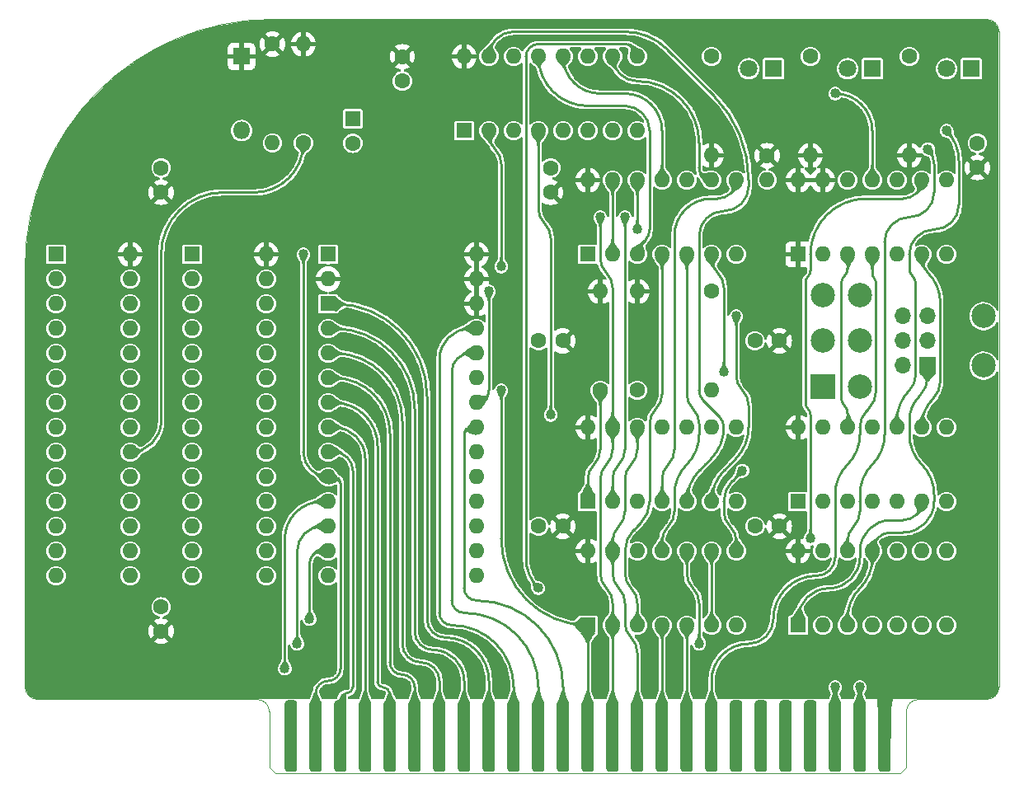
<source format=gtl>
G04 #@! TF.GenerationSoftware,KiCad,Pcbnew,7.0.2-0*
G04 #@! TF.CreationDate,2023-09-02T14:44:00-07:00*
G04 #@! TF.ProjectId,LanguageCard,4c616e67-7561-4676-9543-6172642e6b69,2*
G04 #@! TF.SameCoordinates,Original*
G04 #@! TF.FileFunction,Copper,L1,Top*
G04 #@! TF.FilePolarity,Positive*
%FSLAX46Y46*%
G04 Gerber Fmt 4.6, Leading zero omitted, Abs format (unit mm)*
G04 Created by KiCad (PCBNEW 7.0.2-0) date 2023-09-02 14:44:00*
%MOMM*%
%LPD*%
G01*
G04 APERTURE LIST*
G04 Aperture macros list*
%AMRoundRect*
0 Rectangle with rounded corners*
0 $1 Rounding radius*
0 $2 $3 $4 $5 $6 $7 $8 $9 X,Y pos of 4 corners*
0 Add a 4 corners polygon primitive as box body*
4,1,4,$2,$3,$4,$5,$6,$7,$8,$9,$2,$3,0*
0 Add four circle primitives for the rounded corners*
1,1,$1+$1,$2,$3*
1,1,$1+$1,$4,$5*
1,1,$1+$1,$6,$7*
1,1,$1+$1,$8,$9*
0 Add four rect primitives between the rounded corners*
20,1,$1+$1,$2,$3,$4,$5,0*
20,1,$1+$1,$4,$5,$6,$7,0*
20,1,$1+$1,$6,$7,$8,$9,0*
20,1,$1+$1,$8,$9,$2,$3,0*%
G04 Aperture macros list end*
G04 #@! TA.AperFunction,ComponentPad*
%ADD10R,1.700000X1.700000*%
G04 #@! TD*
G04 #@! TA.AperFunction,ComponentPad*
%ADD11O,1.700000X1.700000*%
G04 #@! TD*
G04 #@! TA.AperFunction,ComponentPad*
%ADD12C,2.500000*%
G04 #@! TD*
G04 #@! TA.AperFunction,ComponentPad*
%ADD13R,2.500000X2.500000*%
G04 #@! TD*
G04 #@! TA.AperFunction,ComponentPad*
%ADD14C,1.600000*%
G04 #@! TD*
G04 #@! TA.AperFunction,ComponentPad*
%ADD15O,1.600000X1.600000*%
G04 #@! TD*
G04 #@! TA.AperFunction,ComponentPad*
%ADD16R,1.600000X1.600000*%
G04 #@! TD*
G04 #@! TA.AperFunction,ComponentPad*
%ADD17R,1.800000X1.800000*%
G04 #@! TD*
G04 #@! TA.AperFunction,ComponentPad*
%ADD18O,1.800000X1.800000*%
G04 #@! TD*
G04 #@! TA.AperFunction,ComponentPad*
%ADD19C,1.800000*%
G04 #@! TD*
G04 #@! TA.AperFunction,ConnectorPad*
%ADD20RoundRect,0.317500X-0.317500X-3.365500X0.317500X-3.365500X0.317500X3.365500X-0.317500X3.365500X0*%
G04 #@! TD*
G04 #@! TA.AperFunction,ViaPad*
%ADD21C,1.016000*%
G04 #@! TD*
G04 #@! TA.AperFunction,Conductor*
%ADD22C,0.254000*%
G04 #@! TD*
G04 #@! TA.AperFunction,Conductor*
%ADD23C,1.587500*%
G04 #@! TD*
G04 #@! TA.AperFunction,Conductor*
%ADD24C,1.270000*%
G04 #@! TD*
G04 #@! TA.AperFunction,Profile*
%ADD25C,0.100000*%
G04 #@! TD*
G04 APERTURE END LIST*
D10*
X170815000Y-60960000D03*
D11*
X168275000Y-60960000D03*
X170815000Y-58420000D03*
X168275000Y-58420000D03*
X170815000Y-55880000D03*
X168275000Y-55880000D03*
D12*
X163830000Y-53721000D03*
X163830000Y-58420000D03*
X163830000Y-63119000D03*
X160020000Y-53721000D03*
X160020000Y-58420000D03*
D13*
X160020000Y-63119000D03*
D12*
X176530000Y-55880000D03*
X176530000Y-60960000D03*
D14*
X140970000Y-63500000D03*
D15*
X140970000Y-53340000D03*
D16*
X95250000Y-49530000D03*
D15*
X95250000Y-52070000D03*
X95250000Y-54610000D03*
X95250000Y-57150000D03*
X95250000Y-59690000D03*
X95250000Y-62230000D03*
X95250000Y-64770000D03*
X95250000Y-67310000D03*
X95250000Y-69850000D03*
X95250000Y-72390000D03*
X95250000Y-74930000D03*
X95250000Y-77470000D03*
X95250000Y-80010000D03*
X95250000Y-82550000D03*
X102870000Y-82550000D03*
X102870000Y-80010000D03*
X102870000Y-77470000D03*
X102870000Y-74930000D03*
X102870000Y-72390000D03*
X102870000Y-69850000D03*
X102870000Y-67310000D03*
X102870000Y-64770000D03*
X102870000Y-62230000D03*
X102870000Y-59690000D03*
X102870000Y-57150000D03*
X102870000Y-54610000D03*
X102870000Y-52070000D03*
X102870000Y-49530000D03*
D14*
X158750000Y-29210000D03*
D15*
X158750000Y-39370000D03*
D14*
X168910000Y-29210000D03*
D15*
X168910000Y-39370000D03*
D14*
X137160000Y-63500000D03*
D15*
X137160000Y-53340000D03*
D16*
X135890000Y-74930000D03*
D15*
X138430000Y-74930000D03*
X140970000Y-74930000D03*
X143510000Y-74930000D03*
X146050000Y-74930000D03*
X148590000Y-74930000D03*
X151130000Y-74930000D03*
X151130000Y-67310000D03*
X148590000Y-67310000D03*
X146050000Y-67310000D03*
X143510000Y-67310000D03*
X140970000Y-67310000D03*
X138430000Y-67310000D03*
X135890000Y-67310000D03*
D16*
X135890000Y-49530000D03*
D15*
X138430000Y-49530000D03*
X140970000Y-49530000D03*
X143510000Y-49530000D03*
X146050000Y-49530000D03*
X148590000Y-49530000D03*
X151130000Y-49530000D03*
X151130000Y-41910000D03*
X148590000Y-41910000D03*
X146050000Y-41910000D03*
X143510000Y-41910000D03*
X140970000Y-41910000D03*
X138430000Y-41910000D03*
X135890000Y-41910000D03*
D14*
X148590000Y-53340000D03*
D15*
X148590000Y-63500000D03*
D14*
X148590000Y-29210000D03*
D15*
X148590000Y-39370000D03*
D17*
X100330000Y-29210000D03*
D18*
X100330000Y-36830000D03*
D15*
X124460000Y-49530000D03*
X124460000Y-52070000D03*
X124460000Y-54610000D03*
X124460000Y-57150000D03*
X124460000Y-59690000D03*
X124460000Y-62230000D03*
X124460000Y-64770000D03*
X124460000Y-67310000D03*
X124460000Y-69850000D03*
X124460000Y-72390000D03*
X124460000Y-74930000D03*
X124460000Y-77470000D03*
X124460000Y-80010000D03*
X124460000Y-82550000D03*
X109220000Y-82550000D03*
X109220000Y-80010000D03*
X109220000Y-77470000D03*
X109220000Y-74930000D03*
X109220000Y-72390000D03*
X109220000Y-69850000D03*
X109220000Y-67310000D03*
X109220000Y-64770000D03*
X109220000Y-62230000D03*
X109220000Y-59690000D03*
X109220000Y-57150000D03*
X109220000Y-54610000D03*
X109220000Y-52070000D03*
D16*
X109220000Y-49530000D03*
D14*
X175895000Y-40620000D03*
X175895000Y-38120000D03*
X130830000Y-77470000D03*
X133330000Y-77470000D03*
D15*
X157480000Y-41910000D03*
X160020000Y-41910000D03*
X162560000Y-41910000D03*
X165100000Y-41910000D03*
X167640000Y-41910000D03*
X170180000Y-41910000D03*
X172720000Y-41910000D03*
X172720000Y-49530000D03*
X170180000Y-49530000D03*
X167640000Y-49530000D03*
X165100000Y-49530000D03*
X162560000Y-49530000D03*
X160020000Y-49530000D03*
D16*
X157480000Y-49530000D03*
D14*
X106680000Y-38100000D03*
D15*
X106680000Y-27940000D03*
D16*
X111760000Y-35624888D03*
D14*
X111760000Y-38124888D03*
D17*
X175260000Y-30480000D03*
D19*
X172720000Y-30480000D03*
D14*
X133330000Y-58420000D03*
X130830000Y-58420000D03*
X92075000Y-88245000D03*
X92075000Y-85745000D03*
D16*
X157480000Y-87630000D03*
D15*
X160020000Y-87630000D03*
X162560000Y-87630000D03*
X165100000Y-87630000D03*
X167640000Y-87630000D03*
X170180000Y-87630000D03*
X172720000Y-87630000D03*
X172720000Y-80010000D03*
X170180000Y-80010000D03*
X167640000Y-80010000D03*
X165100000Y-80010000D03*
X162560000Y-80010000D03*
X160020000Y-80010000D03*
X157480000Y-80010000D03*
D14*
X132080000Y-43160000D03*
X132080000Y-40660000D03*
D16*
X81280000Y-49530000D03*
D15*
X81280000Y-52070000D03*
X81280000Y-54610000D03*
X81280000Y-57150000D03*
X81280000Y-59690000D03*
X81280000Y-62230000D03*
X81280000Y-64770000D03*
X81280000Y-67310000D03*
X81280000Y-69850000D03*
X81280000Y-72390000D03*
X81280000Y-74930000D03*
X81280000Y-77470000D03*
X81280000Y-80010000D03*
X81280000Y-82550000D03*
X88900000Y-82550000D03*
X88900000Y-80010000D03*
X88900000Y-77470000D03*
X88900000Y-74930000D03*
X88900000Y-72390000D03*
X88900000Y-69850000D03*
X88900000Y-67310000D03*
X88900000Y-64770000D03*
X88900000Y-62230000D03*
X88900000Y-59690000D03*
X88900000Y-57150000D03*
X88900000Y-54610000D03*
X88900000Y-52070000D03*
X88900000Y-49530000D03*
D14*
X116840000Y-31730000D03*
X116840000Y-29230000D03*
X154305000Y-39390000D03*
D15*
X154305000Y-41890000D03*
D14*
X155555000Y-58420000D03*
X153055000Y-58420000D03*
X103505000Y-27940000D03*
D15*
X103505000Y-38100000D03*
X157480000Y-67310000D03*
X160020000Y-67310000D03*
X162560000Y-67310000D03*
X165100000Y-67310000D03*
X167640000Y-67310000D03*
X170180000Y-67310000D03*
X172720000Y-67310000D03*
X172720000Y-74930000D03*
X170180000Y-74930000D03*
X167640000Y-74930000D03*
X165100000Y-74930000D03*
X162560000Y-74930000D03*
X160020000Y-74930000D03*
D16*
X157480000Y-74930000D03*
D17*
X165100000Y-30480000D03*
D19*
X162560000Y-30480000D03*
D14*
X155560000Y-77470000D03*
X153060000Y-77470000D03*
D16*
X123190000Y-36830000D03*
D15*
X125730000Y-36830000D03*
X128270000Y-36830000D03*
X130810000Y-36830000D03*
X133350000Y-36830000D03*
X135890000Y-36830000D03*
X138430000Y-36830000D03*
X140970000Y-36830000D03*
X140970000Y-29210000D03*
X138430000Y-29210000D03*
X135890000Y-29210000D03*
X133350000Y-29210000D03*
X130810000Y-29210000D03*
X128270000Y-29210000D03*
X125730000Y-29210000D03*
X123190000Y-29210000D03*
X124460000Y-54610000D03*
X124460000Y-57150000D03*
X124460000Y-59690000D03*
X124460000Y-62230000D03*
X124460000Y-64770000D03*
X124460000Y-67310000D03*
X124460000Y-69850000D03*
X124460000Y-72390000D03*
X124460000Y-74930000D03*
X124460000Y-77470000D03*
X124460000Y-80010000D03*
X124460000Y-82550000D03*
X109220000Y-82550000D03*
X109220000Y-80010000D03*
X109220000Y-77470000D03*
X109220000Y-74930000D03*
X109220000Y-72390000D03*
X109220000Y-69850000D03*
X109220000Y-67310000D03*
X109220000Y-64770000D03*
X109220000Y-62230000D03*
X109220000Y-59690000D03*
X109220000Y-57150000D03*
D16*
X109220000Y-54610000D03*
D14*
X92075000Y-40660000D03*
X92075000Y-43160000D03*
D20*
X105410000Y-99060000D03*
X107950000Y-99060000D03*
X110490000Y-99060000D03*
X113030000Y-99060000D03*
X115570000Y-99060000D03*
X118110000Y-99060000D03*
X120650000Y-99060000D03*
X123190000Y-99060000D03*
X125730000Y-99060000D03*
X128270000Y-99060000D03*
X130810000Y-99060000D03*
X133350000Y-99060000D03*
X135890000Y-99060000D03*
X138430000Y-99060000D03*
X140970000Y-99060000D03*
X143510000Y-99060000D03*
X146050000Y-99060000D03*
X148590000Y-99060000D03*
X151130000Y-99060000D03*
X153670000Y-99060000D03*
X156210000Y-99060000D03*
X158750000Y-99060000D03*
X161290000Y-99060000D03*
X163830000Y-99060000D03*
X166370000Y-99060000D03*
D17*
X154940000Y-30480000D03*
D19*
X152400000Y-30480000D03*
D16*
X135895000Y-87630000D03*
D15*
X138435000Y-87630000D03*
X140975000Y-87630000D03*
X143515000Y-87630000D03*
X146055000Y-87630000D03*
X148595000Y-87630000D03*
X151135000Y-87630000D03*
X151135000Y-80010000D03*
X148595000Y-80010000D03*
X146055000Y-80010000D03*
X143515000Y-80010000D03*
X140975000Y-80010000D03*
X138435000Y-80010000D03*
X135895000Y-80010000D03*
D21*
X170815000Y-38735000D03*
X149860000Y-61595000D03*
X158750000Y-78740000D03*
X130810000Y-83820000D03*
X106680000Y-49530000D03*
X139700000Y-45720000D03*
X161290000Y-93980000D03*
X163830000Y-93980000D03*
X132080000Y-66040000D03*
X127000000Y-63500000D03*
X137160000Y-45720000D03*
X147320000Y-89535000D03*
X140970000Y-46990000D03*
X161290000Y-33020000D03*
X107315000Y-86995000D03*
X106045000Y-89535000D03*
X104775000Y-92075000D03*
X151765000Y-71755000D03*
X172720000Y-36830000D03*
X125730000Y-53340000D03*
X127000000Y-50800000D03*
X151130000Y-55880000D03*
D22*
X132079989Y-47888025D02*
G75*
G03*
X131445000Y-46355000I-2167989J25D01*
G01*
X130810011Y-44821975D02*
G75*
G03*
X131445000Y-46355000I2167989J-25D01*
G01*
X132080000Y-66040000D02*
X132080000Y-47888025D01*
X130810000Y-44821975D02*
X130810000Y-36830000D01*
X143510000Y-49530000D02*
X143510000Y-63871975D01*
X140970000Y-29210000D02*
G75*
G03*
X139700000Y-27940000I-1270000J0D01*
G01*
X130810000Y-27940000D02*
G75*
G03*
X129540000Y-29210000I0J-1270000D01*
G01*
X129539980Y-80753949D02*
G75*
G03*
X130810000Y-83820000I4336120J49D01*
G01*
X139700000Y-27940000D02*
X130810000Y-27940000D01*
X129540000Y-29210000D02*
X129540000Y-80753949D01*
X149859989Y-52968025D02*
G75*
G03*
X149225000Y-51435000I-2167989J25D01*
G01*
X148590011Y-49901975D02*
G75*
G03*
X149225000Y-51435000I2167989J-25D01*
G01*
X149860000Y-61595000D02*
X149860000Y-52968025D01*
X148590000Y-49901975D02*
X148590000Y-49530000D01*
X106680000Y-69850000D02*
G75*
G03*
X109220000Y-72390000I2540000J0D01*
G01*
X106680000Y-69850000D02*
X106680000Y-49530000D01*
X138429989Y-52968025D02*
G75*
G03*
X137795000Y-51435000I-2167989J25D01*
G01*
X137160011Y-49901975D02*
G75*
G03*
X137795000Y-51435000I2167989J-25D01*
G01*
X137160000Y-45720000D02*
X137160000Y-49901975D01*
X138430000Y-52968025D02*
X138430000Y-67310000D01*
X139700000Y-45720000D02*
X139700000Y-69586975D01*
X139065008Y-71120008D02*
G75*
G03*
X139700000Y-69586975I-1533008J1533008D01*
G01*
X139064992Y-71119992D02*
G75*
G03*
X138430000Y-72653025I1533008J-1533008D01*
G01*
X138430000Y-72653025D02*
X138430000Y-74930000D01*
X141419018Y-48445992D02*
G75*
G03*
X140970000Y-49530000I1083982J-1084008D01*
G01*
X130810000Y-29210000D02*
G75*
G03*
X135890000Y-34290000I5080000J0D01*
G01*
X141790982Y-48074008D02*
G75*
G03*
X142240000Y-46990000I-1083982J1084008D01*
G01*
X142240000Y-46990000D02*
X142240000Y-36830000D01*
X142240000Y-36830000D02*
G75*
G03*
X139700000Y-34290000I-2540000J0D01*
G01*
X141419013Y-48445987D02*
X141790987Y-48074013D01*
X139700000Y-34290000D02*
X135890000Y-34290000D01*
X140970000Y-41910000D02*
X140970000Y-46990000D01*
X171450000Y-46990000D02*
G75*
G03*
X168910000Y-49530000I0J-2540000D01*
G01*
X168910008Y-63500008D02*
G75*
G03*
X169545000Y-61966975I-1533008J1533008D01*
G01*
X169544994Y-52519012D02*
G75*
G03*
X169227500Y-51752500I-1083994J12D01*
G01*
X173990000Y-41910000D02*
X173990000Y-39896051D01*
X171450000Y-46990000D02*
G75*
G03*
X173990000Y-44450000I0J2540000D01*
G01*
X168910006Y-50985988D02*
G75*
G03*
X169227500Y-51752500I1083994J-12D01*
G01*
X168910000Y-50985988D02*
X168910000Y-49530000D01*
X169545000Y-61966975D02*
X169545000Y-52519012D01*
X173990020Y-39896051D02*
G75*
G03*
X172720000Y-36830000I-4336120J-49D01*
G01*
X168910014Y-63500014D02*
G75*
G03*
X167640000Y-66566051I3066086J-3066086D01*
G01*
X167640000Y-67310000D02*
X167640000Y-66566051D01*
X173990000Y-44450000D02*
X173990000Y-41910000D01*
X168910000Y-45720000D02*
G75*
G03*
X166370000Y-48260000I0J-2540000D01*
G01*
X163830000Y-75936975D02*
X163830000Y-74930000D01*
X163829992Y-74929992D02*
G75*
G03*
X163835000Y-74917929I-12092J12092D01*
G01*
X165100006Y-71120006D02*
G75*
G03*
X163835000Y-74173980I3053994J-3053994D01*
G01*
X165100015Y-71120015D02*
G75*
G03*
X166370000Y-68053949I-3066015J3066015D01*
G01*
X166370000Y-68053949D02*
X166370000Y-48260000D01*
X168910000Y-45720000D02*
G75*
G03*
X171450000Y-43180000I0J2540000D01*
G01*
X163194992Y-77469992D02*
G75*
G03*
X162560000Y-79003025I1533008J-1533008D01*
G01*
X162560000Y-80010000D02*
X162560000Y-79003025D01*
X163195008Y-77470008D02*
G75*
G03*
X163830000Y-75936975I-1533008J1533008D01*
G01*
X171449989Y-40268025D02*
G75*
G03*
X170815000Y-38735000I-2167989J25D01*
G01*
X163835000Y-74917929D02*
X163835000Y-74173980D01*
X171450000Y-43180000D02*
X171450000Y-40268025D01*
X128270000Y-26670000D02*
G75*
G03*
X125730000Y-29210000I0J-2540000D01*
G01*
X152400001Y-41910000D02*
G75*
G03*
X148807897Y-33237897I-12264201J0D01*
G01*
X149860000Y-45085000D02*
G75*
G03*
X152400000Y-42545000I0J2540000D01*
G01*
X149860007Y-67310000D02*
G75*
G03*
X149410987Y-66225987I-1533007J0D01*
G01*
X148512966Y-70562043D02*
G75*
G03*
X149860000Y-67310000I-3252066J3252043D01*
G01*
X147320000Y-47625000D02*
X147320000Y-63500000D01*
X128270000Y-26670000D02*
X139700000Y-26670000D01*
X149860000Y-45085000D02*
G75*
G03*
X147320000Y-47625000I0J-2540000D01*
G01*
X144036050Y-28466052D02*
G75*
G03*
X139700000Y-26670000I-4336050J-4336048D01*
G01*
X148512962Y-70562039D02*
X147955000Y-71120000D01*
X144036051Y-28466051D02*
X148807897Y-33237897D01*
X147319993Y-63500000D02*
G75*
G03*
X147769013Y-64584013I1533007J0D01*
G01*
X147397034Y-71677956D02*
G75*
G03*
X146050000Y-74930000I3252066J-3252044D01*
G01*
X152400000Y-41910000D02*
X152400000Y-42545000D01*
X147955000Y-71120000D02*
X147397039Y-71677961D01*
X147769013Y-64584013D02*
X149410987Y-66225987D01*
X165100000Y-41910000D02*
X165100000Y-36830000D01*
X165100000Y-36830000D02*
G75*
G03*
X161290000Y-33020000I-3810000J0D01*
G01*
D23*
X166370000Y-95250000D02*
X166370000Y-94615000D01*
D24*
X166370000Y-99060000D02*
X166370000Y-95250000D01*
D22*
X147320000Y-40640000D02*
G75*
G03*
X148590000Y-41910000I1270000J0D01*
G01*
X147320000Y-40640000D02*
X147320000Y-38100000D01*
X151130011Y-61966975D02*
G75*
G03*
X151765000Y-63500000I2167989J-25D01*
G01*
X151130000Y-55880000D02*
X151130000Y-61966975D01*
X152400000Y-65033025D02*
X152400000Y-67310000D01*
X152399989Y-65033025D02*
G75*
G03*
X151765000Y-63500000I-2167989J25D01*
G01*
X151052966Y-70562044D02*
G75*
G03*
X152400000Y-67310000I-3252066J3252044D01*
G01*
X149937034Y-71677957D02*
G75*
G03*
X148590000Y-74930000I3252066J-3252043D01*
G01*
X150495000Y-71120000D02*
X149937038Y-71677961D01*
X151052961Y-70562039D02*
X150495000Y-71120000D01*
X162560015Y-71120015D02*
G75*
G03*
X163830000Y-68053949I-3066015J3066015D01*
G01*
X165480997Y-52376605D02*
G75*
G03*
X165353999Y-52070001I-433597J5D01*
G01*
X164719009Y-65405009D02*
G75*
G03*
X165481000Y-63565370I-1839609J1839609D01*
G01*
X161290000Y-74186051D02*
X161290000Y-80645000D01*
X159385000Y-82550000D02*
G75*
G03*
X154940000Y-86995000I0J-4445000D01*
G01*
X162560014Y-71120014D02*
G75*
G03*
X161290000Y-74186051I3066086J-3066086D01*
G01*
X159385000Y-82550000D02*
G75*
G03*
X161290000Y-80645000I0J1905000D01*
G01*
X164548429Y-65575588D02*
G75*
G03*
X163830000Y-67310000I1734371J-1734412D01*
G01*
X152400000Y-89535000D02*
G75*
G03*
X148590000Y-93345000I0J-3810000D01*
G01*
X165100000Y-49530000D02*
X165100000Y-51456790D01*
X165100005Y-51456790D02*
G75*
G03*
X165354001Y-52069999I867195J-10D01*
G01*
X152400000Y-89535000D02*
G75*
G03*
X154940000Y-86995000I0J2540000D01*
G01*
X165481000Y-52376605D02*
X165481000Y-63565370D01*
X164719000Y-65405000D02*
X164548420Y-65575579D01*
X163830000Y-67310000D02*
X163830000Y-68053949D01*
X148590000Y-93345000D02*
X148590000Y-99060000D01*
X158242005Y-64791790D02*
G75*
G03*
X158496001Y-65404999I867195J-10D01*
G01*
X158496003Y-51816003D02*
G75*
G03*
X158750000Y-51202790I-613203J613203D01*
G01*
X158749995Y-66018210D02*
G75*
G03*
X158495999Y-65405001I-867195J10D01*
G01*
X158495997Y-51815997D02*
G75*
G03*
X158242000Y-52429210I613203J-613203D01*
G01*
X164465000Y-43815000D02*
G75*
G03*
X158750000Y-49530000I0J-5715000D01*
G01*
X168275000Y-43815000D02*
G75*
G03*
X170180000Y-41910000I0J1905000D01*
G01*
X158750000Y-78740000D02*
X158750000Y-66018210D01*
X158242000Y-64791790D02*
X158242000Y-52429210D01*
X158750000Y-51202790D02*
X158750000Y-49530000D01*
X164465000Y-43815000D02*
X168275000Y-43815000D01*
X127000000Y-63500000D02*
X127000000Y-78735000D01*
X127000000Y-78735000D02*
G75*
G03*
X135895000Y-87630000I8895000J0D01*
G01*
X124460000Y-64770000D02*
G75*
G03*
X125730000Y-63500000I0J1270000D01*
G01*
X125730000Y-53340000D02*
X125730000Y-63500000D01*
X101600000Y-43180000D02*
G75*
G03*
X106680000Y-38100000I0J5080000D01*
G01*
X101600000Y-43180000D02*
X98425000Y-43180000D01*
X149225000Y-43815000D02*
G75*
G03*
X151130000Y-41910000I0J1905000D01*
G01*
X148590000Y-43815000D02*
G75*
G03*
X144780000Y-47625000I0J-3810000D01*
G01*
X144144999Y-71119999D02*
G75*
G03*
X144785000Y-69574904I-1545099J1545099D01*
G01*
X144780000Y-64775000D02*
G75*
G03*
X144785000Y-64780000I5000J0D01*
G01*
X144144992Y-71119992D02*
G75*
G03*
X143510000Y-72653025I1533008J-1533008D01*
G01*
X149225000Y-43815000D02*
X148590000Y-43815000D01*
X144780000Y-47625000D02*
X144780000Y-64775000D01*
X143510000Y-72653025D02*
X143510000Y-74930000D01*
X144785000Y-64780000D02*
X144785000Y-69574904D01*
X170815000Y-61988765D02*
X170815000Y-60960000D01*
X170180011Y-49901975D02*
G75*
G03*
X170815000Y-51435000I2167989J-25D01*
G01*
X170180000Y-49530000D02*
X170180000Y-49901975D01*
X172085000Y-54501051D02*
X172085000Y-62549370D01*
X172085020Y-54501051D02*
G75*
G03*
X170815000Y-51435000I-4336120J-49D01*
G01*
X171323009Y-64389009D02*
G75*
G03*
X172085000Y-62549370I-1839609J1839609D01*
G01*
X171322986Y-64388986D02*
G75*
G03*
X170180000Y-67148446I2759414J-2759414D01*
G01*
X170180000Y-67148446D02*
X170180000Y-67310000D01*
X169926011Y-64135011D02*
G75*
G03*
X170815000Y-61988765I-2146211J2146211D01*
G01*
X167005000Y-78105000D02*
G75*
G03*
X165100000Y-80010000I0J-1905000D01*
G01*
X168275000Y-78105000D02*
G75*
G03*
X171450000Y-74930000I0J3175000D01*
G01*
X171450020Y-74186051D02*
G75*
G03*
X170180000Y-71120000I-4336120J-49D01*
G01*
X168910000Y-68053949D02*
X168910000Y-66587840D01*
X168909980Y-68053949D02*
G75*
G03*
X170180000Y-71120000I4336120J49D01*
G01*
X169925988Y-64134988D02*
G75*
G03*
X168910000Y-66587840I2452812J-2452812D01*
G01*
X167005000Y-78105000D02*
X168275000Y-78105000D01*
X171450000Y-74930000D02*
X171450000Y-74186051D01*
X162242504Y-51752504D02*
G75*
G03*
X162560000Y-50985988I-766504J766504D01*
G01*
X162242496Y-51752496D02*
G75*
G03*
X161925000Y-52519012I766504J-766504D01*
G01*
X162560000Y-49530000D02*
X162560000Y-50985988D01*
X161925006Y-64320988D02*
G75*
G03*
X162242500Y-65087500I1083994J-12D01*
G01*
X162559994Y-65854012D02*
G75*
G03*
X162242500Y-65087500I-1083994J12D01*
G01*
X161925000Y-52519012D02*
X161925000Y-64320988D01*
X162560000Y-65854012D02*
X162560000Y-67310000D01*
X142875008Y-65405008D02*
G75*
G03*
X143510000Y-63871975I-1533008J1533008D01*
G01*
X141341964Y-77098015D02*
G75*
G03*
X142240000Y-74930000I-2167964J2168015D01*
G01*
X142875013Y-65405013D02*
G75*
G03*
X142245000Y-66925954I1520987J-1520987D01*
G01*
X142239992Y-74929992D02*
G75*
G03*
X142245000Y-74917929I-12092J12092D01*
G01*
X140975000Y-85363025D02*
X140975000Y-87630000D01*
X140974989Y-85363025D02*
G75*
G03*
X140340000Y-83830000I-2167989J25D01*
G01*
X141341974Y-77098025D02*
X140970000Y-77470000D01*
X140606566Y-77833444D02*
G75*
G03*
X139705000Y-80010000I2176534J-2176556D01*
G01*
X139705011Y-82296975D02*
G75*
G03*
X140340000Y-83830000I2167989J-25D01*
G01*
X142245000Y-66925954D02*
X142245000Y-74917929D01*
X140970000Y-77470000D02*
X140606561Y-77833439D01*
X139705000Y-80010000D02*
X139705000Y-82296975D01*
X146050011Y-63871975D02*
G75*
G03*
X146685000Y-65405000I2167989J-25D01*
G01*
X146049986Y-71119986D02*
G75*
G03*
X147320000Y-68053949I-3066086J3066086D01*
G01*
X144145013Y-77470013D02*
G75*
G03*
X143515000Y-78990954I1520987J-1520987D01*
G01*
X144785000Y-74173980D02*
X144785000Y-75924904D01*
X147319989Y-66938025D02*
G75*
G03*
X146685000Y-65405000I-2167989J25D01*
G01*
X146050006Y-71120006D02*
G75*
G03*
X144785000Y-74173980I3053994J-3053994D01*
G01*
X144144999Y-77469999D02*
G75*
G03*
X144785000Y-75924904I-1545099J1545099D01*
G01*
X146050000Y-49530000D02*
X146050000Y-63871975D01*
X147320000Y-66938025D02*
X147320000Y-68053949D01*
X143515000Y-78990954D02*
X143515000Y-80010000D01*
X161290000Y-99060000D02*
X161290000Y-93980000D01*
X163830000Y-93980000D02*
X163830000Y-99060000D01*
X138430000Y-41910000D02*
X138430000Y-49530000D01*
X110490000Y-73025000D02*
X110490000Y-92075000D01*
X107950000Y-94615000D02*
X107950000Y-99060000D01*
X109220000Y-72390000D02*
X109855000Y-72390000D01*
X109220000Y-93345000D02*
G75*
G03*
X110490000Y-92075000I0J1270000D01*
G01*
X109220000Y-93345000D02*
G75*
G03*
X107950000Y-94615000I0J-1270000D01*
G01*
X110490000Y-73025000D02*
G75*
G03*
X109855000Y-72390000I-635000J0D01*
G01*
X110490000Y-95250000D02*
X110490000Y-99060000D01*
X111760000Y-71755000D02*
X111760000Y-93980000D01*
X109220000Y-69850000D02*
X109855000Y-69850000D01*
X111760000Y-71755000D02*
G75*
G03*
X109855000Y-69850000I-1905000J0D01*
G01*
X111125000Y-94615000D02*
G75*
G03*
X111760000Y-93980000I0J635000D01*
G01*
X111125000Y-94615000D02*
G75*
G03*
X110490000Y-95250000I0J-635000D01*
G01*
X109220000Y-67310000D02*
X109855000Y-67310000D01*
X113030000Y-70485000D02*
X113030000Y-99060000D01*
X113030000Y-70485000D02*
G75*
G03*
X109855000Y-67310000I-3175000J0D01*
G01*
X109220000Y-64770000D02*
X109855000Y-64770000D01*
X115570000Y-94742000D02*
X115570000Y-99060000D01*
X114300000Y-69215000D02*
X114300000Y-93472000D01*
X115570000Y-94742000D02*
G75*
G03*
X114808000Y-93980000I-762000J0D01*
G01*
X114300000Y-93472000D02*
G75*
G03*
X114808000Y-93980000I508000J0D01*
G01*
X114300000Y-69215000D02*
G75*
G03*
X109855000Y-64770000I-4445000J0D01*
G01*
X118110000Y-93980000D02*
X118110000Y-99060000D01*
X115570000Y-67945000D02*
X115570000Y-91440000D01*
X109220000Y-62230000D02*
X109855000Y-62230000D01*
X115570000Y-67945000D02*
G75*
G03*
X109855000Y-62230000I-5715000J0D01*
G01*
X115570000Y-91440000D02*
G75*
G03*
X116840000Y-92710000I1270000J0D01*
G01*
X118110000Y-93980000D02*
G75*
G03*
X116840000Y-92710000I-1270000J0D01*
G01*
X116840000Y-66675000D02*
X116840000Y-89535000D01*
X109220000Y-59690000D02*
X109855000Y-59690000D01*
X120650000Y-93345000D02*
X120650000Y-99060000D01*
X116840000Y-66675000D02*
G75*
G03*
X109855000Y-59690000I-6985000J0D01*
G01*
X120650000Y-93345000D02*
G75*
G03*
X118745000Y-91440000I-1905000J0D01*
G01*
X116840000Y-89535000D02*
G75*
G03*
X118745000Y-91440000I1905000J0D01*
G01*
X109220000Y-57150000D02*
X109855000Y-57150000D01*
X118110000Y-65405000D02*
X118110000Y-88265000D01*
X123190000Y-93345000D02*
X123190000Y-99060000D01*
X118110000Y-65405000D02*
G75*
G03*
X109855000Y-57150000I-8255000J0D01*
G01*
X118110000Y-88265000D02*
G75*
G03*
X120015000Y-90170000I1905000J0D01*
G01*
X123190000Y-93345000D02*
G75*
G03*
X120015000Y-90170000I-3175000J0D01*
G01*
X119380000Y-64135000D02*
X119380000Y-86995000D01*
X125730000Y-93345000D02*
X125730000Y-99060000D01*
X109220000Y-54610000D02*
X109855000Y-54610000D01*
X119380000Y-64135000D02*
G75*
G03*
X109855000Y-54610000I-9525000J0D01*
G01*
X119380000Y-86995000D02*
G75*
G03*
X121285000Y-88900000I1905000J0D01*
G01*
X125730000Y-93345000D02*
G75*
G03*
X121285000Y-88900000I-4445000J0D01*
G01*
X120650000Y-60325000D02*
X120650000Y-86360000D01*
X124460000Y-57150000D02*
X123825000Y-57150000D01*
X128270000Y-93980000D02*
X128270000Y-99060000D01*
X128270000Y-93980000D02*
G75*
G03*
X121920000Y-87630000I-6350000J0D01*
G01*
X123825000Y-57150000D02*
G75*
G03*
X120650000Y-60325000I0J-3175000D01*
G01*
X120650000Y-86360000D02*
G75*
G03*
X121920000Y-87630000I1270000J0D01*
G01*
X124460000Y-59690000D02*
X123825000Y-59690000D01*
X130810000Y-93980000D02*
X130810000Y-99060000D01*
X121920000Y-61595000D02*
X121920000Y-85090000D01*
X121920000Y-85090000D02*
G75*
G03*
X123190000Y-86360000I1270000J0D01*
G01*
X130810000Y-93980000D02*
G75*
G03*
X123190000Y-86360000I-7620000J0D01*
G01*
X123825000Y-59690000D02*
G75*
G03*
X121920000Y-61595000I0J-1905000D01*
G01*
X133350000Y-93980000D02*
X133350000Y-99060000D01*
X124460000Y-67310000D02*
X123825000Y-67310000D01*
X123190000Y-67945000D02*
X123190000Y-83820000D01*
X123825000Y-67310000D02*
G75*
G03*
X123190000Y-67945000I0J-635000D01*
G01*
X123190000Y-83820000D02*
G75*
G03*
X124460000Y-85090000I1270000J0D01*
G01*
X133350000Y-93980000D02*
G75*
G03*
X124460000Y-85090000I-8890000J0D01*
G01*
X135890000Y-99060000D02*
X135895000Y-87630000D01*
X138435000Y-87630000D02*
X138435000Y-85363025D01*
X137165000Y-82296975D02*
X137165000Y-74930000D01*
X138435000Y-87630000D02*
X138430000Y-99060000D01*
X137165000Y-74930000D02*
X137165000Y-72640954D01*
X138430000Y-69586975D02*
X138430000Y-67310000D01*
X138434989Y-85363025D02*
G75*
G03*
X137800000Y-83830000I-2167989J25D01*
G01*
X137795008Y-71120008D02*
G75*
G03*
X138430000Y-69586975I-1533008J1533008D01*
G01*
X137795013Y-71120013D02*
G75*
G03*
X137165000Y-72640954I1520987J-1520987D01*
G01*
X137165011Y-82296975D02*
G75*
G03*
X137800000Y-83830000I2167989J-25D01*
G01*
X138435000Y-80010000D02*
X138435000Y-78990954D01*
X140970000Y-69586975D02*
X140970000Y-67310000D01*
X138435000Y-82296975D02*
X138435000Y-80010000D01*
X139700000Y-87366975D02*
X139705000Y-85363025D01*
X140970000Y-99060000D02*
X140970000Y-90433025D01*
X139700000Y-75936975D02*
X139700000Y-72653025D01*
X140335008Y-71120008D02*
G75*
G03*
X140970000Y-69586975I-1533008J1533008D01*
G01*
X139700011Y-87366975D02*
G75*
G03*
X140335000Y-88900000I2167989J-25D01*
G01*
X139065013Y-77470013D02*
G75*
G03*
X138435000Y-78990954I1520987J-1520987D01*
G01*
X138435011Y-82296975D02*
G75*
G03*
X139070000Y-83830000I2167989J-25D01*
G01*
X140969989Y-90433025D02*
G75*
G03*
X140335000Y-88900000I-2167989J25D01*
G01*
X139065008Y-77470008D02*
G75*
G03*
X139700000Y-75936975I-1533008J1533008D01*
G01*
X140334992Y-71119992D02*
G75*
G03*
X139700000Y-72653025I1533008J-1533008D01*
G01*
X139704989Y-85363025D02*
G75*
G03*
X139070000Y-83830000I-2167989J25D01*
G01*
X143515000Y-87630000D02*
X143510000Y-99060000D01*
X146055000Y-87630000D02*
X146050000Y-99060000D01*
X147320000Y-89535000D02*
X147320000Y-85353025D01*
X146055000Y-82299046D02*
X146055000Y-80010000D01*
X147319989Y-85353025D02*
G75*
G03*
X146685000Y-83820000I-2167989J25D01*
G01*
X146054982Y-82299046D02*
G75*
G03*
X146685001Y-83819999I2151018J46D01*
G01*
X92075000Y-66675000D02*
X92075000Y-49530000D01*
X88900000Y-69850000D02*
G75*
G03*
X92075000Y-66675000I0J3175000D01*
G01*
X98425000Y-43180000D02*
G75*
G03*
X92075000Y-49530000I0J-6350000D01*
G01*
X137160000Y-63500000D02*
X137160000Y-64135000D01*
X135890000Y-74930000D02*
X135890000Y-72653025D01*
X137160000Y-69586975D02*
X137160000Y-66675000D01*
X137160000Y-66675000D02*
X137160000Y-64135000D01*
X135890000Y-74930000D02*
X135890000Y-72400000D01*
X136525008Y-71120008D02*
G75*
G03*
X137160000Y-69586975I-1533008J1533008D01*
G01*
X136524992Y-71119992D02*
G75*
G03*
X135890000Y-72653025I1533008J-1533008D01*
G01*
X138430000Y-29210000D02*
G75*
G03*
X140970000Y-31750000I2540000J0D01*
G01*
X147320000Y-38100000D02*
G75*
G03*
X140970000Y-31750000I-6350000J0D01*
G01*
X109220000Y-80010000D02*
X108585000Y-80010000D01*
X107315000Y-81280000D02*
X107315000Y-86995000D01*
X108585000Y-80010000D02*
G75*
G03*
X107315000Y-81280000I0J-1270000D01*
G01*
X109220000Y-77470000D02*
X108585000Y-77470000D01*
X106045000Y-80010000D02*
X106045000Y-89535000D01*
X108585000Y-77470000D02*
G75*
G03*
X106045000Y-80010000I0J-2540000D01*
G01*
X109220000Y-74930000D02*
X108585000Y-74930000D01*
X104775000Y-78740000D02*
X104775000Y-92075000D01*
X108585000Y-74930000D02*
G75*
G03*
X104775000Y-78740000I0J-3810000D01*
G01*
X150758026Y-72761975D02*
X151765000Y-71755000D01*
X151135000Y-79015096D02*
X151135000Y-80010000D01*
X149860000Y-74930000D02*
X149860000Y-75936975D01*
X151135001Y-79015096D02*
G75*
G03*
X150495000Y-77470000I-2185101J-4D01*
G01*
X149860011Y-75936975D02*
G75*
G03*
X150495000Y-77470000I2167989J-25D01*
G01*
X150758036Y-72761985D02*
G75*
G03*
X149860000Y-74930000I2167964J-2168015D01*
G01*
X157480000Y-87630000D02*
X157480000Y-87010000D01*
X168275000Y-76835000D02*
X167005000Y-76835000D01*
X163835000Y-80655000D02*
X163835000Y-80005000D01*
X167005000Y-76835000D02*
G75*
G03*
X163835000Y-80005000I0J-3170000D01*
G01*
X160660000Y-83830000D02*
G75*
G03*
X163835000Y-80655000I0J3175000D01*
G01*
X160660000Y-83830000D02*
G75*
G03*
X157480000Y-87010000I0J-3180000D01*
G01*
X168275000Y-76835000D02*
G75*
G03*
X170180000Y-74930000I0J1905000D01*
G01*
X127000000Y-47625000D02*
X127000000Y-50800000D01*
X125730000Y-37201975D02*
X125730000Y-36830000D01*
X127000000Y-47625000D02*
X127000000Y-40268025D01*
X125730011Y-37201975D02*
G75*
G03*
X126365000Y-38735000I2167989J-25D01*
G01*
X126999989Y-40268025D02*
G75*
G03*
X126365000Y-38735000I-2167989J25D01*
G01*
X162560000Y-87630000D02*
X162560000Y-86908122D01*
X165100000Y-80776020D02*
X165100000Y-80010000D01*
X163834994Y-83829994D02*
G75*
G03*
X165100000Y-80776020I-3053994J3053994D01*
G01*
X163834993Y-83829993D02*
G75*
G03*
X162560000Y-86908122I3078107J-3078107D01*
G01*
X148595000Y-80010000D02*
X148595000Y-87630000D01*
X137160000Y-33020000D02*
X139700000Y-33020000D01*
X143510000Y-36830000D02*
X143510000Y-41910000D01*
X143510000Y-36830000D02*
G75*
G03*
X139700000Y-33020000I-3810000J0D01*
G01*
X133350000Y-29210000D02*
G75*
G03*
X137160000Y-33020000I3810000J0D01*
G01*
G04 #@! TA.AperFunction,Conductor*
G36*
X159692359Y-41671955D02*
G01*
X159634835Y-41784852D01*
X159615014Y-41910000D01*
X159634835Y-42035148D01*
X159692359Y-42148045D01*
X159704314Y-42160000D01*
X157795686Y-42160000D01*
X157807641Y-42148045D01*
X157865165Y-42035148D01*
X157884986Y-41910000D01*
X157865165Y-41784852D01*
X157807641Y-41671955D01*
X157795686Y-41660000D01*
X159704314Y-41660000D01*
X159692359Y-41671955D01*
G37*
G04 #@! TD.AperFunction*
G04 #@! TA.AperFunction,Conductor*
G36*
X159000000Y-40648871D02*
G01*
X159196321Y-40596267D01*
X159209218Y-40590253D01*
X159278295Y-40579758D01*
X159342080Y-40608275D01*
X159380322Y-40666750D01*
X159380880Y-40736617D01*
X159343576Y-40795695D01*
X159332752Y-40804207D01*
X159181184Y-40910337D01*
X159020341Y-41071180D01*
X158889865Y-41257519D01*
X158862382Y-41316456D01*
X158816209Y-41368895D01*
X158749015Y-41388047D01*
X158682134Y-41367831D01*
X158637618Y-41316456D01*
X158610134Y-41257519D01*
X158479658Y-41071180D01*
X158318815Y-40910337D01*
X158167247Y-40804207D01*
X158123622Y-40749630D01*
X158116430Y-40680132D01*
X158147952Y-40617777D01*
X158208182Y-40582364D01*
X158277997Y-40585135D01*
X158290779Y-40590253D01*
X158303672Y-40596266D01*
X158499999Y-40648871D01*
X158500000Y-40648871D01*
X158500000Y-39685686D01*
X158511955Y-39697641D01*
X158624852Y-39755165D01*
X158718519Y-39770000D01*
X158781481Y-39770000D01*
X158875148Y-39755165D01*
X158988045Y-39697641D01*
X159000000Y-39685686D01*
X159000000Y-40648871D01*
G37*
G04 #@! TD.AperFunction*
G04 #@! TA.AperFunction,Conductor*
G36*
X176852353Y-25450881D02*
G01*
X177028544Y-25464748D01*
X177047759Y-25467791D01*
X177214858Y-25507909D01*
X177233363Y-25513922D01*
X177392121Y-25579682D01*
X177409457Y-25588515D01*
X177555984Y-25678306D01*
X177571726Y-25689743D01*
X177702395Y-25801344D01*
X177716155Y-25815104D01*
X177827756Y-25945773D01*
X177839193Y-25961515D01*
X177928984Y-26108042D01*
X177937817Y-26125378D01*
X178003577Y-26284136D01*
X178009590Y-26302641D01*
X178049707Y-26469738D01*
X178052751Y-26488957D01*
X178066618Y-26665146D01*
X178067000Y-26674875D01*
X178067000Y-55181678D01*
X178047315Y-55248717D01*
X177994511Y-55294472D01*
X177925353Y-55304416D01*
X177861797Y-55275391D01*
X177829444Y-55231489D01*
X177810049Y-55187272D01*
X177678571Y-54986031D01*
X177515764Y-54809175D01*
X177493473Y-54791825D01*
X177326072Y-54661531D01*
X177326068Y-54661528D01*
X177326067Y-54661528D01*
X177114656Y-54547118D01*
X177114655Y-54547117D01*
X177114652Y-54547116D01*
X176887299Y-54469066D01*
X176729226Y-54442688D01*
X176650192Y-54429500D01*
X176409808Y-54429500D01*
X176357528Y-54438224D01*
X176172700Y-54469066D01*
X175945347Y-54547116D01*
X175733927Y-54661531D01*
X175544239Y-54809172D01*
X175544236Y-54809174D01*
X175544236Y-54809175D01*
X175381429Y-54986031D01*
X175249951Y-55187272D01*
X175153390Y-55407409D01*
X175116455Y-55553263D01*
X175094379Y-55640441D01*
X175074528Y-55879999D01*
X175094379Y-56119558D01*
X175094379Y-56119561D01*
X175094380Y-56119563D01*
X175153390Y-56352591D01*
X175249951Y-56572728D01*
X175381429Y-56773969D01*
X175544236Y-56950825D01*
X175582472Y-56980585D01*
X175733927Y-57098468D01*
X175733929Y-57098469D01*
X175733933Y-57098472D01*
X175945344Y-57212882D01*
X176172703Y-57290934D01*
X176409808Y-57330500D01*
X176409809Y-57330500D01*
X176650191Y-57330500D01*
X176650192Y-57330500D01*
X176887297Y-57290934D01*
X177114656Y-57212882D01*
X177326067Y-57098472D01*
X177515764Y-56950825D01*
X177678571Y-56773969D01*
X177810049Y-56572728D01*
X177829444Y-56528510D01*
X177874400Y-56475025D01*
X177941136Y-56454335D01*
X178008464Y-56473010D01*
X178055007Y-56525120D01*
X178067000Y-56578321D01*
X178067000Y-60261678D01*
X178047315Y-60328717D01*
X177994511Y-60374472D01*
X177925353Y-60384416D01*
X177861797Y-60355391D01*
X177829444Y-60311489D01*
X177810049Y-60267272D01*
X177678571Y-60066031D01*
X177515764Y-59889175D01*
X177445389Y-59834400D01*
X177326072Y-59741531D01*
X177326068Y-59741528D01*
X177326067Y-59741528D01*
X177114656Y-59627118D01*
X177114655Y-59627117D01*
X177114652Y-59627116D01*
X176887299Y-59549066D01*
X176729226Y-59522688D01*
X176650192Y-59509500D01*
X176409808Y-59509500D01*
X176350531Y-59519391D01*
X176172700Y-59549066D01*
X175945347Y-59627116D01*
X175733927Y-59741531D01*
X175544239Y-59889172D01*
X175544236Y-59889174D01*
X175544236Y-59889175D01*
X175381429Y-60066031D01*
X175249951Y-60267272D01*
X175153390Y-60487409D01*
X175120114Y-60618814D01*
X175094379Y-60720441D01*
X175074528Y-60960000D01*
X175094379Y-61199558D01*
X175094379Y-61199561D01*
X175094380Y-61199563D01*
X175153390Y-61432591D01*
X175249951Y-61652728D01*
X175381429Y-61853969D01*
X175544236Y-62030825D01*
X175586398Y-62063641D01*
X175733927Y-62178468D01*
X175733929Y-62178469D01*
X175733933Y-62178472D01*
X175945344Y-62292882D01*
X175945347Y-62292883D01*
X176111071Y-62349776D01*
X176172703Y-62370934D01*
X176409808Y-62410500D01*
X176409809Y-62410500D01*
X176650191Y-62410500D01*
X176650192Y-62410500D01*
X176887297Y-62370934D01*
X177114656Y-62292882D01*
X177326067Y-62178472D01*
X177515764Y-62030825D01*
X177678571Y-61853969D01*
X177810049Y-61652728D01*
X177829444Y-61608510D01*
X177874400Y-61555025D01*
X177941136Y-61534335D01*
X178008464Y-61553010D01*
X178055007Y-61605120D01*
X178067000Y-61658321D01*
X178067000Y-93975124D01*
X178066618Y-93984853D01*
X178052751Y-94161042D01*
X178049707Y-94180261D01*
X178009590Y-94347358D01*
X178003577Y-94365863D01*
X177937817Y-94524621D01*
X177928984Y-94541957D01*
X177839193Y-94688484D01*
X177827756Y-94704226D01*
X177716155Y-94834895D01*
X177702395Y-94848655D01*
X177571726Y-94960256D01*
X177555984Y-94971693D01*
X177409457Y-95061484D01*
X177392121Y-95070317D01*
X177233363Y-95136077D01*
X177214858Y-95142090D01*
X177047761Y-95182207D01*
X177028542Y-95185251D01*
X176852354Y-95199118D01*
X176842625Y-95199500D01*
X169758572Y-95199500D01*
X169553285Y-95232013D01*
X169516609Y-95243931D01*
X169478290Y-95250000D01*
X164582654Y-95250000D01*
X164515615Y-95230315D01*
X164470156Y-95178156D01*
X164453435Y-95142090D01*
X164437166Y-95107000D01*
X164434723Y-95101366D01*
X164420649Y-95066582D01*
X164343595Y-94876135D01*
X164341832Y-94871513D01*
X164341613Y-94870904D01*
X164283012Y-94707589D01*
X164278899Y-94637842D01*
X164296913Y-94596392D01*
X164368307Y-94490501D01*
X164368311Y-94490494D01*
X164369369Y-94488842D01*
X164375283Y-94479408D01*
X164376311Y-94477685D01*
X164376032Y-94478128D01*
X164376965Y-94476443D01*
X164382215Y-94466754D01*
X164383115Y-94465002D01*
X164448508Y-94335082D01*
X164451977Y-94328192D01*
X164460678Y-94313523D01*
X164461954Y-94311675D01*
X164464734Y-94304343D01*
X164469927Y-94292540D01*
X164477227Y-94278043D01*
X164478502Y-94275393D01*
X164480413Y-94271423D01*
X164480427Y-94271392D01*
X164480523Y-94271193D01*
X164480759Y-94270676D01*
X164480761Y-94270664D01*
X164480764Y-94270659D01*
X164483296Y-94259128D01*
X164488463Y-94241771D01*
X164522965Y-94150801D01*
X164543704Y-93980000D01*
X164522965Y-93809199D01*
X164461954Y-93648325D01*
X164364215Y-93506727D01*
X164338533Y-93483975D01*
X164235430Y-93392633D01*
X164083085Y-93312675D01*
X163971712Y-93285224D01*
X163916028Y-93271500D01*
X163743972Y-93271500D01*
X163702208Y-93281793D01*
X163576914Y-93312675D01*
X163424569Y-93392633D01*
X163295787Y-93506724D01*
X163295784Y-93506727D01*
X163295785Y-93506727D01*
X163198402Y-93647810D01*
X163198045Y-93648327D01*
X163137035Y-93809198D01*
X163116295Y-93979999D01*
X163137035Y-94150803D01*
X163173932Y-94248093D01*
X163177492Y-94258971D01*
X163178756Y-94263534D01*
X163182772Y-94278043D01*
X163190076Y-94292548D01*
X163195265Y-94304343D01*
X163198045Y-94311674D01*
X163199318Y-94313518D01*
X163208023Y-94328196D01*
X163277786Y-94466760D01*
X163278693Y-94468458D01*
X163283991Y-94478174D01*
X163284975Y-94479886D01*
X163284731Y-94479438D01*
X163285779Y-94481134D01*
X163291685Y-94490494D01*
X163292766Y-94492125D01*
X163363084Y-94596392D01*
X163384240Y-94662982D01*
X163376984Y-94707591D01*
X163318264Y-94871240D01*
X163316500Y-94875864D01*
X163225272Y-95101371D01*
X163222820Y-95107024D01*
X163189842Y-95178156D01*
X163143786Y-95230697D01*
X163077344Y-95250000D01*
X162042654Y-95250000D01*
X161975615Y-95230315D01*
X161930156Y-95178156D01*
X161913435Y-95142090D01*
X161897166Y-95107000D01*
X161894723Y-95101366D01*
X161880649Y-95066582D01*
X161803595Y-94876135D01*
X161801832Y-94871513D01*
X161801613Y-94870904D01*
X161743012Y-94707589D01*
X161738899Y-94637842D01*
X161756913Y-94596392D01*
X161828307Y-94490501D01*
X161828311Y-94490494D01*
X161829369Y-94488842D01*
X161835283Y-94479408D01*
X161836311Y-94477685D01*
X161836032Y-94478128D01*
X161836965Y-94476443D01*
X161842215Y-94466754D01*
X161843115Y-94465002D01*
X161908508Y-94335082D01*
X161911977Y-94328192D01*
X161920678Y-94313523D01*
X161921954Y-94311675D01*
X161924734Y-94304343D01*
X161929927Y-94292540D01*
X161937227Y-94278043D01*
X161938502Y-94275393D01*
X161940413Y-94271423D01*
X161940427Y-94271392D01*
X161940523Y-94271193D01*
X161940759Y-94270676D01*
X161940761Y-94270664D01*
X161940764Y-94270659D01*
X161943296Y-94259128D01*
X161948463Y-94241771D01*
X161982965Y-94150801D01*
X162003704Y-93980000D01*
X161982965Y-93809199D01*
X161921954Y-93648325D01*
X161824215Y-93506727D01*
X161798533Y-93483975D01*
X161695430Y-93392633D01*
X161543085Y-93312675D01*
X161431713Y-93285224D01*
X161376028Y-93271500D01*
X161203972Y-93271500D01*
X161162208Y-93281793D01*
X161036914Y-93312675D01*
X160884569Y-93392633D01*
X160755787Y-93506724D01*
X160755784Y-93506727D01*
X160755785Y-93506727D01*
X160658402Y-93647810D01*
X160658045Y-93648327D01*
X160597035Y-93809198D01*
X160576295Y-93979999D01*
X160597035Y-94150803D01*
X160633932Y-94248093D01*
X160637492Y-94258971D01*
X160638756Y-94263534D01*
X160642772Y-94278043D01*
X160650076Y-94292548D01*
X160655265Y-94304343D01*
X160658045Y-94311674D01*
X160659318Y-94313518D01*
X160668023Y-94328196D01*
X160737786Y-94466760D01*
X160738693Y-94468458D01*
X160743991Y-94478174D01*
X160744975Y-94479886D01*
X160744731Y-94479438D01*
X160745779Y-94481134D01*
X160751685Y-94490494D01*
X160752766Y-94492125D01*
X160823084Y-94596392D01*
X160844240Y-94662982D01*
X160836984Y-94707591D01*
X160778264Y-94871240D01*
X160776500Y-94875864D01*
X160685272Y-95101371D01*
X160682820Y-95107024D01*
X160649842Y-95178156D01*
X160603786Y-95230697D01*
X160537344Y-95250000D01*
X159375896Y-95250000D01*
X159330406Y-95241354D01*
X159191297Y-95186496D01*
X159111731Y-95176941D01*
X159111717Y-95176940D01*
X159108052Y-95176500D01*
X158391948Y-95176500D01*
X158388283Y-95176940D01*
X158388268Y-95176941D01*
X158308702Y-95186496D01*
X158169594Y-95241354D01*
X158124104Y-95250000D01*
X156835896Y-95250000D01*
X156790406Y-95241354D01*
X156651297Y-95186496D01*
X156571731Y-95176941D01*
X156571717Y-95176940D01*
X156568052Y-95176500D01*
X155851948Y-95176500D01*
X155848283Y-95176940D01*
X155848268Y-95176941D01*
X155768702Y-95186496D01*
X155629594Y-95241354D01*
X155584104Y-95250000D01*
X154295896Y-95250000D01*
X154250406Y-95241354D01*
X154111297Y-95186496D01*
X154031731Y-95176941D01*
X154031717Y-95176940D01*
X154028052Y-95176500D01*
X153311948Y-95176500D01*
X153308283Y-95176940D01*
X153308268Y-95176941D01*
X153228702Y-95186496D01*
X153089594Y-95241354D01*
X153044104Y-95250000D01*
X151755896Y-95250000D01*
X151710406Y-95241354D01*
X151571297Y-95186496D01*
X151491731Y-95176941D01*
X151491717Y-95176940D01*
X151488052Y-95176500D01*
X150771948Y-95176500D01*
X150768283Y-95176940D01*
X150768268Y-95176941D01*
X150688702Y-95186496D01*
X150549594Y-95241354D01*
X150504104Y-95250000D01*
X149342654Y-95250000D01*
X149275615Y-95230315D01*
X149230156Y-95178156D01*
X149213435Y-95142090D01*
X149197166Y-95107000D01*
X149194723Y-95101366D01*
X149180649Y-95066582D01*
X149103595Y-94876135D01*
X149101832Y-94871513D01*
X149101734Y-94871240D01*
X149009003Y-94612807D01*
X149007725Y-94609052D01*
X148923481Y-94347733D01*
X148917500Y-94309686D01*
X148917500Y-93348050D01*
X148917649Y-93341966D01*
X148925953Y-93172933D01*
X148933970Y-93009734D01*
X148935163Y-92997627D01*
X148942887Y-92945560D01*
X148983521Y-92671621D01*
X148985895Y-92659689D01*
X149007738Y-92572489D01*
X149065976Y-92339985D01*
X149069509Y-92328343D01*
X149076237Y-92309539D01*
X149180537Y-92018041D01*
X149185192Y-92006804D01*
X149233720Y-91904199D01*
X149326112Y-91708850D01*
X149331831Y-91698150D01*
X149501280Y-91415443D01*
X149508023Y-91405350D01*
X149704372Y-91140603D01*
X149712068Y-91131225D01*
X149933416Y-90887007D01*
X149942007Y-90878416D01*
X150186225Y-90657068D01*
X150195603Y-90649372D01*
X150460350Y-90453023D01*
X150470443Y-90446280D01*
X150753150Y-90276831D01*
X150763850Y-90271112D01*
X151061804Y-90130192D01*
X151073041Y-90125537D01*
X151383346Y-90014508D01*
X151394988Y-90010976D01*
X151405779Y-90008273D01*
X151714691Y-89930894D01*
X151726621Y-89928521D01*
X152052630Y-89880162D01*
X152064734Y-89878970D01*
X152396966Y-89862649D01*
X152403051Y-89862500D01*
X152557551Y-89862500D01*
X152561035Y-89862500D01*
X152881081Y-89826439D01*
X153195077Y-89754772D01*
X153499074Y-89648399D01*
X153789249Y-89508657D01*
X154061954Y-89337305D01*
X154313759Y-89136498D01*
X154541498Y-88908759D01*
X154742305Y-88656954D01*
X154913657Y-88384249D01*
X155053399Y-88094074D01*
X155159772Y-87790077D01*
X155231439Y-87476081D01*
X155267500Y-87156035D01*
X155267500Y-86997869D01*
X155267632Y-86992143D01*
X155267995Y-86984296D01*
X155284800Y-86620799D01*
X155285857Y-86609404D01*
X155288480Y-86590601D01*
X155336818Y-86244073D01*
X155338918Y-86232838D01*
X155423374Y-85873758D01*
X155426497Y-85862778D01*
X155543732Y-85512996D01*
X155547847Y-85502375D01*
X155696865Y-85164879D01*
X155701940Y-85154688D01*
X155881442Y-84832422D01*
X155887468Y-84822690D01*
X156095937Y-84518361D01*
X156102819Y-84509249D01*
X156338479Y-84225455D01*
X156346173Y-84217015D01*
X156607015Y-83956173D01*
X156615455Y-83948479D01*
X156899249Y-83712819D01*
X156908361Y-83705937D01*
X157212695Y-83497464D01*
X157222422Y-83491442D01*
X157544688Y-83311940D01*
X157554879Y-83306865D01*
X157892375Y-83157847D01*
X157902996Y-83153732D01*
X158252778Y-83036497D01*
X158263758Y-83033374D01*
X158622838Y-82948918D01*
X158634073Y-82946818D01*
X158999413Y-82895856D01*
X159010799Y-82894800D01*
X159382144Y-82877632D01*
X159387872Y-82877500D01*
X159516291Y-82877500D01*
X159520041Y-82877500D01*
X159788155Y-82844946D01*
X160050390Y-82780311D01*
X160302921Y-82684538D01*
X160542068Y-82559024D01*
X160764342Y-82405600D01*
X160966502Y-82226502D01*
X161145600Y-82024342D01*
X161299024Y-81802068D01*
X161424538Y-81562921D01*
X161520311Y-81310390D01*
X161584946Y-81048155D01*
X161617500Y-80780041D01*
X161617500Y-80777195D01*
X161641125Y-80711649D01*
X161696592Y-80669162D01*
X161766225Y-80663407D01*
X161827914Y-80696212D01*
X161837054Y-80706185D01*
X161849117Y-80720883D01*
X162001462Y-80845910D01*
X162175273Y-80938814D01*
X162363868Y-80996024D01*
X162560000Y-81015341D01*
X162756132Y-80996024D01*
X162944727Y-80938814D01*
X163118538Y-80845910D01*
X163270883Y-80720883D01*
X163279954Y-80709829D01*
X163337697Y-80670495D01*
X163407541Y-80668622D01*
X163467310Y-80704808D01*
X163498028Y-80767563D01*
X163499612Y-80795445D01*
X163489986Y-80966865D01*
X163488429Y-80980684D01*
X163437273Y-81281762D01*
X163434179Y-81295318D01*
X163349635Y-81588778D01*
X163345042Y-81601904D01*
X163228174Y-81884049D01*
X163222141Y-81896577D01*
X163074415Y-82163865D01*
X163067017Y-82175639D01*
X162890295Y-82424706D01*
X162881625Y-82435578D01*
X162678127Y-82663294D01*
X162668294Y-82673127D01*
X162440578Y-82876625D01*
X162429706Y-82885295D01*
X162180639Y-83062017D01*
X162168865Y-83069415D01*
X161901577Y-83217141D01*
X161889049Y-83223174D01*
X161606904Y-83340042D01*
X161593778Y-83344635D01*
X161300318Y-83429179D01*
X161286762Y-83432273D01*
X160985684Y-83483429D01*
X160971866Y-83484986D01*
X160663472Y-83502305D01*
X160656519Y-83502500D01*
X160487688Y-83502500D01*
X160484671Y-83502797D01*
X160484653Y-83502798D01*
X160147747Y-83535981D01*
X160147745Y-83535981D01*
X160144722Y-83536279D01*
X160141737Y-83536872D01*
X160141735Y-83536873D01*
X159809713Y-83602916D01*
X159809704Y-83602918D01*
X159806719Y-83603512D01*
X159803808Y-83604394D01*
X159803804Y-83604396D01*
X159479851Y-83702665D01*
X159479830Y-83702672D01*
X159476934Y-83703551D01*
X159474133Y-83704711D01*
X159474114Y-83704718D01*
X159183372Y-83825149D01*
X159158542Y-83835434D01*
X159155867Y-83836863D01*
X159155856Y-83836869D01*
X158857308Y-83996446D01*
X158857294Y-83996454D01*
X158854610Y-83997889D01*
X158852075Y-83999582D01*
X158852068Y-83999587D01*
X158570589Y-84187665D01*
X158570581Y-84187670D01*
X158568065Y-84189352D01*
X158565729Y-84191269D01*
X158565717Y-84191278D01*
X158307256Y-84403392D01*
X158301666Y-84407980D01*
X158299524Y-84410121D01*
X158299514Y-84410131D01*
X158060131Y-84649514D01*
X158060121Y-84649524D01*
X158057980Y-84651666D01*
X158056055Y-84654011D01*
X158056051Y-84654016D01*
X157841278Y-84915717D01*
X157841269Y-84915729D01*
X157839352Y-84918065D01*
X157837670Y-84920581D01*
X157837665Y-84920589D01*
X157649587Y-85202068D01*
X157649582Y-85202075D01*
X157647889Y-85204610D01*
X157646454Y-85207294D01*
X157646446Y-85207308D01*
X157486869Y-85505856D01*
X157486863Y-85505867D01*
X157485434Y-85508542D01*
X157484277Y-85511334D01*
X157484269Y-85511352D01*
X157411752Y-85686423D01*
X157401764Y-85702571D01*
X157402615Y-85703057D01*
X157245352Y-85978456D01*
X157241037Y-85985462D01*
X157093154Y-86208631D01*
X157087124Y-86216960D01*
X156944849Y-86397222D01*
X156936265Y-86406996D01*
X156802271Y-86544322D01*
X156789954Y-86555365D01*
X156728922Y-86603141D01*
X156671968Y-86625795D01*
X156672231Y-86627117D01*
X156665057Y-86628543D01*
X156663999Y-86628965D01*
X156662617Y-86629029D01*
X156601769Y-86641132D01*
X156535447Y-86685447D01*
X156491132Y-86751769D01*
X156479500Y-86810251D01*
X156479500Y-88449748D01*
X156491132Y-88508230D01*
X156535447Y-88574552D01*
X156601769Y-88618867D01*
X156660251Y-88630500D01*
X156660252Y-88630500D01*
X158299749Y-88630500D01*
X158328989Y-88624683D01*
X158358231Y-88618867D01*
X158424552Y-88574552D01*
X158468867Y-88508231D01*
X158480500Y-88449748D01*
X158480500Y-87630000D01*
X159014659Y-87630000D01*
X159033976Y-87826133D01*
X159091185Y-88014726D01*
X159149033Y-88122951D01*
X159184090Y-88188538D01*
X159309117Y-88340883D01*
X159461462Y-88465910D01*
X159635273Y-88558814D01*
X159823868Y-88616024D01*
X160020000Y-88635341D01*
X160216132Y-88616024D01*
X160404727Y-88558814D01*
X160578538Y-88465910D01*
X160730883Y-88340883D01*
X160855910Y-88188538D01*
X160948814Y-88014727D01*
X161006024Y-87826132D01*
X161025341Y-87630000D01*
X161006024Y-87433868D01*
X160948814Y-87245273D01*
X160855910Y-87071462D01*
X160730883Y-86919117D01*
X160578538Y-86794090D01*
X160517991Y-86761727D01*
X160404726Y-86701185D01*
X160216133Y-86643976D01*
X160020000Y-86624659D01*
X159823866Y-86643976D01*
X159635273Y-86701185D01*
X159461463Y-86794089D01*
X159309117Y-86919117D01*
X159184089Y-87071463D01*
X159091185Y-87245273D01*
X159033976Y-87433866D01*
X159014659Y-87630000D01*
X158480500Y-87630000D01*
X158480500Y-86810252D01*
X158477955Y-86797461D01*
X158476635Y-86785157D01*
X158475695Y-86781349D01*
X158475695Y-86781345D01*
X158473549Y-86772652D01*
X158473546Y-86772646D01*
X158471508Y-86764390D01*
X158470287Y-86758912D01*
X158468867Y-86751769D01*
X158456948Y-86733931D01*
X158447777Y-86717678D01*
X158439516Y-86700055D01*
X158439515Y-86700054D01*
X158439514Y-86700051D01*
X158363435Y-86596732D01*
X158356425Y-86586112D01*
X158292961Y-86478303D01*
X158279297Y-86455091D01*
X158274822Y-86446779D01*
X158262001Y-86420630D01*
X158192475Y-86278832D01*
X158189495Y-86272278D01*
X158185507Y-86262787D01*
X158104035Y-86068868D01*
X158101969Y-86063618D01*
X158056324Y-85939422D01*
X158051675Y-85869711D01*
X158058146Y-85849212D01*
X158087329Y-85778760D01*
X158093345Y-85766267D01*
X158241353Y-85498468D01*
X158248748Y-85486700D01*
X158284558Y-85436231D01*
X158425802Y-85237165D01*
X158434457Y-85226311D01*
X158638347Y-84998159D01*
X158648159Y-84988347D01*
X158876311Y-84784457D01*
X158887165Y-84775802D01*
X159136705Y-84598744D01*
X159148468Y-84591353D01*
X159416267Y-84443345D01*
X159428773Y-84437323D01*
X159700446Y-84324794D01*
X159711443Y-84320239D01*
X159724563Y-84315647D01*
X160018575Y-84230943D01*
X160032121Y-84227851D01*
X160333767Y-84176600D01*
X160347562Y-84175046D01*
X160622483Y-84159606D01*
X160656529Y-84157695D01*
X160663481Y-84157500D01*
X160829017Y-84157500D01*
X160832067Y-84157500D01*
X161174543Y-84123769D01*
X161512064Y-84056632D01*
X161841380Y-83956735D01*
X162159318Y-83825041D01*
X162462816Y-83662818D01*
X162748953Y-83471627D01*
X163014972Y-83253311D01*
X163258311Y-83009972D01*
X163476627Y-82743953D01*
X163667818Y-82457816D01*
X163830041Y-82154318D01*
X163961735Y-81836380D01*
X164061632Y-81507064D01*
X164128769Y-81169543D01*
X164161669Y-80835503D01*
X164187830Y-80770717D01*
X164244864Y-80730358D01*
X164314664Y-80727241D01*
X164375069Y-80762356D01*
X164382188Y-80770557D01*
X164536019Y-80964321D01*
X164538174Y-80967117D01*
X164642696Y-81106759D01*
X164660956Y-81141537D01*
X164698677Y-81253699D01*
X164704890Y-81301183D01*
X164687941Y-81564774D01*
X164686986Y-81564712D01*
X164685632Y-81587421D01*
X164637661Y-81803804D01*
X164634861Y-81814253D01*
X164533407Y-82136021D01*
X164529707Y-82146186D01*
X164400594Y-82457888D01*
X164396022Y-82467692D01*
X164240239Y-82766947D01*
X164234831Y-82776315D01*
X164053553Y-83060865D01*
X164047348Y-83069727D01*
X163841959Y-83337394D01*
X163835006Y-83345680D01*
X163605256Y-83596409D01*
X163601515Y-83600316D01*
X163458911Y-83742921D01*
X163457190Y-83744971D01*
X163457179Y-83744984D01*
X163197917Y-84053961D01*
X163197909Y-84053970D01*
X163196190Y-84056020D01*
X163194653Y-84058213D01*
X163194643Y-84058228D01*
X162963304Y-84388616D01*
X162963296Y-84388627D01*
X162961758Y-84390825D01*
X162960424Y-84393134D01*
X162960409Y-84393159D01*
X162758754Y-84742439D01*
X162758746Y-84742452D01*
X162757398Y-84744789D01*
X162756263Y-84747222D01*
X162756251Y-84747246D01*
X162585805Y-85112770D01*
X162585800Y-85112781D01*
X162584665Y-85115216D01*
X162583749Y-85117732D01*
X162583741Y-85117752D01*
X162445802Y-85496740D01*
X162445797Y-85496755D01*
X162444875Y-85499289D01*
X162444176Y-85501895D01*
X162444173Y-85501907D01*
X162339789Y-85891480D01*
X162339785Y-85891495D01*
X162339092Y-85894084D01*
X162338624Y-85896737D01*
X162338624Y-85896738D01*
X162328675Y-85953160D01*
X162325640Y-85966206D01*
X162236717Y-86272433D01*
X162225908Y-86298295D01*
X162130431Y-86469330D01*
X162119007Y-86486326D01*
X161989500Y-86648297D01*
X161986819Y-86651720D01*
X161984188Y-86655218D01*
X161825359Y-86870420D01*
X161825338Y-86870448D01*
X161824610Y-86871436D01*
X161823948Y-86872413D01*
X161823914Y-86872462D01*
X161815918Y-86884276D01*
X161815904Y-86884296D01*
X161815216Y-86885314D01*
X161814217Y-86886928D01*
X161813599Y-86888023D01*
X161813599Y-86888024D01*
X161806603Y-86900429D01*
X161806572Y-86900485D01*
X161805973Y-86901549D01*
X161805410Y-86902648D01*
X161805386Y-86902695D01*
X161643677Y-87219048D01*
X161640665Y-87225234D01*
X161640647Y-87225271D01*
X161640163Y-87226267D01*
X161639777Y-87227101D01*
X161639758Y-87227186D01*
X161634063Y-87239448D01*
X161633414Y-87239146D01*
X161631478Y-87244309D01*
X161573976Y-87433866D01*
X161554659Y-87630000D01*
X161573976Y-87826133D01*
X161631185Y-88014726D01*
X161689033Y-88122951D01*
X161724090Y-88188538D01*
X161849117Y-88340883D01*
X162001462Y-88465910D01*
X162175273Y-88558814D01*
X162363868Y-88616024D01*
X162560000Y-88635341D01*
X162756132Y-88616024D01*
X162944727Y-88558814D01*
X163118538Y-88465910D01*
X163270883Y-88340883D01*
X163395910Y-88188538D01*
X163488814Y-88014727D01*
X163546024Y-87826132D01*
X163565341Y-87630000D01*
X164094659Y-87630000D01*
X164113976Y-87826133D01*
X164171185Y-88014726D01*
X164229033Y-88122951D01*
X164264090Y-88188538D01*
X164389117Y-88340883D01*
X164541462Y-88465910D01*
X164715273Y-88558814D01*
X164903868Y-88616024D01*
X165100000Y-88635341D01*
X165296132Y-88616024D01*
X165484727Y-88558814D01*
X165658538Y-88465910D01*
X165810883Y-88340883D01*
X165935910Y-88188538D01*
X166028814Y-88014727D01*
X166086024Y-87826132D01*
X166105341Y-87630000D01*
X166634659Y-87630000D01*
X166653976Y-87826133D01*
X166711185Y-88014726D01*
X166769033Y-88122951D01*
X166804090Y-88188538D01*
X166929117Y-88340883D01*
X167081462Y-88465910D01*
X167255273Y-88558814D01*
X167443868Y-88616024D01*
X167640000Y-88635341D01*
X167836132Y-88616024D01*
X168024727Y-88558814D01*
X168198538Y-88465910D01*
X168350883Y-88340883D01*
X168475910Y-88188538D01*
X168568814Y-88014727D01*
X168626024Y-87826132D01*
X168645341Y-87630000D01*
X169174659Y-87630000D01*
X169193976Y-87826133D01*
X169251185Y-88014726D01*
X169309033Y-88122951D01*
X169344090Y-88188538D01*
X169469117Y-88340883D01*
X169621462Y-88465910D01*
X169795273Y-88558814D01*
X169983868Y-88616024D01*
X170180000Y-88635341D01*
X170376132Y-88616024D01*
X170564727Y-88558814D01*
X170738538Y-88465910D01*
X170890883Y-88340883D01*
X171015910Y-88188538D01*
X171108814Y-88014727D01*
X171166024Y-87826132D01*
X171185341Y-87630000D01*
X171714659Y-87630000D01*
X171733976Y-87826133D01*
X171791185Y-88014726D01*
X171849033Y-88122951D01*
X171884090Y-88188538D01*
X172009117Y-88340883D01*
X172161462Y-88465910D01*
X172335273Y-88558814D01*
X172523868Y-88616024D01*
X172720000Y-88635341D01*
X172916132Y-88616024D01*
X173104727Y-88558814D01*
X173278538Y-88465910D01*
X173430883Y-88340883D01*
X173555910Y-88188538D01*
X173648814Y-88014727D01*
X173706024Y-87826132D01*
X173725341Y-87630000D01*
X173706024Y-87433868D01*
X173648814Y-87245273D01*
X173555910Y-87071462D01*
X173430883Y-86919117D01*
X173278538Y-86794090D01*
X173217991Y-86761727D01*
X173104726Y-86701185D01*
X172916133Y-86643976D01*
X172720000Y-86624659D01*
X172523866Y-86643976D01*
X172335273Y-86701185D01*
X172161463Y-86794089D01*
X172009117Y-86919117D01*
X171884089Y-87071463D01*
X171791185Y-87245273D01*
X171733976Y-87433866D01*
X171714659Y-87630000D01*
X171185341Y-87630000D01*
X171166024Y-87433868D01*
X171108814Y-87245273D01*
X171015910Y-87071462D01*
X170890883Y-86919117D01*
X170738538Y-86794090D01*
X170677991Y-86761727D01*
X170564726Y-86701185D01*
X170376133Y-86643976D01*
X170180000Y-86624659D01*
X169983866Y-86643976D01*
X169795273Y-86701185D01*
X169621463Y-86794089D01*
X169469117Y-86919117D01*
X169344089Y-87071463D01*
X169251185Y-87245273D01*
X169193976Y-87433866D01*
X169174659Y-87630000D01*
X168645341Y-87630000D01*
X168626024Y-87433868D01*
X168568814Y-87245273D01*
X168475910Y-87071462D01*
X168350883Y-86919117D01*
X168198538Y-86794090D01*
X168137991Y-86761727D01*
X168024726Y-86701185D01*
X167836133Y-86643976D01*
X167683720Y-86628965D01*
X167640000Y-86624659D01*
X167639999Y-86624659D01*
X167443866Y-86643976D01*
X167255273Y-86701185D01*
X167081463Y-86794089D01*
X166929117Y-86919117D01*
X166804089Y-87071463D01*
X166711185Y-87245273D01*
X166653976Y-87433866D01*
X166634659Y-87630000D01*
X166105341Y-87630000D01*
X166086024Y-87433868D01*
X166028814Y-87245273D01*
X165935910Y-87071462D01*
X165810883Y-86919117D01*
X165658538Y-86794090D01*
X165597991Y-86761727D01*
X165484726Y-86701185D01*
X165296133Y-86643976D01*
X165100000Y-86624659D01*
X164903866Y-86643976D01*
X164715273Y-86701185D01*
X164541463Y-86794089D01*
X164389117Y-86919117D01*
X164264089Y-87071463D01*
X164171185Y-87245273D01*
X164113976Y-87433866D01*
X164094659Y-87630000D01*
X163565341Y-87630000D01*
X163546024Y-87433868D01*
X163488814Y-87245273D01*
X163480736Y-87230162D01*
X163476276Y-87219491D01*
X163473507Y-87214392D01*
X163473507Y-87214390D01*
X163396195Y-87071996D01*
X163395910Y-87071462D01*
X163390701Y-87061701D01*
X163390211Y-87060975D01*
X163383998Y-87049532D01*
X163313505Y-86919695D01*
X163313276Y-86919273D01*
X163313272Y-86919266D01*
X163312646Y-86918113D01*
X163303736Y-86903236D01*
X163302652Y-86901588D01*
X163292518Y-86887512D01*
X163150255Y-86706552D01*
X163128033Y-86678286D01*
X163125743Y-86675280D01*
X163056099Y-86580910D01*
X163023089Y-86536179D01*
X163005107Y-86501407D01*
X162968039Y-86389064D01*
X162962064Y-86342069D01*
X162978720Y-86089125D01*
X162979389Y-86078972D01*
X162980724Y-86079059D01*
X162981931Y-86058972D01*
X163023497Y-85871476D01*
X163026288Y-85861062D01*
X163128649Y-85536412D01*
X163132330Y-85526298D01*
X163262600Y-85211796D01*
X163267156Y-85202027D01*
X163424328Y-84900101D01*
X163429723Y-84890756D01*
X163612619Y-84603664D01*
X163618801Y-84594836D01*
X163826023Y-84324779D01*
X163832964Y-84316508D01*
X163856109Y-84291250D01*
X164064643Y-84063673D01*
X164068296Y-84059857D01*
X164103255Y-84024899D01*
X164103256Y-84024895D01*
X164118337Y-84009816D01*
X164118361Y-84009782D01*
X164157172Y-83970972D01*
X164210022Y-83918122D01*
X164470826Y-83607308D01*
X164703549Y-83274946D01*
X164906419Y-82923567D01*
X165077892Y-82555843D01*
X165216664Y-82174573D01*
X165321678Y-81782660D01*
X165336877Y-81696460D01*
X165339833Y-81683688D01*
X165347724Y-81656285D01*
X165430322Y-81369411D01*
X165440741Y-81344127D01*
X165535493Y-81171271D01*
X165546578Y-81154457D01*
X165676522Y-80988502D01*
X165677472Y-80987240D01*
X165679084Y-80985053D01*
X165837097Y-80767625D01*
X165838479Y-80765600D01*
X165846113Y-80754127D01*
X165847415Y-80752048D01*
X165847078Y-80752551D01*
X165848294Y-80750426D01*
X165855014Y-80738358D01*
X165856143Y-80736189D01*
X166016573Y-80420523D01*
X166019512Y-80414459D01*
X166019525Y-80414430D01*
X166019994Y-80413463D01*
X166020368Y-80412652D01*
X166020385Y-80412570D01*
X166026043Y-80400345D01*
X166028772Y-80394864D01*
X166028814Y-80394726D01*
X166086024Y-80206132D01*
X166105341Y-80010000D01*
X166105341Y-80009999D01*
X166634659Y-80009999D01*
X166653976Y-80206133D01*
X166711185Y-80394726D01*
X166774107Y-80512444D01*
X166804090Y-80568538D01*
X166929117Y-80720883D01*
X167081462Y-80845910D01*
X167255273Y-80938814D01*
X167443868Y-80996024D01*
X167640000Y-81015341D01*
X167836132Y-80996024D01*
X168024727Y-80938814D01*
X168198538Y-80845910D01*
X168350883Y-80720883D01*
X168475910Y-80568538D01*
X168568814Y-80394727D01*
X168626024Y-80206132D01*
X168645341Y-80010000D01*
X168645341Y-80009999D01*
X169174659Y-80009999D01*
X169193976Y-80206133D01*
X169251185Y-80394726D01*
X169314107Y-80512444D01*
X169344090Y-80568538D01*
X169469117Y-80720883D01*
X169621462Y-80845910D01*
X169795273Y-80938814D01*
X169983868Y-80996024D01*
X170180000Y-81015341D01*
X170376132Y-80996024D01*
X170564727Y-80938814D01*
X170738538Y-80845910D01*
X170890883Y-80720883D01*
X171015910Y-80568538D01*
X171108814Y-80394727D01*
X171166024Y-80206132D01*
X171185341Y-80010000D01*
X171185341Y-80009999D01*
X171714659Y-80009999D01*
X171733976Y-80206133D01*
X171791185Y-80394726D01*
X171854107Y-80512444D01*
X171884090Y-80568538D01*
X172009117Y-80720883D01*
X172161462Y-80845910D01*
X172335273Y-80938814D01*
X172523868Y-80996024D01*
X172720000Y-81015341D01*
X172916132Y-80996024D01*
X173104727Y-80938814D01*
X173278538Y-80845910D01*
X173430883Y-80720883D01*
X173555910Y-80568538D01*
X173648814Y-80394727D01*
X173706024Y-80206132D01*
X173725341Y-80010000D01*
X173706024Y-79813868D01*
X173648814Y-79625273D01*
X173555910Y-79451462D01*
X173430883Y-79299117D01*
X173278538Y-79174090D01*
X173200450Y-79132351D01*
X173104726Y-79081185D01*
X172916133Y-79023976D01*
X172720000Y-79004659D01*
X172523866Y-79023976D01*
X172335273Y-79081185D01*
X172161463Y-79174089D01*
X172009117Y-79299117D01*
X171884089Y-79451463D01*
X171791185Y-79625273D01*
X171733976Y-79813866D01*
X171714659Y-80009999D01*
X171185341Y-80009999D01*
X171166024Y-79813868D01*
X171108814Y-79625273D01*
X171015910Y-79451462D01*
X170890883Y-79299117D01*
X170738538Y-79174090D01*
X170660450Y-79132351D01*
X170564726Y-79081185D01*
X170376133Y-79023976D01*
X170180000Y-79004659D01*
X169983866Y-79023976D01*
X169795273Y-79081185D01*
X169621463Y-79174089D01*
X169469117Y-79299117D01*
X169344089Y-79451463D01*
X169251185Y-79625273D01*
X169193976Y-79813866D01*
X169174659Y-80009999D01*
X168645341Y-80009999D01*
X168626024Y-79813868D01*
X168568814Y-79625273D01*
X168475910Y-79451462D01*
X168350883Y-79299117D01*
X168198538Y-79174090D01*
X168120450Y-79132351D01*
X168024726Y-79081185D01*
X167836133Y-79023976D01*
X167697691Y-79010341D01*
X167640000Y-79004659D01*
X167639999Y-79004659D01*
X167443866Y-79023976D01*
X167255273Y-79081185D01*
X167081463Y-79174089D01*
X166929117Y-79299117D01*
X166804089Y-79451463D01*
X166711185Y-79625273D01*
X166653976Y-79813866D01*
X166634659Y-80009999D01*
X166105341Y-80009999D01*
X166086024Y-79813868D01*
X166055049Y-79711761D01*
X166051753Y-79698172D01*
X166040861Y-79638757D01*
X166033922Y-79611547D01*
X166032925Y-79608519D01*
X166022356Y-79582541D01*
X165892604Y-79317154D01*
X165810238Y-79155077D01*
X165797046Y-79106904D01*
X165795499Y-79082926D01*
X165810826Y-79014760D01*
X165819308Y-79001533D01*
X165899810Y-78891964D01*
X165912053Y-78877708D01*
X165965690Y-78824072D01*
X165979053Y-78812492D01*
X166145044Y-78688233D01*
X166159913Y-78678677D01*
X166341907Y-78579301D01*
X166357976Y-78571962D01*
X166552273Y-78499493D01*
X166569224Y-78494516D01*
X166771836Y-78450441D01*
X166789337Y-78447924D01*
X167000581Y-78432816D01*
X167009428Y-78432500D01*
X168444017Y-78432500D01*
X168447067Y-78432500D01*
X168789543Y-78398769D01*
X169127064Y-78331632D01*
X169456380Y-78231735D01*
X169774318Y-78100041D01*
X170077816Y-77937818D01*
X170363953Y-77746627D01*
X170629972Y-77528311D01*
X170873311Y-77284972D01*
X171091627Y-77018953D01*
X171282818Y-76732816D01*
X171445041Y-76429318D01*
X171576735Y-76111380D01*
X171676632Y-75782064D01*
X171712953Y-75599464D01*
X171745336Y-75537556D01*
X171806052Y-75502982D01*
X171875821Y-75506721D01*
X171930421Y-75544992D01*
X172009117Y-75640883D01*
X172161462Y-75765910D01*
X172335273Y-75858814D01*
X172523868Y-75916024D01*
X172720000Y-75935341D01*
X172916132Y-75916024D01*
X173104727Y-75858814D01*
X173278538Y-75765910D01*
X173430883Y-75640883D01*
X173555910Y-75488538D01*
X173648814Y-75314727D01*
X173706024Y-75126132D01*
X173725341Y-74930000D01*
X173706024Y-74733868D01*
X173648814Y-74545273D01*
X173555910Y-74371462D01*
X173430883Y-74219117D01*
X173278538Y-74094090D01*
X173199361Y-74051769D01*
X173104726Y-74001185D01*
X172916133Y-73943976D01*
X172720000Y-73924659D01*
X172523866Y-73943976D01*
X172335273Y-74001185D01*
X172161463Y-74094089D01*
X172011117Y-74217476D01*
X172009117Y-74219117D01*
X171997370Y-74233429D01*
X171939625Y-74272762D01*
X171869780Y-74274631D01*
X171810013Y-74238442D01*
X171779298Y-74175686D01*
X171777520Y-74154763D01*
X171777518Y-73985139D01*
X171777518Y-73982432D01*
X171742021Y-73576752D01*
X171671303Y-73175709D01*
X171565901Y-72782356D01*
X171426618Y-72399685D01*
X171329914Y-72192305D01*
X171255659Y-72033067D01*
X171255656Y-72033062D01*
X171254513Y-72030610D01*
X171050897Y-71677939D01*
X170817318Y-71344356D01*
X170555555Y-71032400D01*
X170413498Y-70890344D01*
X170409783Y-70886463D01*
X170178958Y-70634563D01*
X170172037Y-70626314D01*
X169985797Y-70383601D01*
X169965733Y-70357453D01*
X169959529Y-70348593D01*
X169872342Y-70211739D01*
X169777442Y-70062776D01*
X169772045Y-70053429D01*
X169619335Y-69760079D01*
X169615566Y-69752838D01*
X169610996Y-69743041D01*
X169481304Y-69429940D01*
X169477610Y-69419790D01*
X169463905Y-69376325D01*
X169393633Y-69153454D01*
X169375703Y-69096589D01*
X169372904Y-69086141D01*
X169370387Y-69074788D01*
X169299558Y-68755310D01*
X169297680Y-68744662D01*
X169253442Y-68408664D01*
X169252502Y-68397916D01*
X169239164Y-68092505D01*
X169255905Y-68024672D01*
X169306662Y-67976656D01*
X169375321Y-67963705D01*
X169440083Y-67989929D01*
X169458893Y-68008425D01*
X169469117Y-68020883D01*
X169621462Y-68145910D01*
X169795273Y-68238814D01*
X169983868Y-68296024D01*
X170180000Y-68315341D01*
X170376132Y-68296024D01*
X170564727Y-68238814D01*
X170738538Y-68145910D01*
X170890883Y-68020883D01*
X171015910Y-67868538D01*
X171108814Y-67694727D01*
X171166024Y-67506132D01*
X171185341Y-67310000D01*
X171714659Y-67310000D01*
X171733976Y-67506133D01*
X171791185Y-67694726D01*
X171824111Y-67756326D01*
X171884090Y-67868538D01*
X172009117Y-68020883D01*
X172161462Y-68145910D01*
X172335273Y-68238814D01*
X172523868Y-68296024D01*
X172720000Y-68315341D01*
X172916132Y-68296024D01*
X173104727Y-68238814D01*
X173278538Y-68145910D01*
X173430883Y-68020883D01*
X173555910Y-67868538D01*
X173648814Y-67694727D01*
X173706024Y-67506132D01*
X173725341Y-67310000D01*
X173706024Y-67113868D01*
X173648814Y-66925273D01*
X173555910Y-66751462D01*
X173430883Y-66599117D01*
X173278538Y-66474090D01*
X173202452Y-66433421D01*
X173104726Y-66381185D01*
X172916133Y-66323976D01*
X172720000Y-66304659D01*
X172523866Y-66323976D01*
X172335273Y-66381185D01*
X172161463Y-66474089D01*
X172009117Y-66599117D01*
X171884089Y-66751463D01*
X171791185Y-66925273D01*
X171733976Y-67113866D01*
X171714659Y-67310000D01*
X171185341Y-67310000D01*
X171166024Y-67113868D01*
X171108814Y-66925273D01*
X171105697Y-66919442D01*
X171102561Y-66913574D01*
X171098124Y-66902774D01*
X170948528Y-66619021D01*
X170947593Y-66617345D01*
X170942208Y-66607888D01*
X170941221Y-66606241D01*
X170941449Y-66606643D01*
X170940406Y-66605021D01*
X170934440Y-66595914D01*
X170933339Y-66594312D01*
X170794194Y-66395189D01*
X170788718Y-66386625D01*
X170767841Y-66350817D01*
X170717685Y-66264791D01*
X170702364Y-66221909D01*
X170689098Y-66138916D01*
X170691625Y-66087790D01*
X170747559Y-65875249D01*
X170747559Y-65875248D01*
X170750130Y-65865479D01*
X170750750Y-65865642D01*
X170753466Y-65853443D01*
X170777567Y-65786087D01*
X170782221Y-65774853D01*
X170786703Y-65765378D01*
X170927010Y-65468719D01*
X170932737Y-65458002D01*
X171106849Y-65167512D01*
X171113589Y-65157424D01*
X171315344Y-64885389D01*
X171323047Y-64876003D01*
X171552105Y-64623275D01*
X171556243Y-64618928D01*
X171656338Y-64518834D01*
X171838916Y-64296362D01*
X171998808Y-64057065D01*
X172134474Y-63803248D01*
X172244609Y-63537356D01*
X172328150Y-63261949D01*
X172384295Y-62979679D01*
X172412501Y-62693266D01*
X172412500Y-62549366D01*
X172412500Y-62524117D01*
X172412500Y-54552430D01*
X172412520Y-54552358D01*
X172412519Y-54484852D01*
X172412518Y-54297432D01*
X172377021Y-53891752D01*
X172306303Y-53490709D01*
X172200901Y-53097356D01*
X172061618Y-52714685D01*
X171940395Y-52454726D01*
X171890659Y-52348067D01*
X171890656Y-52348062D01*
X171889513Y-52345610D01*
X171685897Y-51992939D01*
X171452318Y-51659356D01*
X171190555Y-51347400D01*
X171049459Y-51206305D01*
X171043913Y-51200383D01*
X170962780Y-51107869D01*
X170893195Y-51028523D01*
X170883324Y-51015658D01*
X170883321Y-51015654D01*
X170820356Y-50921420D01*
X170808322Y-50898567D01*
X170739248Y-50725813D01*
X170730661Y-50671506D01*
X170735019Y-50606328D01*
X170748191Y-50558440D01*
X170773427Y-50508764D01*
X170805977Y-50444691D01*
X170812751Y-50432987D01*
X170943502Y-50233078D01*
X170944322Y-50231768D01*
X170949013Y-50224162D01*
X170949826Y-50222788D01*
X170949607Y-50223144D01*
X170950370Y-50221781D01*
X170954540Y-50214186D01*
X170955249Y-50212840D01*
X171095666Y-49942064D01*
X171096255Y-49940885D01*
X171099460Y-49934358D01*
X171100013Y-49933189D01*
X171105620Y-49921158D01*
X171106276Y-49921464D01*
X171108657Y-49915019D01*
X171108814Y-49914727D01*
X171166024Y-49726132D01*
X171185341Y-49530000D01*
X171185341Y-49529999D01*
X171714659Y-49529999D01*
X171733976Y-49726133D01*
X171791185Y-49914726D01*
X171851563Y-50027685D01*
X171884090Y-50088538D01*
X172009117Y-50240883D01*
X172161462Y-50365910D01*
X172335273Y-50458814D01*
X172523868Y-50516024D01*
X172720000Y-50535341D01*
X172916132Y-50516024D01*
X173104727Y-50458814D01*
X173278538Y-50365910D01*
X173430883Y-50240883D01*
X173555910Y-50088538D01*
X173648814Y-49914727D01*
X173706024Y-49726132D01*
X173725341Y-49530000D01*
X173706024Y-49333868D01*
X173648814Y-49145273D01*
X173555910Y-48971462D01*
X173430883Y-48819117D01*
X173278538Y-48694090D01*
X173250058Y-48678867D01*
X173104726Y-48601185D01*
X172916133Y-48543976D01*
X172720000Y-48524659D01*
X172523866Y-48543976D01*
X172335273Y-48601185D01*
X172161463Y-48694089D01*
X172009117Y-48819117D01*
X171884089Y-48971463D01*
X171791185Y-49145273D01*
X171733976Y-49333866D01*
X171714659Y-49529999D01*
X171185341Y-49529999D01*
X171166024Y-49333868D01*
X171108814Y-49145273D01*
X171015910Y-48971462D01*
X170890883Y-48819117D01*
X170738538Y-48694090D01*
X170710058Y-48678867D01*
X170564726Y-48601185D01*
X170376133Y-48543976D01*
X170180000Y-48524659D01*
X169983866Y-48543976D01*
X169795277Y-48601184D01*
X169795273Y-48601185D01*
X169795273Y-48601186D01*
X169669632Y-48668343D01*
X169656455Y-48675386D01*
X169588052Y-48689627D01*
X169522808Y-48664627D01*
X169481438Y-48608321D01*
X169477076Y-48538588D01*
X169484930Y-48515129D01*
X169487855Y-48508631D01*
X169494805Y-48495386D01*
X169625276Y-48279561D01*
X169633763Y-48267265D01*
X169789303Y-48068733D01*
X169799218Y-48057542D01*
X169977542Y-47879218D01*
X169988733Y-47869303D01*
X170187265Y-47713763D01*
X170199561Y-47705276D01*
X170415386Y-47574805D01*
X170428631Y-47567854D01*
X170658609Y-47464349D01*
X170672592Y-47459047D01*
X170913356Y-47384021D01*
X170927884Y-47380440D01*
X171175937Y-47334983D01*
X171190794Y-47333179D01*
X171446263Y-47317726D01*
X171453751Y-47317500D01*
X171607551Y-47317500D01*
X171611035Y-47317500D01*
X171931081Y-47281439D01*
X172245077Y-47209772D01*
X172549074Y-47103399D01*
X172839249Y-46963657D01*
X173111954Y-46792305D01*
X173363759Y-46591498D01*
X173591498Y-46363759D01*
X173792305Y-46111954D01*
X173963657Y-45839249D01*
X174103399Y-45549074D01*
X174209772Y-45245077D01*
X174281439Y-44931081D01*
X174317500Y-44611035D01*
X174317500Y-44450000D01*
X174317500Y-44398129D01*
X174317500Y-44398128D01*
X174317500Y-41881348D01*
X174317500Y-40619999D01*
X174590033Y-40619999D01*
X174609858Y-40846602D01*
X174668733Y-41066326D01*
X174764866Y-41272484D01*
X174815972Y-41345471D01*
X174815974Y-41345472D01*
X175497046Y-40664399D01*
X175509835Y-40745148D01*
X175567359Y-40858045D01*
X175656955Y-40947641D01*
X175769852Y-41005165D01*
X175850599Y-41017953D01*
X175169526Y-41699025D01*
X175169526Y-41699026D01*
X175242515Y-41750133D01*
X175448673Y-41846266D01*
X175668397Y-41905141D01*
X175894999Y-41924966D01*
X176121602Y-41905141D01*
X176341326Y-41846266D01*
X176547480Y-41750134D01*
X176620472Y-41699025D01*
X175939401Y-41017953D01*
X176020148Y-41005165D01*
X176133045Y-40947641D01*
X176222641Y-40858045D01*
X176280165Y-40745148D01*
X176292953Y-40664399D01*
X176974025Y-41345472D01*
X177025134Y-41272480D01*
X177121266Y-41066326D01*
X177180141Y-40846602D01*
X177199966Y-40620000D01*
X177180141Y-40393397D01*
X177121266Y-40173673D01*
X177025133Y-39967515D01*
X176974025Y-39894526D01*
X176292953Y-40575597D01*
X176280165Y-40494852D01*
X176222641Y-40381955D01*
X176133045Y-40292359D01*
X176020148Y-40234835D01*
X175939400Y-40222046D01*
X176620472Y-39540974D01*
X176620471Y-39540972D01*
X176547484Y-39489866D01*
X176341326Y-39393733D01*
X176124301Y-39335581D01*
X176064641Y-39299216D01*
X176034112Y-39236369D01*
X176042407Y-39166993D01*
X176086892Y-39113115D01*
X176120393Y-39097147D01*
X176279727Y-39048814D01*
X176453538Y-38955910D01*
X176605883Y-38830883D01*
X176730910Y-38678538D01*
X176823814Y-38504727D01*
X176881024Y-38316132D01*
X176900341Y-38120000D01*
X176881024Y-37923868D01*
X176823814Y-37735273D01*
X176730910Y-37561462D01*
X176605883Y-37409117D01*
X176453538Y-37284090D01*
X176374913Y-37242064D01*
X176279726Y-37191185D01*
X176091133Y-37133976D01*
X175993066Y-37124317D01*
X175895000Y-37114659D01*
X175894999Y-37114659D01*
X175698866Y-37133976D01*
X175510273Y-37191185D01*
X175336463Y-37284089D01*
X175184117Y-37409117D01*
X175059089Y-37561463D01*
X174966185Y-37735273D01*
X174908976Y-37923866D01*
X174889659Y-38120000D01*
X174908976Y-38316133D01*
X174966185Y-38504726D01*
X175017141Y-38600057D01*
X175059090Y-38678538D01*
X175184117Y-38830883D01*
X175336462Y-38955910D01*
X175472856Y-39028814D01*
X175510273Y-39048814D01*
X175669600Y-39097146D01*
X175728038Y-39135443D01*
X175756495Y-39199256D01*
X175745934Y-39268323D01*
X175699709Y-39320716D01*
X175665698Y-39335581D01*
X175448673Y-39393733D01*
X175242516Y-39489865D01*
X175169527Y-39540973D01*
X175169526Y-39540973D01*
X175850600Y-40222046D01*
X175769852Y-40234835D01*
X175656955Y-40292359D01*
X175567359Y-40381955D01*
X175509835Y-40494852D01*
X175497046Y-40575599D01*
X174815973Y-39894526D01*
X174815973Y-39894527D01*
X174764865Y-39967516D01*
X174668733Y-40173672D01*
X174609858Y-40393397D01*
X174590033Y-40619999D01*
X174317500Y-40619999D01*
X174317500Y-39947429D01*
X174317520Y-39947357D01*
X174317519Y-39852824D01*
X174317518Y-39692432D01*
X174282021Y-39286752D01*
X174211303Y-38885709D01*
X174105901Y-38492356D01*
X173966618Y-38109685D01*
X173842679Y-37843901D01*
X173795659Y-37743067D01*
X173795656Y-37743062D01*
X173794513Y-37740610D01*
X173590897Y-37387939D01*
X173581602Y-37374665D01*
X173573456Y-37361312D01*
X173505843Y-37232882D01*
X173494404Y-37201486D01*
X173477969Y-37125945D01*
X173475196Y-37103437D01*
X173471838Y-36994790D01*
X173471564Y-36988778D01*
X173471555Y-36988577D01*
X173471484Y-36987433D01*
X173471034Y-36981617D01*
X173457253Y-36830000D01*
X173456785Y-36824853D01*
X173453824Y-36804095D01*
X173453368Y-36801758D01*
X173448324Y-36781461D01*
X173417249Y-36679018D01*
X173413210Y-36659845D01*
X173405828Y-36640380D01*
X173403109Y-36632404D01*
X173401444Y-36626916D01*
X173389723Y-36588274D01*
X173389266Y-36586856D01*
X173386653Y-36578959D01*
X173386288Y-36577917D01*
X173382539Y-36571975D01*
X173371467Y-36549777D01*
X173351955Y-36498328D01*
X173351954Y-36498325D01*
X173254215Y-36356727D01*
X173125430Y-36242633D01*
X173109709Y-36234382D01*
X172973085Y-36162675D01*
X172854524Y-36133453D01*
X172806028Y-36121500D01*
X172633972Y-36121500D01*
X172592208Y-36131793D01*
X172466914Y-36162675D01*
X172314569Y-36242633D01*
X172185787Y-36356724D01*
X172185784Y-36356727D01*
X172185785Y-36356727D01*
X172091188Y-36493774D01*
X172088045Y-36498327D01*
X172027035Y-36659198D01*
X172006295Y-36829999D01*
X172025551Y-36988577D01*
X172027035Y-37000801D01*
X172088046Y-37161675D01*
X172185785Y-37303273D01*
X172314570Y-37417367D01*
X172386958Y-37455359D01*
X172466916Y-37497325D01*
X172476266Y-37499629D01*
X172484477Y-37501955D01*
X172642406Y-37552622D01*
X172644274Y-37553174D01*
X172654707Y-37556149D01*
X172656568Y-37556636D01*
X172656108Y-37556504D01*
X172657974Y-37556932D01*
X172668414Y-37559224D01*
X172670264Y-37559588D01*
X172798810Y-37583873D01*
X172800031Y-37584103D01*
X172807211Y-37585683D01*
X172867693Y-37600881D01*
X172901918Y-37615206D01*
X172922353Y-37627638D01*
X172952910Y-37653887D01*
X173026419Y-37741529D01*
X173026421Y-37741531D01*
X173033175Y-37749583D01*
X173032272Y-37750339D01*
X173043710Y-37763459D01*
X173122551Y-37887212D01*
X173127958Y-37896578D01*
X173142100Y-37923744D01*
X173284433Y-38197161D01*
X173289005Y-38206964D01*
X173336250Y-38321021D01*
X173411804Y-38503423D01*
X173418689Y-38520043D01*
X173422389Y-38530209D01*
X173524296Y-38853410D01*
X173527095Y-38863858D01*
X173600440Y-39194683D01*
X173602319Y-39205337D01*
X173646555Y-39541317D01*
X173647498Y-39552093D01*
X173662382Y-39892895D01*
X173662500Y-39898305D01*
X173662500Y-41134787D01*
X173642815Y-41201826D01*
X173590011Y-41247581D01*
X173520853Y-41257525D01*
X173457297Y-41228500D01*
X173442655Y-41213461D01*
X173430883Y-41199117D01*
X173278538Y-41074090D01*
X173172520Y-41017422D01*
X173104726Y-40981185D01*
X172916133Y-40923976D01*
X172720000Y-40904659D01*
X172523866Y-40923976D01*
X172335273Y-40981185D01*
X172161463Y-41074089D01*
X172021417Y-41189023D01*
X172009117Y-41199117D01*
X171997350Y-41213455D01*
X171939606Y-41252787D01*
X171869762Y-41254656D01*
X171809994Y-41218469D01*
X171779278Y-41155713D01*
X171777500Y-41134787D01*
X171777500Y-40228519D01*
X171777489Y-40228395D01*
X171777489Y-40208819D01*
X171777490Y-40127883D01*
X171746111Y-39849354D01*
X171683742Y-39576089D01*
X171682593Y-39572806D01*
X171682591Y-39572798D01*
X171666189Y-39525924D01*
X171659602Y-39494561D01*
X171658975Y-39486481D01*
X171606138Y-39298353D01*
X171602112Y-39284085D01*
X171568903Y-39166399D01*
X171566935Y-39158412D01*
X171546593Y-39062176D01*
X171544518Y-39048754D01*
X171533135Y-38933546D01*
X171532563Y-38923994D01*
X171532460Y-38919156D01*
X171528756Y-38744918D01*
X171529092Y-38738199D01*
X171528311Y-38731767D01*
X171507965Y-38564199D01*
X171446954Y-38403325D01*
X171349215Y-38261727D01*
X171348033Y-38260680D01*
X171220430Y-38147633D01*
X171068085Y-38067675D01*
X170956713Y-38040224D01*
X170901028Y-38026500D01*
X170728972Y-38026500D01*
X170687208Y-38036793D01*
X170561914Y-38067675D01*
X170409569Y-38147633D01*
X170280787Y-38261724D01*
X170183044Y-38403327D01*
X170138643Y-38520405D01*
X170096465Y-38576108D01*
X170030867Y-38600165D01*
X169962677Y-38584938D01*
X169921126Y-38547557D01*
X169909660Y-38531182D01*
X169748819Y-38370341D01*
X169562480Y-38239865D01*
X169356326Y-38143733D01*
X169160000Y-38091126D01*
X169160000Y-39054314D01*
X169148045Y-39042359D01*
X169035148Y-38984835D01*
X168941481Y-38970000D01*
X168878519Y-38970000D01*
X168784852Y-38984835D01*
X168671955Y-39042359D01*
X168660000Y-39054314D01*
X168660000Y-38091127D01*
X168659999Y-38091126D01*
X168463673Y-38143733D01*
X168257519Y-38239865D01*
X168071180Y-38370341D01*
X167910341Y-38531180D01*
X167779865Y-38717519D01*
X167683733Y-38923673D01*
X167631128Y-39119999D01*
X167631128Y-39120000D01*
X168594314Y-39120000D01*
X168582359Y-39131955D01*
X168524835Y-39244852D01*
X168505014Y-39370000D01*
X168524835Y-39495148D01*
X168582359Y-39608045D01*
X168594314Y-39620000D01*
X167631128Y-39620000D01*
X167683733Y-39816326D01*
X167779865Y-40022480D01*
X167910341Y-40208819D01*
X168071180Y-40369658D01*
X168257519Y-40500134D01*
X168463673Y-40596266D01*
X168659999Y-40648871D01*
X168660000Y-40648871D01*
X168660000Y-39685686D01*
X168671955Y-39697641D01*
X168784852Y-39755165D01*
X168878519Y-39770000D01*
X168941481Y-39770000D01*
X169035148Y-39755165D01*
X169148045Y-39697641D01*
X169160000Y-39685685D01*
X169160000Y-40648871D01*
X169356326Y-40596266D01*
X169562480Y-40500134D01*
X169748819Y-40369658D01*
X169909658Y-40208819D01*
X170040134Y-40022480D01*
X170136266Y-39816326D01*
X170188872Y-39620000D01*
X169225686Y-39620000D01*
X169237641Y-39608045D01*
X169295165Y-39495148D01*
X169314986Y-39370000D01*
X169295165Y-39244852D01*
X169237641Y-39131955D01*
X169225686Y-39120000D01*
X170154774Y-39120000D01*
X170221813Y-39139685D01*
X170256824Y-39173560D01*
X170280784Y-39208272D01*
X170333210Y-39254717D01*
X170341098Y-39262355D01*
X170348135Y-39269800D01*
X170353233Y-39273418D01*
X170363686Y-39281717D01*
X170409570Y-39322367D01*
X170409572Y-39322368D01*
X170450737Y-39343973D01*
X170464874Y-39352645D01*
X170529050Y-39398189D01*
X170555299Y-39414014D01*
X170558402Y-39415582D01*
X170586719Y-39427329D01*
X170766073Y-39486481D01*
X170766725Y-39486696D01*
X170772094Y-39488388D01*
X170773127Y-39488698D01*
X170778073Y-39490102D01*
X170835777Y-39505753D01*
X170886677Y-39519562D01*
X170923342Y-39536302D01*
X170936187Y-39544933D01*
X170978731Y-39594018D01*
X171022648Y-39685136D01*
X171028361Y-39699104D01*
X171051789Y-39768122D01*
X171057166Y-39783960D01*
X171061364Y-39799628D01*
X171105160Y-40019814D01*
X171107277Y-40035895D01*
X171109492Y-40069688D01*
X171122235Y-40264154D01*
X171122500Y-40272244D01*
X171122500Y-41134787D01*
X171102815Y-41201826D01*
X171050011Y-41247581D01*
X170980853Y-41257525D01*
X170917297Y-41228500D01*
X170902655Y-41213461D01*
X170890883Y-41199117D01*
X170738538Y-41074090D01*
X170632520Y-41017422D01*
X170564726Y-40981185D01*
X170376133Y-40923976D01*
X170180000Y-40904659D01*
X169983866Y-40923976D01*
X169795273Y-40981185D01*
X169621463Y-41074089D01*
X169469117Y-41199117D01*
X169344089Y-41351463D01*
X169251185Y-41525273D01*
X169193976Y-41713866D01*
X169174659Y-41910000D01*
X169193975Y-42106131D01*
X169224941Y-42208211D01*
X169228247Y-42221844D01*
X169237943Y-42274727D01*
X169239137Y-42281240D01*
X169239658Y-42283285D01*
X169239662Y-42283301D01*
X169242576Y-42294726D01*
X169246076Y-42308451D01*
X169247073Y-42311479D01*
X169257642Y-42337457D01*
X169387395Y-42602844D01*
X169469759Y-42764919D01*
X169482951Y-42813094D01*
X169484498Y-42837067D01*
X169469171Y-42905235D01*
X169460684Y-42918470D01*
X169426620Y-42964834D01*
X169380179Y-43028042D01*
X169367933Y-43042302D01*
X169314310Y-43095926D01*
X169300938Y-43107513D01*
X169134961Y-43231761D01*
X169120078Y-43241326D01*
X168938103Y-43340692D01*
X168922010Y-43348042D01*
X168727738Y-43420502D01*
X168710762Y-43425486D01*
X168508168Y-43469557D01*
X168490657Y-43472075D01*
X168297815Y-43485868D01*
X168279417Y-43487184D01*
X168270572Y-43487500D01*
X164516871Y-43487500D01*
X164465000Y-43487500D01*
X164227590Y-43487500D01*
X164225171Y-43487690D01*
X164225155Y-43487691D01*
X163756666Y-43524562D01*
X163756654Y-43524563D01*
X163754232Y-43524754D01*
X163751819Y-43525136D01*
X163751812Y-43525137D01*
X163287657Y-43598652D01*
X163287635Y-43598656D01*
X163285257Y-43599033D01*
X163282906Y-43599597D01*
X163282898Y-43599599D01*
X162825921Y-43709309D01*
X162825915Y-43709310D01*
X162823556Y-43709877D01*
X162821245Y-43710627D01*
X162821241Y-43710629D01*
X162374292Y-43855851D01*
X162374273Y-43855858D01*
X162371974Y-43856605D01*
X162369739Y-43857530D01*
X162369722Y-43857537D01*
X161935553Y-44037376D01*
X161935541Y-44037381D01*
X161933297Y-44038311D01*
X161931137Y-44039411D01*
X161931123Y-44039418D01*
X161512391Y-44252772D01*
X161512373Y-44252781D01*
X161510228Y-44253875D01*
X161508174Y-44255133D01*
X161508152Y-44255146D01*
X161107469Y-44500686D01*
X161107450Y-44500698D01*
X161105377Y-44501969D01*
X161103400Y-44503404D01*
X161103390Y-44503412D01*
X160723210Y-44779628D01*
X160723194Y-44779640D01*
X160721239Y-44781061D01*
X160719401Y-44782630D01*
X160719388Y-44782641D01*
X160362040Y-45087845D01*
X160362024Y-45087859D01*
X160360182Y-45089433D01*
X160358463Y-45091151D01*
X160358450Y-45091164D01*
X160026164Y-45423450D01*
X160026151Y-45423463D01*
X160024433Y-45425182D01*
X160022859Y-45427024D01*
X160022845Y-45427040D01*
X159717641Y-45784388D01*
X159717630Y-45784401D01*
X159716061Y-45786239D01*
X159714640Y-45788194D01*
X159714628Y-45788210D01*
X159438412Y-46168390D01*
X159438404Y-46168400D01*
X159436969Y-46170377D01*
X159435698Y-46172450D01*
X159435686Y-46172469D01*
X159190146Y-46573152D01*
X159190133Y-46573174D01*
X159188875Y-46575228D01*
X159187781Y-46577373D01*
X159187772Y-46577391D01*
X158974418Y-46996123D01*
X158974411Y-46996137D01*
X158973311Y-46998297D01*
X158972381Y-47000541D01*
X158972376Y-47000553D01*
X158792537Y-47434722D01*
X158792530Y-47434739D01*
X158791605Y-47436974D01*
X158790858Y-47439273D01*
X158790851Y-47439292D01*
X158645629Y-47886241D01*
X158644877Y-47888556D01*
X158644314Y-47890899D01*
X158644310Y-47890915D01*
X158579759Y-48159789D01*
X158544968Y-48220380D01*
X158482941Y-48252544D01*
X158415851Y-48247023D01*
X158387371Y-48236400D01*
X158331132Y-48230354D01*
X158324518Y-48230000D01*
X157730000Y-48230000D01*
X157730000Y-49214313D01*
X157718045Y-49202359D01*
X157605148Y-49144835D01*
X157511481Y-49130000D01*
X157448519Y-49130000D01*
X157354852Y-49144835D01*
X157241955Y-49202359D01*
X157230000Y-49214314D01*
X157230000Y-48230000D01*
X156635482Y-48230000D01*
X156628867Y-48230354D01*
X156572628Y-48236400D01*
X156437910Y-48286647D01*
X156322811Y-48372811D01*
X156236647Y-48487910D01*
X156186400Y-48622628D01*
X156180354Y-48678867D01*
X156180000Y-48685481D01*
X156180000Y-49280000D01*
X157164314Y-49280000D01*
X157152359Y-49291955D01*
X157094835Y-49404852D01*
X157075014Y-49530000D01*
X157094835Y-49655148D01*
X157152359Y-49768045D01*
X157164314Y-49780000D01*
X156180000Y-49780000D01*
X156180000Y-50374518D01*
X156180354Y-50381132D01*
X156186400Y-50437371D01*
X156236647Y-50572089D01*
X156322811Y-50687188D01*
X156437910Y-50773352D01*
X156572628Y-50823599D01*
X156628867Y-50829645D01*
X156635482Y-50830000D01*
X157230000Y-50830000D01*
X157230000Y-49845685D01*
X157241955Y-49857641D01*
X157354852Y-49915165D01*
X157448519Y-49930000D01*
X157511481Y-49930000D01*
X157605148Y-49915165D01*
X157718045Y-49857641D01*
X157730000Y-49845686D01*
X157730000Y-50830000D01*
X158298500Y-50830000D01*
X158365539Y-50849685D01*
X158411294Y-50902489D01*
X158422500Y-50954000D01*
X158422500Y-51196703D01*
X158421903Y-51208856D01*
X158413328Y-51295930D01*
X158408585Y-51319773D01*
X158384963Y-51397643D01*
X158375661Y-51420100D01*
X158337299Y-51491871D01*
X158323794Y-51512083D01*
X158268341Y-51579653D01*
X158260169Y-51588669D01*
X158197932Y-51650905D01*
X158087398Y-51803042D01*
X158002025Y-51970599D01*
X157943916Y-52149446D01*
X157943915Y-52149450D01*
X157915028Y-52331852D01*
X157914499Y-52335190D01*
X157914500Y-52400558D01*
X157914500Y-64829899D01*
X157914504Y-64829950D01*
X157914503Y-64885808D01*
X157916289Y-64897085D01*
X157943379Y-65068136D01*
X157943921Y-65071554D01*
X158002028Y-65250393D01*
X158002029Y-65250396D01*
X158002030Y-65250397D01*
X158086180Y-65415553D01*
X158087405Y-65417956D01*
X158197936Y-65570089D01*
X158213512Y-65585665D01*
X158213516Y-65585671D01*
X158260101Y-65632256D01*
X158268273Y-65641272D01*
X158323791Y-65708920D01*
X158337297Y-65729133D01*
X158375656Y-65800899D01*
X158384957Y-65823355D01*
X158408580Y-65901228D01*
X158413323Y-65925071D01*
X158419205Y-65984803D01*
X158421903Y-66012193D01*
X158422500Y-66024346D01*
X158422500Y-66144736D01*
X158402815Y-66211775D01*
X158350011Y-66257530D01*
X158280853Y-66267474D01*
X158227377Y-66246311D01*
X158132484Y-66179866D01*
X157926326Y-66083733D01*
X157730000Y-66031126D01*
X157730000Y-66994314D01*
X157718045Y-66982359D01*
X157605148Y-66924835D01*
X157511481Y-66910000D01*
X157448519Y-66910000D01*
X157354852Y-66924835D01*
X157241955Y-66982359D01*
X157230000Y-66994313D01*
X157230000Y-66031126D01*
X157229999Y-66031126D01*
X157033673Y-66083733D01*
X156827519Y-66179865D01*
X156641180Y-66310341D01*
X156480341Y-66471180D01*
X156349865Y-66657519D01*
X156253733Y-66863673D01*
X156201128Y-67059999D01*
X156201128Y-67060000D01*
X157164314Y-67060000D01*
X157152359Y-67071955D01*
X157094835Y-67184852D01*
X157075014Y-67310000D01*
X157094835Y-67435148D01*
X157152359Y-67548045D01*
X157164314Y-67560000D01*
X156201128Y-67560000D01*
X156253733Y-67756326D01*
X156349865Y-67962480D01*
X156480341Y-68148819D01*
X156641180Y-68309658D01*
X156827519Y-68440134D01*
X157033673Y-68536266D01*
X157229999Y-68588871D01*
X157230000Y-68588871D01*
X157230000Y-67625686D01*
X157241955Y-67637641D01*
X157354852Y-67695165D01*
X157448519Y-67710000D01*
X157511481Y-67710000D01*
X157605148Y-67695165D01*
X157718045Y-67637641D01*
X157730000Y-67625686D01*
X157730000Y-68588871D01*
X157926326Y-68536266D01*
X158132480Y-68440134D01*
X158227376Y-68373688D01*
X158293582Y-68351361D01*
X158361350Y-68368371D01*
X158409163Y-68419319D01*
X158422500Y-68475263D01*
X158422500Y-73805500D01*
X158402815Y-73872539D01*
X158350011Y-73918294D01*
X158298500Y-73929500D01*
X156660251Y-73929500D01*
X156601769Y-73941132D01*
X156535447Y-73985447D01*
X156491132Y-74051769D01*
X156479500Y-74110251D01*
X156479500Y-75749748D01*
X156491132Y-75808230D01*
X156535447Y-75874552D01*
X156601769Y-75918867D01*
X156660251Y-75930500D01*
X158298500Y-75930500D01*
X158365539Y-75950185D01*
X158411294Y-76002989D01*
X158422500Y-76054500D01*
X158422500Y-77681149D01*
X158417501Y-77716004D01*
X158417357Y-77716493D01*
X158402777Y-77880710D01*
X158396041Y-77911444D01*
X158370631Y-77982602D01*
X158358267Y-78007787D01*
X158303764Y-78092871D01*
X158302165Y-78095304D01*
X158253310Y-78167767D01*
X158211692Y-78229495D01*
X158211683Y-78229508D01*
X158210614Y-78231177D01*
X158204703Y-78240607D01*
X158203683Y-78242318D01*
X158203971Y-78241858D01*
X158203036Y-78243546D01*
X158197789Y-78253230D01*
X158196889Y-78254982D01*
X158128017Y-78391812D01*
X158119315Y-78406486D01*
X158118045Y-78408325D01*
X158115267Y-78415650D01*
X158110087Y-78427423D01*
X158102764Y-78441971D01*
X158099389Y-78448993D01*
X158099162Y-78449488D01*
X158096626Y-78461052D01*
X158091448Y-78478454D01*
X158084643Y-78496400D01*
X158057035Y-78569199D01*
X158044905Y-78669095D01*
X158017283Y-78733273D01*
X157959348Y-78772329D01*
X157889715Y-78773923D01*
X157730000Y-78731126D01*
X157730000Y-79694314D01*
X157718045Y-79682359D01*
X157605148Y-79624835D01*
X157511481Y-79610000D01*
X157448519Y-79610000D01*
X157354852Y-79624835D01*
X157241955Y-79682359D01*
X157230000Y-79694313D01*
X157230000Y-78731126D01*
X157229999Y-78731126D01*
X157033673Y-78783733D01*
X156827519Y-78879865D01*
X156641180Y-79010341D01*
X156480341Y-79171180D01*
X156349865Y-79357519D01*
X156253733Y-79563673D01*
X156201128Y-79759999D01*
X156201128Y-79760000D01*
X157164314Y-79760000D01*
X157152359Y-79771955D01*
X157094835Y-79884852D01*
X157075014Y-80010000D01*
X157094835Y-80135148D01*
X157152359Y-80248045D01*
X157164314Y-80260000D01*
X156201128Y-80260000D01*
X156253733Y-80456326D01*
X156349865Y-80662480D01*
X156480341Y-80848819D01*
X156641180Y-81009658D01*
X156827519Y-81140134D01*
X157033673Y-81236266D01*
X157229999Y-81288871D01*
X157230000Y-81288871D01*
X157230000Y-80325686D01*
X157241955Y-80337641D01*
X157354852Y-80395165D01*
X157448519Y-80410000D01*
X157511481Y-80410000D01*
X157605148Y-80395165D01*
X157718045Y-80337641D01*
X157730000Y-80325685D01*
X157730000Y-81288871D01*
X157926326Y-81236266D01*
X158132480Y-81140134D01*
X158318819Y-81009658D01*
X158479658Y-80848819D01*
X158610134Y-80662480D01*
X158706266Y-80456326D01*
X158758872Y-80260000D01*
X157795686Y-80260000D01*
X157807641Y-80248045D01*
X157865165Y-80135148D01*
X157884986Y-80010000D01*
X157865165Y-79884852D01*
X157807641Y-79771955D01*
X157795686Y-79760000D01*
X158758872Y-79760000D01*
X158758871Y-79759999D01*
X158717231Y-79604594D01*
X158718894Y-79534744D01*
X158758056Y-79476881D01*
X158822285Y-79449377D01*
X158835714Y-79448576D01*
X158836022Y-79448500D01*
X158836028Y-79448500D01*
X158968495Y-79415850D01*
X159038296Y-79418919D01*
X159095358Y-79459239D01*
X159121564Y-79524008D01*
X159108592Y-79592663D01*
X159107528Y-79594698D01*
X159091186Y-79625272D01*
X159033976Y-79813866D01*
X159014659Y-80009999D01*
X159033976Y-80206133D01*
X159091185Y-80394726D01*
X159154107Y-80512444D01*
X159184090Y-80568538D01*
X159309117Y-80720883D01*
X159461462Y-80845910D01*
X159635273Y-80938814D01*
X159823868Y-80996024D01*
X160020000Y-81015341D01*
X160216132Y-80996024D01*
X160404727Y-80938814D01*
X160578538Y-80845910D01*
X160730883Y-80720883D01*
X160731315Y-80720356D01*
X160732542Y-80719520D01*
X160740323Y-80713135D01*
X160740894Y-80713830D01*
X160789054Y-80681023D01*
X160858899Y-80679150D01*
X160918669Y-80715335D01*
X160949388Y-80778089D01*
X160950851Y-80807868D01*
X160947075Y-80860657D01*
X160944557Y-80878168D01*
X160900486Y-81080762D01*
X160895502Y-81097738D01*
X160823042Y-81292010D01*
X160815692Y-81308103D01*
X160716326Y-81490078D01*
X160706761Y-81504961D01*
X160582509Y-81670943D01*
X160570923Y-81684314D01*
X160424314Y-81830923D01*
X160410943Y-81842509D01*
X160244961Y-81966761D01*
X160230078Y-81976326D01*
X160048103Y-82075692D01*
X160032010Y-82083042D01*
X159837738Y-82155502D01*
X159820762Y-82160486D01*
X159618168Y-82204557D01*
X159600657Y-82207075D01*
X159407815Y-82220868D01*
X159389417Y-82222184D01*
X159380572Y-82222500D01*
X159176628Y-82222500D01*
X159173933Y-82222735D01*
X159173927Y-82222736D01*
X158764168Y-82258584D01*
X158764146Y-82258586D01*
X158761470Y-82258821D01*
X158758811Y-82259289D01*
X158758802Y-82259291D01*
X158353715Y-82330719D01*
X158353704Y-82330721D01*
X158351058Y-82331188D01*
X158348469Y-82331881D01*
X158348454Y-82331885D01*
X157951132Y-82438347D01*
X157951121Y-82438350D01*
X157948514Y-82439049D01*
X157945975Y-82439973D01*
X157945969Y-82439975D01*
X157559446Y-82580658D01*
X157559437Y-82580661D01*
X157556903Y-82581584D01*
X157554459Y-82582723D01*
X157554446Y-82582729D01*
X157181662Y-82756561D01*
X157181638Y-82756573D01*
X157179205Y-82757708D01*
X157176868Y-82759056D01*
X157176855Y-82759064D01*
X156820641Y-82964724D01*
X156820631Y-82964729D01*
X156818295Y-82966079D01*
X156816095Y-82967619D01*
X156816080Y-82967629D01*
X156479121Y-83203571D01*
X156479114Y-83203576D01*
X156476918Y-83205114D01*
X156474860Y-83206840D01*
X156474852Y-83206847D01*
X156159753Y-83471246D01*
X156159733Y-83471263D01*
X156157674Y-83472992D01*
X156155763Y-83474902D01*
X156155752Y-83474913D01*
X155864913Y-83765752D01*
X155864902Y-83765763D01*
X155862992Y-83767674D01*
X155861263Y-83769733D01*
X155861246Y-83769753D01*
X155596847Y-84084852D01*
X155596840Y-84084860D01*
X155595114Y-84086918D01*
X155593576Y-84089114D01*
X155593571Y-84089121D01*
X155357629Y-84426080D01*
X155357619Y-84426095D01*
X155356079Y-84428295D01*
X155354729Y-84430631D01*
X155354724Y-84430641D01*
X155149064Y-84786855D01*
X155149056Y-84786868D01*
X155147708Y-84789205D01*
X155146573Y-84791638D01*
X155146561Y-84791662D01*
X154972729Y-85164446D01*
X154972723Y-85164459D01*
X154971584Y-85166903D01*
X154970661Y-85169437D01*
X154970658Y-85169446D01*
X154829975Y-85555969D01*
X154829049Y-85558514D01*
X154828350Y-85561121D01*
X154828347Y-85561132D01*
X154721885Y-85958454D01*
X154721881Y-85958469D01*
X154721188Y-85961058D01*
X154720721Y-85963704D01*
X154720719Y-85963715D01*
X154649513Y-86367543D01*
X154648821Y-86371470D01*
X154648586Y-86374146D01*
X154648584Y-86374168D01*
X154612962Y-86781345D01*
X154612500Y-86786628D01*
X154612500Y-86789337D01*
X154612500Y-86991249D01*
X154612274Y-86998737D01*
X154596820Y-87254202D01*
X154595015Y-87269065D01*
X154549560Y-87517109D01*
X154545976Y-87531649D01*
X154470955Y-87772398D01*
X154465646Y-87786398D01*
X154362148Y-88016361D01*
X154355189Y-88029620D01*
X154224732Y-88245424D01*
X154216226Y-88257747D01*
X154060703Y-88456257D01*
X154050773Y-88467465D01*
X153872465Y-88645773D01*
X153861257Y-88655703D01*
X153662747Y-88811226D01*
X153650424Y-88819732D01*
X153434620Y-88950189D01*
X153421361Y-88957148D01*
X153191398Y-89060646D01*
X153177398Y-89065955D01*
X152936649Y-89140976D01*
X152922109Y-89144560D01*
X152674065Y-89190015D01*
X152659202Y-89191820D01*
X152420055Y-89206286D01*
X152403735Y-89207274D01*
X152396249Y-89207500D01*
X152208712Y-89207500D01*
X152205853Y-89207764D01*
X152205851Y-89207765D01*
X151830629Y-89242533D01*
X151830611Y-89242535D01*
X151827767Y-89242799D01*
X151824956Y-89243324D01*
X151824945Y-89243326D01*
X151454509Y-89312572D01*
X151454491Y-89312576D01*
X151451705Y-89313097D01*
X151448958Y-89313878D01*
X151448952Y-89313880D01*
X151086505Y-89417005D01*
X151086499Y-89417006D01*
X151083733Y-89417794D01*
X151081057Y-89418830D01*
X151081044Y-89418835D01*
X150729682Y-89554954D01*
X150729665Y-89554961D01*
X150726992Y-89555997D01*
X150724422Y-89557276D01*
X150724410Y-89557282D01*
X150387098Y-89725243D01*
X150387084Y-89725250D01*
X150384523Y-89726526D01*
X150382083Y-89728036D01*
X150382079Y-89728039D01*
X150061693Y-89926412D01*
X150061672Y-89926426D01*
X150059250Y-89927926D01*
X150056970Y-89929647D01*
X150056958Y-89929656D01*
X149756235Y-90156752D01*
X149756222Y-90156762D01*
X149753948Y-90158480D01*
X149751833Y-90160407D01*
X149751827Y-90160413D01*
X149473335Y-90414291D01*
X149473324Y-90414301D01*
X149471220Y-90416220D01*
X149469301Y-90418324D01*
X149469291Y-90418335D01*
X149215413Y-90696827D01*
X149215407Y-90696833D01*
X149213480Y-90698948D01*
X149211762Y-90701222D01*
X149211752Y-90701235D01*
X148984656Y-91001958D01*
X148984647Y-91001970D01*
X148982926Y-91004250D01*
X148981426Y-91006672D01*
X148981412Y-91006693D01*
X148802530Y-91295600D01*
X148781526Y-91329523D01*
X148780250Y-91332084D01*
X148780243Y-91332098D01*
X148612282Y-91669410D01*
X148612276Y-91669422D01*
X148610997Y-91671992D01*
X148609961Y-91674665D01*
X148609954Y-91674682D01*
X148473835Y-92026044D01*
X148473830Y-92026057D01*
X148472794Y-92028733D01*
X148472006Y-92031499D01*
X148472005Y-92031505D01*
X148370893Y-92386877D01*
X148368097Y-92396705D01*
X148367576Y-92399491D01*
X148367572Y-92399509D01*
X148298326Y-92769945D01*
X148298324Y-92769956D01*
X148297799Y-92772767D01*
X148297535Y-92775611D01*
X148297533Y-92775629D01*
X148266381Y-93111831D01*
X148262500Y-93153712D01*
X148262500Y-93156583D01*
X148262500Y-93156584D01*
X148262500Y-94309691D01*
X148256520Y-94347734D01*
X148172421Y-94608635D01*
X148171115Y-94612471D01*
X148078264Y-94871240D01*
X148076500Y-94875864D01*
X147985272Y-95101371D01*
X147982820Y-95107024D01*
X147949842Y-95178156D01*
X147903786Y-95230697D01*
X147837344Y-95250000D01*
X146803310Y-95250000D01*
X146736271Y-95230315D01*
X146690729Y-95177976D01*
X146658121Y-95107347D01*
X146655684Y-95101706D01*
X146639480Y-95061484D01*
X146564812Y-94876134D01*
X146563080Y-94871575D01*
X146470835Y-94613454D01*
X146469553Y-94609670D01*
X146469342Y-94609014D01*
X146385512Y-94347883D01*
X146379577Y-94309930D01*
X146381579Y-89734200D01*
X146401293Y-89667171D01*
X146454117Y-89621439D01*
X146523280Y-89611526D01*
X146586823Y-89640579D01*
X146620058Y-89692344D01*
X146621696Y-89691723D01*
X146627034Y-89705800D01*
X146627035Y-89705801D01*
X146688046Y-89866675D01*
X146785785Y-90008273D01*
X146785786Y-90008274D01*
X146785787Y-90008275D01*
X146825283Y-90043265D01*
X146914570Y-90122367D01*
X146980085Y-90156752D01*
X147066914Y-90202324D01*
X147066916Y-90202324D01*
X147066917Y-90202325D01*
X147233972Y-90243500D01*
X147233973Y-90243500D01*
X147406027Y-90243500D01*
X147406028Y-90243500D01*
X147573083Y-90202325D01*
X147725430Y-90122367D01*
X147854215Y-90008273D01*
X147951954Y-89866675D01*
X148012965Y-89705801D01*
X148033704Y-89535000D01*
X148012965Y-89364199D01*
X147976066Y-89266905D01*
X147972505Y-89256021D01*
X147969312Y-89244488D01*
X147967226Y-89236955D01*
X147959912Y-89222428D01*
X147954736Y-89210663D01*
X147951954Y-89203325D01*
X147950679Y-89201478D01*
X147941975Y-89186802D01*
X147938261Y-89179426D01*
X147872215Y-89048244D01*
X147871294Y-89046517D01*
X147866032Y-89036869D01*
X147865056Y-89035169D01*
X147865283Y-89035589D01*
X147864251Y-89033918D01*
X147858307Y-89024495D01*
X147857219Y-89022854D01*
X147767820Y-88890286D01*
X147766219Y-88887850D01*
X147711725Y-88802778D01*
X147699363Y-88777597D01*
X147695750Y-88767480D01*
X147673953Y-88706443D01*
X147667218Y-88675710D01*
X147666571Y-88668423D01*
X147652642Y-88511494D01*
X147651755Y-88508196D01*
X147647500Y-88475990D01*
X147647500Y-88399120D01*
X147667185Y-88332081D01*
X147719989Y-88286326D01*
X147789147Y-88276382D01*
X147852703Y-88305407D01*
X147867347Y-88320448D01*
X147884117Y-88340883D01*
X148036462Y-88465910D01*
X148210273Y-88558814D01*
X148398868Y-88616024D01*
X148595000Y-88635341D01*
X148791132Y-88616024D01*
X148979727Y-88558814D01*
X149153538Y-88465910D01*
X149305883Y-88340883D01*
X149430910Y-88188538D01*
X149523814Y-88014727D01*
X149581024Y-87826132D01*
X149600341Y-87630000D01*
X150129659Y-87630000D01*
X150148976Y-87826133D01*
X150206185Y-88014726D01*
X150264033Y-88122951D01*
X150299090Y-88188538D01*
X150424117Y-88340883D01*
X150576462Y-88465910D01*
X150750273Y-88558814D01*
X150938868Y-88616024D01*
X151135000Y-88635341D01*
X151331132Y-88616024D01*
X151519727Y-88558814D01*
X151693538Y-88465910D01*
X151845883Y-88340883D01*
X151970910Y-88188538D01*
X152063814Y-88014727D01*
X152121024Y-87826132D01*
X152140341Y-87630000D01*
X152121024Y-87433868D01*
X152063814Y-87245273D01*
X151970910Y-87071462D01*
X151845883Y-86919117D01*
X151693538Y-86794090D01*
X151632991Y-86761727D01*
X151519726Y-86701185D01*
X151331133Y-86643976D01*
X151178720Y-86628965D01*
X151135000Y-86624659D01*
X151134999Y-86624659D01*
X150938866Y-86643976D01*
X150750273Y-86701185D01*
X150576463Y-86794089D01*
X150424117Y-86919117D01*
X150299089Y-87071463D01*
X150206185Y-87245273D01*
X150148976Y-87433866D01*
X150129659Y-87630000D01*
X149600341Y-87630000D01*
X149581024Y-87433868D01*
X149523814Y-87245273D01*
X149521569Y-87241074D01*
X149517477Y-87233418D01*
X149513028Y-87222598D01*
X149352794Y-86919119D01*
X149347463Y-86909023D01*
X149338756Y-86894090D01*
X149337696Y-86892436D01*
X149334240Y-86887512D01*
X149328519Y-86879359D01*
X149328518Y-86879357D01*
X149327780Y-86878306D01*
X149163359Y-86663788D01*
X149046261Y-86511194D01*
X149030912Y-86485133D01*
X149030641Y-86484509D01*
X148967842Y-86340022D01*
X148958284Y-86303918D01*
X148927439Y-86018373D01*
X148927438Y-86018368D01*
X148927228Y-86017628D01*
X148922500Y-85983715D01*
X148922500Y-81656363D01*
X148926525Y-81630076D01*
X148927436Y-81621633D01*
X148927439Y-81621627D01*
X148958284Y-81336073D01*
X148967841Y-81299974D01*
X149030914Y-81154858D01*
X149046259Y-81128805D01*
X149156574Y-80985053D01*
X149163432Y-80976116D01*
X149310866Y-80783759D01*
X149327778Y-80761694D01*
X149337694Y-80747564D01*
X149338754Y-80745910D01*
X149347461Y-80730978D01*
X149509839Y-80423441D01*
X149510472Y-80422190D01*
X149514046Y-80415011D01*
X149514657Y-80413731D01*
X149520323Y-80401675D01*
X149520947Y-80401968D01*
X149523189Y-80395895D01*
X149523814Y-80394727D01*
X149581024Y-80206132D01*
X149600341Y-80010000D01*
X149581024Y-79813868D01*
X149523814Y-79625273D01*
X149430910Y-79451462D01*
X149305883Y-79299117D01*
X149153538Y-79174090D01*
X149075450Y-79132351D01*
X148979726Y-79081185D01*
X148791133Y-79023976D01*
X148595000Y-79004659D01*
X148398866Y-79023976D01*
X148210273Y-79081185D01*
X148036463Y-79174089D01*
X147884117Y-79299117D01*
X147759089Y-79451463D01*
X147666185Y-79625273D01*
X147608976Y-79813866D01*
X147589659Y-80009999D01*
X147608976Y-80206133D01*
X147652499Y-80349610D01*
X147666186Y-80394727D01*
X147670056Y-80401968D01*
X147672524Y-80406584D01*
X147676976Y-80417411D01*
X147807882Y-80665342D01*
X147842537Y-80730977D01*
X147843195Y-80732105D01*
X147848321Y-80740898D01*
X147851244Y-80745910D01*
X147852304Y-80747564D01*
X147853042Y-80748616D01*
X147853053Y-80748632D01*
X147860050Y-80758602D01*
X147862220Y-80761694D01*
X147862998Y-80762709D01*
X148026640Y-80976210D01*
X148143735Y-81128801D01*
X148159085Y-81154863D01*
X148222153Y-81299969D01*
X148231713Y-81336079D01*
X148262560Y-81621627D01*
X148262770Y-81622363D01*
X148267500Y-81656285D01*
X148267500Y-85983630D01*
X148263471Y-86009931D01*
X148231713Y-86303918D01*
X148222153Y-86340028D01*
X148159085Y-86485134D01*
X148143735Y-86511195D01*
X148026569Y-86663879D01*
X147869916Y-86868259D01*
X147813510Y-86909492D01*
X147743766Y-86913684D01*
X147682828Y-86879504D01*
X147650042Y-86817804D01*
X147647500Y-86792825D01*
X147647500Y-85313519D01*
X147647489Y-85313395D01*
X147647489Y-85302548D01*
X147647490Y-85212883D01*
X147625019Y-85013431D01*
X147616502Y-84937824D01*
X147616501Y-84937822D01*
X147616111Y-84934354D01*
X147553742Y-84661089D01*
X147461169Y-84396526D01*
X147339557Y-84143992D01*
X147190434Y-83906662D01*
X147015675Y-83687521D01*
X146919467Y-83591313D01*
X146913920Y-83585391D01*
X146846885Y-83508953D01*
X146764665Y-83415199D01*
X146754794Y-83402335D01*
X146743819Y-83385910D01*
X146631308Y-83217526D01*
X146623200Y-83203482D01*
X146524891Y-83004134D01*
X146518684Y-82989150D01*
X146447236Y-82778680D01*
X146443038Y-82763013D01*
X146399672Y-82545017D01*
X146397555Y-82528936D01*
X146397009Y-82520615D01*
X146382766Y-82303369D01*
X146382500Y-82295257D01*
X146382500Y-81656363D01*
X146386525Y-81630076D01*
X146387436Y-81621633D01*
X146387439Y-81621627D01*
X146418284Y-81336073D01*
X146427841Y-81299974D01*
X146490914Y-81154858D01*
X146506259Y-81128805D01*
X146616574Y-80985053D01*
X146623432Y-80976116D01*
X146770866Y-80783759D01*
X146787778Y-80761694D01*
X146797694Y-80747564D01*
X146798754Y-80745910D01*
X146807461Y-80730978D01*
X146969839Y-80423441D01*
X146970472Y-80422190D01*
X146974046Y-80415011D01*
X146974657Y-80413731D01*
X146980323Y-80401675D01*
X146980947Y-80401968D01*
X146983189Y-80395895D01*
X146983814Y-80394727D01*
X147041024Y-80206132D01*
X147060341Y-80010000D01*
X147041024Y-79813868D01*
X146983814Y-79625273D01*
X146890910Y-79451462D01*
X146765883Y-79299117D01*
X146613538Y-79174090D01*
X146535450Y-79132351D01*
X146439726Y-79081185D01*
X146251133Y-79023976D01*
X146112691Y-79010341D01*
X146055000Y-79004659D01*
X146054999Y-79004659D01*
X145858866Y-79023976D01*
X145670273Y-79081185D01*
X145496463Y-79174089D01*
X145344117Y-79299117D01*
X145219089Y-79451463D01*
X145126185Y-79625273D01*
X145068976Y-79813866D01*
X145049659Y-80009999D01*
X145068976Y-80206133D01*
X145112499Y-80349610D01*
X145126186Y-80394727D01*
X145130056Y-80401968D01*
X145132524Y-80406584D01*
X145136976Y-80417411D01*
X145267882Y-80665342D01*
X145302537Y-80730977D01*
X145303195Y-80732105D01*
X145308321Y-80740898D01*
X145311244Y-80745910D01*
X145312304Y-80747564D01*
X145313042Y-80748616D01*
X145313053Y-80748632D01*
X145320050Y-80758602D01*
X145322220Y-80761694D01*
X145322981Y-80762688D01*
X145322998Y-80762710D01*
X145486640Y-80976212D01*
X145603735Y-81128801D01*
X145619085Y-81154863D01*
X145682153Y-81299969D01*
X145691713Y-81336079D01*
X145722560Y-81621627D01*
X145722770Y-81622363D01*
X145727500Y-81656285D01*
X145727500Y-82231913D01*
X145727499Y-82231923D01*
X145727499Y-82247673D01*
X145727481Y-82247734D01*
X145727484Y-82434756D01*
X145727484Y-82434772D01*
X145727485Y-82438240D01*
X145727874Y-82441699D01*
X145727875Y-82441702D01*
X145758268Y-82711408D01*
X145758270Y-82711421D01*
X145758658Y-82714862D01*
X145759428Y-82718235D01*
X145759430Y-82718247D01*
X145808844Y-82934727D01*
X145820606Y-82986256D01*
X145821754Y-82989537D01*
X145821757Y-82989547D01*
X145906423Y-83231499D01*
X145912550Y-83249007D01*
X146033334Y-83499811D01*
X146035174Y-83502740D01*
X146035180Y-83502750D01*
X146167185Y-83712830D01*
X146181440Y-83735516D01*
X146355003Y-83953157D01*
X146357466Y-83955620D01*
X146450531Y-84048685D01*
X146456078Y-84054607D01*
X146606803Y-84226476D01*
X146616677Y-84239345D01*
X146741394Y-84425998D01*
X146749504Y-84440045D01*
X146848798Y-84641395D01*
X146855006Y-84656380D01*
X146927167Y-84868964D01*
X146931365Y-84884632D01*
X146975160Y-85104814D01*
X146977277Y-85120895D01*
X146980131Y-85164446D01*
X146992235Y-85349154D01*
X146992500Y-85357244D01*
X146992500Y-86848694D01*
X146972815Y-86915733D01*
X146920011Y-86961488D01*
X146850853Y-86971432D01*
X146787297Y-86942407D01*
X146772649Y-86927361D01*
X146766357Y-86919695D01*
X146765883Y-86919117D01*
X146613538Y-86794090D01*
X146552991Y-86761727D01*
X146439726Y-86701185D01*
X146251133Y-86643976D01*
X146055000Y-86624659D01*
X145858866Y-86643976D01*
X145670273Y-86701185D01*
X145496463Y-86794089D01*
X145344117Y-86919117D01*
X145219089Y-87071463D01*
X145126185Y-87245273D01*
X145068976Y-87433866D01*
X145049659Y-87630000D01*
X145068975Y-87826130D01*
X145126186Y-88014729D01*
X145132510Y-88026560D01*
X145136958Y-88037376D01*
X145140147Y-88043418D01*
X145140148Y-88043420D01*
X145302455Y-88350895D01*
X145303106Y-88352012D01*
X145310464Y-88364640D01*
X145310478Y-88364663D01*
X145311136Y-88365792D01*
X145312194Y-88367444D01*
X145322103Y-88381571D01*
X145322889Y-88382598D01*
X145322894Y-88382604D01*
X145486379Y-88596053D01*
X145603337Y-88748643D01*
X145618675Y-88774721D01*
X145681625Y-88919806D01*
X145691160Y-88955906D01*
X145721855Y-89241397D01*
X145722069Y-89242150D01*
X145726779Y-89276054D01*
X145724577Y-94309454D01*
X145718549Y-94347592D01*
X145634020Y-94608695D01*
X145632706Y-94612537D01*
X145539612Y-94870904D01*
X145537840Y-94875531D01*
X145446213Y-95101080D01*
X145443761Y-95106711D01*
X145410415Y-95178336D01*
X145364277Y-95230803D01*
X145298002Y-95250000D01*
X144263310Y-95250000D01*
X144196271Y-95230315D01*
X144150729Y-95177976D01*
X144118121Y-95107347D01*
X144115684Y-95101706D01*
X144099480Y-95061484D01*
X144024812Y-94876134D01*
X144023080Y-94871575D01*
X143930835Y-94613454D01*
X143929553Y-94609670D01*
X143929342Y-94609014D01*
X143845512Y-94347883D01*
X143839577Y-94309930D01*
X143841779Y-89276449D01*
X143845804Y-89250266D01*
X143846730Y-89241727D01*
X143846733Y-89241721D01*
X143877733Y-88956149D01*
X143887318Y-88920032D01*
X143950501Y-88774936D01*
X143965857Y-88748903D01*
X144083201Y-88596192D01*
X144247661Y-88381799D01*
X144257576Y-88367684D01*
X144258639Y-88366027D01*
X144267386Y-88351034D01*
X144429826Y-88043460D01*
X144429846Y-88043420D01*
X144430460Y-88042206D01*
X144434078Y-88034937D01*
X144434701Y-88033632D01*
X144440343Y-88021613D01*
X144440975Y-88021910D01*
X144443222Y-88015834D01*
X144443814Y-88014727D01*
X144501024Y-87826132D01*
X144520341Y-87630000D01*
X144501024Y-87433868D01*
X144443814Y-87245273D01*
X144350910Y-87071462D01*
X144225883Y-86919117D01*
X144073538Y-86794090D01*
X144012991Y-86761727D01*
X143899726Y-86701185D01*
X143711133Y-86643976D01*
X143515000Y-86624659D01*
X143318866Y-86643976D01*
X143130273Y-86701185D01*
X142956463Y-86794089D01*
X142804117Y-86919117D01*
X142679089Y-87071463D01*
X142586185Y-87245273D01*
X142528976Y-87433866D01*
X142509659Y-87630000D01*
X142528975Y-87826130D01*
X142586186Y-88014729D01*
X142592510Y-88026560D01*
X142596958Y-88037376D01*
X142600147Y-88043418D01*
X142600148Y-88043420D01*
X142762455Y-88350895D01*
X142763106Y-88352012D01*
X142770464Y-88364640D01*
X142770478Y-88364663D01*
X142771136Y-88365792D01*
X142772194Y-88367444D01*
X142782103Y-88381571D01*
X142782889Y-88382598D01*
X142782894Y-88382604D01*
X142946379Y-88596053D01*
X143063337Y-88748643D01*
X143078675Y-88774721D01*
X143141625Y-88919806D01*
X143151160Y-88955906D01*
X143181855Y-89241397D01*
X143182069Y-89242150D01*
X143186779Y-89276054D01*
X143184577Y-94309454D01*
X143178549Y-94347592D01*
X143094020Y-94608695D01*
X143092706Y-94612537D01*
X142999612Y-94870904D01*
X142997840Y-94875531D01*
X142906213Y-95101080D01*
X142903761Y-95106711D01*
X142870415Y-95178336D01*
X142824277Y-95230803D01*
X142758002Y-95250000D01*
X141722654Y-95250000D01*
X141655615Y-95230315D01*
X141610156Y-95178156D01*
X141593435Y-95142090D01*
X141577166Y-95107000D01*
X141574723Y-95101366D01*
X141560649Y-95066582D01*
X141483595Y-94876135D01*
X141481832Y-94871513D01*
X141481734Y-94871240D01*
X141389003Y-94612807D01*
X141387725Y-94609052D01*
X141303481Y-94347733D01*
X141297500Y-94309686D01*
X141297500Y-90393519D01*
X141297489Y-90393395D01*
X141297489Y-90380078D01*
X141297490Y-90292883D01*
X141272664Y-90072522D01*
X141266502Y-90017824D01*
X141266501Y-90017822D01*
X141266111Y-90014354D01*
X141203742Y-89741089D01*
X141111169Y-89476526D01*
X140989557Y-89223992D01*
X140986817Y-89219632D01*
X140878043Y-89046517D01*
X140840434Y-88986662D01*
X140707922Y-88820497D01*
X140681513Y-88755810D01*
X140694270Y-88687115D01*
X140742140Y-88636221D01*
X140809927Y-88619287D01*
X140816990Y-88619778D01*
X140975000Y-88635341D01*
X141171132Y-88616024D01*
X141359727Y-88558814D01*
X141533538Y-88465910D01*
X141685883Y-88340883D01*
X141810910Y-88188538D01*
X141903814Y-88014727D01*
X141961024Y-87826132D01*
X141980341Y-87630000D01*
X141961024Y-87433868D01*
X141903814Y-87245273D01*
X141901569Y-87241074D01*
X141897477Y-87233418D01*
X141893028Y-87222598D01*
X141732794Y-86919119D01*
X141727463Y-86909023D01*
X141718756Y-86894090D01*
X141717696Y-86892436D01*
X141714240Y-86887512D01*
X141708519Y-86879359D01*
X141708518Y-86879357D01*
X141707780Y-86878306D01*
X141543359Y-86663788D01*
X141426261Y-86511194D01*
X141410912Y-86485133D01*
X141410641Y-86484509D01*
X141347842Y-86340022D01*
X141338284Y-86303918D01*
X141307439Y-86018373D01*
X141307438Y-86018368D01*
X141307228Y-86017628D01*
X141302500Y-85983715D01*
X141302500Y-85323519D01*
X141302489Y-85323395D01*
X141302489Y-85302548D01*
X141302490Y-85222883D01*
X141275091Y-84979681D01*
X141271502Y-84947824D01*
X141271501Y-84947822D01*
X141271111Y-84944354D01*
X141208742Y-84671089D01*
X141116169Y-84406526D01*
X140994557Y-84153992D01*
X140845434Y-83916662D01*
X140670675Y-83697521D01*
X140574467Y-83601313D01*
X140568921Y-83595392D01*
X140418196Y-83423523D01*
X140408322Y-83410654D01*
X140283605Y-83224001D01*
X140275495Y-83209954D01*
X140176201Y-83008604D01*
X140169996Y-82993626D01*
X140097831Y-82781034D01*
X140093634Y-82765367D01*
X140092111Y-82757708D01*
X140049838Y-82545178D01*
X140047723Y-82529112D01*
X140032764Y-82300846D01*
X140032500Y-82292755D01*
X140032500Y-80785212D01*
X140052185Y-80718173D01*
X140104989Y-80672418D01*
X140174147Y-80662474D01*
X140237703Y-80691499D01*
X140252344Y-80706538D01*
X140264117Y-80720883D01*
X140416462Y-80845910D01*
X140590273Y-80938814D01*
X140778868Y-80996024D01*
X140975000Y-81015341D01*
X141171132Y-80996024D01*
X141359727Y-80938814D01*
X141533538Y-80845910D01*
X141685883Y-80720883D01*
X141810910Y-80568538D01*
X141903814Y-80394727D01*
X141961024Y-80206132D01*
X141980341Y-80010000D01*
X141961024Y-79813868D01*
X141903814Y-79625273D01*
X141810910Y-79451462D01*
X141687836Y-79301497D01*
X142749628Y-79301497D01*
X142749964Y-79300996D01*
X142750450Y-79300182D01*
X142749628Y-79301497D01*
X141687836Y-79301497D01*
X141685883Y-79299117D01*
X141533538Y-79174090D01*
X141455450Y-79132351D01*
X141359726Y-79081185D01*
X141171133Y-79023976D01*
X141032691Y-79010341D01*
X140975000Y-79004659D01*
X140974999Y-79004659D01*
X140778866Y-79023976D01*
X140590273Y-79081185D01*
X140416459Y-79174090D01*
X140405896Y-79182760D01*
X140341586Y-79210072D01*
X140272718Y-79198278D01*
X140221160Y-79151125D01*
X140203279Y-79083582D01*
X140210482Y-79045134D01*
X140239833Y-78963104D01*
X140244472Y-78951904D01*
X140354694Y-78718857D01*
X140360418Y-78708149D01*
X140492943Y-78487047D01*
X140499684Y-78476959D01*
X140653238Y-78269917D01*
X140660940Y-78260531D01*
X140836226Y-78067135D01*
X140840342Y-78062812D01*
X140874815Y-78028339D01*
X140874814Y-78028339D01*
X141221837Y-77681318D01*
X141221837Y-77681317D01*
X141593812Y-77309342D01*
X141593814Y-77309338D01*
X141601661Y-77301492D01*
X141601761Y-77301373D01*
X141602776Y-77300358D01*
X141691425Y-77211712D01*
X141902953Y-76953970D01*
X142088199Y-76676735D01*
X142245378Y-76382679D01*
X142372978Y-76074631D01*
X142469768Y-75755560D01*
X142501234Y-75597371D01*
X142533619Y-75535462D01*
X142594335Y-75500887D01*
X142664104Y-75504627D01*
X142718702Y-75542897D01*
X142799117Y-75640883D01*
X142951462Y-75765910D01*
X143125273Y-75858814D01*
X143313868Y-75916024D01*
X143510000Y-75935341D01*
X143706132Y-75916024D01*
X143894727Y-75858814D01*
X144068538Y-75765910D01*
X144220883Y-75640883D01*
X144237649Y-75620453D01*
X144295392Y-75581121D01*
X144365237Y-75579250D01*
X144425005Y-75615437D01*
X144455721Y-75678193D01*
X144457500Y-75699120D01*
X144457500Y-75920836D01*
X144457234Y-75928946D01*
X144442138Y-76159263D01*
X144440021Y-76175345D01*
X144395788Y-76397715D01*
X144391590Y-76413382D01*
X144318711Y-76628075D01*
X144312504Y-76643060D01*
X144212222Y-76846411D01*
X144204112Y-76860457D01*
X144078148Y-77048977D01*
X144068274Y-77061846D01*
X143916078Y-77235392D01*
X143910531Y-77241314D01*
X143863565Y-77288279D01*
X143863494Y-77288375D01*
X143817478Y-77334392D01*
X143817461Y-77334410D01*
X143815017Y-77336855D01*
X143812865Y-77339553D01*
X143812852Y-77339568D01*
X143643618Y-77551779D01*
X143643608Y-77551792D01*
X143641454Y-77554494D01*
X143639613Y-77557422D01*
X143639605Y-77557435D01*
X143498096Y-77782644D01*
X143493350Y-77790197D01*
X143491849Y-77793312D01*
X143491846Y-77793319D01*
X143374072Y-78037874D01*
X143372567Y-78041000D01*
X143371422Y-78044270D01*
X143371419Y-78044279D01*
X143292460Y-78269922D01*
X143280623Y-78303749D01*
X143279853Y-78307119D01*
X143279844Y-78307153D01*
X143248934Y-78442568D01*
X143234558Y-78478461D01*
X143233997Y-78479402D01*
X143138735Y-78747708D01*
X143128026Y-78770324D01*
X143035354Y-78923769D01*
X143025540Y-78937744D01*
X142907825Y-79082974D01*
X142904372Y-79087350D01*
X142903772Y-79088133D01*
X142900787Y-79092143D01*
X142760036Y-79285776D01*
X142758649Y-79287810D01*
X142750943Y-79299395D01*
X142750724Y-79299744D01*
X142750604Y-79299948D01*
X142749964Y-79300996D01*
X142749372Y-79302056D01*
X142749360Y-79302079D01*
X142742476Y-79314434D01*
X142742458Y-79314466D01*
X142741869Y-79315525D01*
X142741300Y-79316649D01*
X142741300Y-79316651D01*
X142598163Y-79599929D01*
X142594718Y-79607076D01*
X142588956Y-79619632D01*
X142586240Y-79625094D01*
X142528975Y-79813869D01*
X142509659Y-80009999D01*
X142528976Y-80206133D01*
X142586185Y-80394726D01*
X142649107Y-80512444D01*
X142679090Y-80568538D01*
X142804117Y-80720883D01*
X142956462Y-80845910D01*
X143130273Y-80938814D01*
X143318868Y-80996024D01*
X143515000Y-81015341D01*
X143711132Y-80996024D01*
X143899727Y-80938814D01*
X144073538Y-80845910D01*
X144225883Y-80720883D01*
X144350910Y-80568538D01*
X144443814Y-80394727D01*
X144501024Y-80206132D01*
X144520341Y-80010000D01*
X144501024Y-79813868D01*
X144443814Y-79625273D01*
X144435650Y-79610000D01*
X144427910Y-79595518D01*
X144425538Y-79590179D01*
X144423190Y-79586276D01*
X144422832Y-79585681D01*
X144419728Y-79580212D01*
X144392311Y-79528919D01*
X144350910Y-79451462D01*
X144323528Y-79418097D01*
X144313148Y-79403384D01*
X144264141Y-79321934D01*
X144249927Y-79301277D01*
X144248168Y-79299028D01*
X144231477Y-79280189D01*
X144045609Y-79094670D01*
X143928208Y-78979677D01*
X143902729Y-78943782D01*
X143875615Y-78886013D01*
X143864307Y-78822877D01*
X143878601Y-78653889D01*
X143880543Y-78640154D01*
X143888504Y-78600134D01*
X143903056Y-78526984D01*
X143907250Y-78511329D01*
X143978700Y-78300854D01*
X143984907Y-78285872D01*
X144043752Y-78166548D01*
X144083217Y-78086521D01*
X144091319Y-78072489D01*
X144214816Y-77887664D01*
X144224673Y-77874818D01*
X144374131Y-77704395D01*
X144379650Y-77698503D01*
X144413255Y-77664899D01*
X144413255Y-77664897D01*
X144425169Y-77652984D01*
X144425177Y-77652974D01*
X144426913Y-77651238D01*
X144476352Y-77601801D01*
X144652306Y-77381161D01*
X144802451Y-77142209D01*
X144924896Y-76887948D01*
X145018104Y-76621576D01*
X145080902Y-76346443D01*
X145112500Y-76066009D01*
X145112500Y-75924905D01*
X145112500Y-75873034D01*
X145112500Y-75873033D01*
X145112500Y-75711305D01*
X145132185Y-75644266D01*
X145184989Y-75598511D01*
X145254147Y-75588567D01*
X145317703Y-75617592D01*
X145332347Y-75632634D01*
X145339117Y-75640883D01*
X145491462Y-75765910D01*
X145665273Y-75858814D01*
X145853868Y-75916024D01*
X146050000Y-75935341D01*
X146246132Y-75916024D01*
X146434727Y-75858814D01*
X146608538Y-75765910D01*
X146760883Y-75640883D01*
X146885910Y-75488538D01*
X146978814Y-75314727D01*
X147036024Y-75126132D01*
X147055341Y-74930000D01*
X147036024Y-74733868D01*
X146978814Y-74545273D01*
X146973492Y-74535318D01*
X146969166Y-74524687D01*
X146824259Y-74245446D01*
X146823400Y-74243876D01*
X146818483Y-74235062D01*
X146817574Y-74233508D01*
X146817789Y-74233895D01*
X146816831Y-74232361D01*
X146811372Y-74223786D01*
X146810374Y-74222288D01*
X146679077Y-74028228D01*
X146673625Y-74019394D01*
X146654590Y-73985447D01*
X146606556Y-73899781D01*
X146592284Y-73858798D01*
X146578001Y-73769856D01*
X146579530Y-73722652D01*
X146628890Y-73506027D01*
X146629171Y-73501250D01*
X146638393Y-73461097D01*
X146775645Y-73129740D01*
X146780204Y-73119962D01*
X146912488Y-72865848D01*
X146947280Y-72799013D01*
X146952688Y-72789645D01*
X146967268Y-72766757D01*
X147147104Y-72484471D01*
X147153294Y-72475631D01*
X147373560Y-72188572D01*
X147380510Y-72180290D01*
X147383325Y-72177218D01*
X147626682Y-71911638D01*
X147630405Y-71907750D01*
X147723881Y-71814272D01*
X147936120Y-71602033D01*
X148152087Y-71386066D01*
X148152091Y-71386063D01*
X148166315Y-71371838D01*
X148166317Y-71371838D01*
X148711028Y-70827127D01*
X148711050Y-70827115D01*
X148744545Y-70793620D01*
X148881416Y-70656748D01*
X149132837Y-70362370D01*
X149360386Y-70049173D01*
X149562661Y-69719089D01*
X149738414Y-69374152D01*
X149886562Y-69016489D01*
X150006192Y-68648304D01*
X150096566Y-68271869D01*
X150138879Y-68004708D01*
X150168808Y-67941576D01*
X150228119Y-67904644D01*
X150297982Y-67905642D01*
X150356215Y-67944251D01*
X150357175Y-67945407D01*
X150419117Y-68020883D01*
X150571462Y-68145910D01*
X150745273Y-68238814D01*
X150933868Y-68296024D01*
X151130000Y-68315341D01*
X151326132Y-68296024D01*
X151514727Y-68238814D01*
X151688538Y-68145910D01*
X151775657Y-68074412D01*
X151839964Y-68047100D01*
X151908831Y-68058890D01*
X151960392Y-68106042D01*
X151978276Y-68173584D01*
X151975381Y-68197104D01*
X151928121Y-68410283D01*
X151925321Y-68420732D01*
X151816520Y-68765806D01*
X151812820Y-68775972D01*
X151674360Y-69110246D01*
X151669788Y-69120050D01*
X151502721Y-69440984D01*
X151497313Y-69450352D01*
X151302902Y-69755517D01*
X151296697Y-69764378D01*
X151076437Y-70051429D01*
X151069483Y-70059716D01*
X150823313Y-70328364D01*
X150819577Y-70332267D01*
X150801231Y-70350615D01*
X150283686Y-70868159D01*
X150283683Y-70868162D01*
X149738971Y-71412871D01*
X149738953Y-71412880D01*
X149570310Y-71581524D01*
X149570285Y-71581550D01*
X149568584Y-71583252D01*
X149567024Y-71585078D01*
X149567006Y-71585098D01*
X149318744Y-71875778D01*
X149318735Y-71875789D01*
X149317163Y-71877630D01*
X149315738Y-71879590D01*
X149315728Y-71879604D01*
X149091057Y-72188840D01*
X149091049Y-72188850D01*
X149089614Y-72190827D01*
X149088343Y-72192900D01*
X149088331Y-72192919D01*
X148888611Y-72518835D01*
X148887339Y-72520911D01*
X148886245Y-72523056D01*
X148886236Y-72523074D01*
X148712693Y-72863674D01*
X148712686Y-72863688D01*
X148711586Y-72865848D01*
X148710656Y-72868092D01*
X148710651Y-72868104D01*
X148564368Y-73221264D01*
X148564362Y-73221280D01*
X148563438Y-73223511D01*
X148562693Y-73225803D01*
X148562680Y-73225839D01*
X148546416Y-73275893D01*
X148541221Y-73286813D01*
X148541422Y-73286893D01*
X148435353Y-73554317D01*
X148429586Y-73566793D01*
X148349004Y-73718415D01*
X148337530Y-73736165D01*
X148249859Y-73849324D01*
X148240182Y-73860392D01*
X148220319Y-73880560D01*
X148100497Y-74002218D01*
X148031197Y-74070040D01*
X147881469Y-74216574D01*
X147880463Y-74217476D01*
X147754089Y-74371462D01*
X147661185Y-74545273D01*
X147603976Y-74733866D01*
X147584659Y-74929999D01*
X147603976Y-75126133D01*
X147661185Y-75314726D01*
X147722019Y-75428538D01*
X147754090Y-75488538D01*
X147879117Y-75640883D01*
X148031462Y-75765910D01*
X148205273Y-75858814D01*
X148393868Y-75916024D01*
X148590000Y-75935341D01*
X148786132Y-75916024D01*
X148974727Y-75858814D01*
X149148538Y-75765910D01*
X149300883Y-75640883D01*
X149312649Y-75626545D01*
X149370391Y-75587213D01*
X149440236Y-75585342D01*
X149500004Y-75621528D01*
X149530721Y-75684284D01*
X149532500Y-75705212D01*
X149532500Y-75975662D01*
X149532510Y-75975785D01*
X149532510Y-76077117D01*
X149532899Y-76080573D01*
X149532900Y-76080584D01*
X149563497Y-76352175D01*
X149563499Y-76352187D01*
X149563889Y-76355646D01*
X149564663Y-76359040D01*
X149564665Y-76359048D01*
X149625483Y-76625519D01*
X149625486Y-76625532D01*
X149626258Y-76628911D01*
X149627401Y-76632179D01*
X149627405Y-76632191D01*
X149700784Y-76841899D01*
X149718831Y-76893474D01*
X149727494Y-76911463D01*
X149838685Y-77142359D01*
X149840443Y-77146008D01*
X149842289Y-77148947D01*
X149842293Y-77148953D01*
X149987716Y-77380394D01*
X149989566Y-77383338D01*
X150164325Y-77602479D01*
X150166788Y-77604942D01*
X150260532Y-77698686D01*
X150266079Y-77704608D01*
X150416402Y-77876018D01*
X150418275Y-77878153D01*
X150428149Y-77891022D01*
X150554113Y-78079542D01*
X150562223Y-78093588D01*
X150662505Y-78296938D01*
X150668712Y-78311923D01*
X150698419Y-78399438D01*
X150734299Y-78505137D01*
X150741591Y-78526617D01*
X150745789Y-78542285D01*
X150768786Y-78657901D01*
X150770752Y-78671927D01*
X150784136Y-78834640D01*
X150772325Y-78898498D01*
X150746439Y-78952385D01*
X150720585Y-78988101D01*
X150601912Y-79102136D01*
X150524247Y-79178595D01*
X150419502Y-79281713D01*
X150419483Y-79281732D01*
X150418137Y-79283058D01*
X150416867Y-79284473D01*
X150416857Y-79284485D01*
X150402345Y-79300672D01*
X150402335Y-79300682D01*
X150401051Y-79302116D01*
X150399257Y-79304387D01*
X150398163Y-79305963D01*
X150398147Y-79305986D01*
X150385790Y-79323803D01*
X150385769Y-79323834D01*
X150384688Y-79325394D01*
X150383700Y-79327026D01*
X150383687Y-79327047D01*
X150339168Y-79400627D01*
X150328931Y-79415099D01*
X150299090Y-79451461D01*
X150229775Y-79581138D01*
X150227729Y-79584814D01*
X150227671Y-79584912D01*
X150227108Y-79585845D01*
X150226557Y-79586836D01*
X150225984Y-79587828D01*
X150219601Y-79599379D01*
X150218527Y-79601451D01*
X150218813Y-79600935D01*
X150217085Y-79604430D01*
X150217083Y-79604434D01*
X150214998Y-79608657D01*
X150213221Y-79612110D01*
X150206186Y-79625271D01*
X150148975Y-79813869D01*
X150129659Y-80009999D01*
X150148976Y-80206133D01*
X150206185Y-80394726D01*
X150269107Y-80512444D01*
X150299090Y-80568538D01*
X150424117Y-80720883D01*
X150576462Y-80845910D01*
X150750273Y-80938814D01*
X150938868Y-80996024D01*
X151135000Y-81015341D01*
X151331132Y-80996024D01*
X151519727Y-80938814D01*
X151693538Y-80845910D01*
X151845883Y-80720883D01*
X151970910Y-80568538D01*
X152063814Y-80394727D01*
X152121024Y-80206132D01*
X152140341Y-80010000D01*
X152121024Y-79813868D01*
X152063814Y-79625273D01*
X152060799Y-79619632D01*
X152059589Y-79617368D01*
X152055496Y-79607199D01*
X151945815Y-79391680D01*
X151908728Y-79318806D01*
X151906882Y-79315525D01*
X151900954Y-79304987D01*
X151900949Y-79304978D01*
X151900322Y-79303864D01*
X151899294Y-79302203D01*
X151889632Y-79287962D01*
X151888011Y-79285776D01*
X151748436Y-79097516D01*
X151744766Y-79092708D01*
X151744077Y-79091835D01*
X151740816Y-79087823D01*
X151622927Y-78946119D01*
X151612740Y-78931952D01*
X151520788Y-78782980D01*
X151509571Y-78759671D01*
X151507948Y-78755141D01*
X151415212Y-78496286D01*
X151415210Y-78496282D01*
X151413542Y-78493367D01*
X151400276Y-78459374D01*
X151388205Y-78406486D01*
X151368105Y-78318424D01*
X151274897Y-78052052D01*
X151152451Y-77797791D01*
X151147679Y-77790197D01*
X151043101Y-77623762D01*
X151002307Y-77558838D01*
X150931461Y-77470000D01*
X152054659Y-77470000D01*
X152073976Y-77666133D01*
X152131185Y-77854726D01*
X152194485Y-77973151D01*
X152224090Y-78028538D01*
X152349117Y-78180883D01*
X152501462Y-78305910D01*
X152675273Y-78398814D01*
X152863868Y-78456024D01*
X153060000Y-78475341D01*
X153256132Y-78456024D01*
X153444727Y-78398814D01*
X153618538Y-78305910D01*
X153770883Y-78180883D01*
X153895910Y-78028538D01*
X153988814Y-77854727D01*
X154037146Y-77695396D01*
X154075443Y-77636961D01*
X154139255Y-77608504D01*
X154208322Y-77619065D01*
X154260716Y-77665289D01*
X154275581Y-77699301D01*
X154333733Y-77916326D01*
X154429866Y-78122484D01*
X154480972Y-78195471D01*
X154480973Y-78195472D01*
X155162046Y-77514399D01*
X155174835Y-77595148D01*
X155232359Y-77708045D01*
X155321955Y-77797641D01*
X155434852Y-77855165D01*
X155515599Y-77867953D01*
X154834526Y-78549025D01*
X154834526Y-78549026D01*
X154907515Y-78600133D01*
X155113673Y-78696266D01*
X155333397Y-78755141D01*
X155559999Y-78774966D01*
X155786602Y-78755141D01*
X156006326Y-78696266D01*
X156212480Y-78600134D01*
X156285472Y-78549025D01*
X155604401Y-77867953D01*
X155685148Y-77855165D01*
X155798045Y-77797641D01*
X155887641Y-77708045D01*
X155945165Y-77595148D01*
X155957953Y-77514399D01*
X156639025Y-78195472D01*
X156690134Y-78122480D01*
X156786266Y-77916326D01*
X156845141Y-77696602D01*
X156864966Y-77469999D01*
X156845141Y-77243397D01*
X156786266Y-77023673D01*
X156690133Y-76817515D01*
X156639025Y-76744526D01*
X155957953Y-77425598D01*
X155945165Y-77344852D01*
X155887641Y-77231955D01*
X155798045Y-77142359D01*
X155685148Y-77084835D01*
X155604399Y-77072045D01*
X156285472Y-76390973D01*
X156285471Y-76390972D01*
X156212484Y-76339866D01*
X156006326Y-76243733D01*
X155786602Y-76184858D01*
X155560000Y-76165033D01*
X155333397Y-76184858D01*
X155113672Y-76243733D01*
X154907516Y-76339865D01*
X154834526Y-76390973D01*
X155515598Y-77072046D01*
X155434852Y-77084835D01*
X155321955Y-77142359D01*
X155232359Y-77231955D01*
X155174835Y-77344852D01*
X155162046Y-77425598D01*
X154480973Y-76744527D01*
X154429865Y-76817516D01*
X154333733Y-77023673D01*
X154275581Y-77240698D01*
X154239216Y-77300358D01*
X154176368Y-77330887D01*
X154106993Y-77322592D01*
X154053115Y-77278107D01*
X154037146Y-77244600D01*
X153988814Y-77085273D01*
X153955888Y-77023673D01*
X153895910Y-76911462D01*
X153770883Y-76759117D01*
X153618538Y-76634090D01*
X153569031Y-76607628D01*
X153444726Y-76541185D01*
X153256133Y-76483976D01*
X153060000Y-76464659D01*
X152863866Y-76483976D01*
X152675273Y-76541185D01*
X152501463Y-76634089D01*
X152349117Y-76759117D01*
X152224089Y-76911463D01*
X152131185Y-77085273D01*
X152073976Y-77273866D01*
X152054659Y-77470000D01*
X150931461Y-77470000D01*
X150826353Y-77338199D01*
X150729468Y-77241314D01*
X150723921Y-77235392D01*
X150573196Y-77063523D01*
X150563322Y-77050654D01*
X150438605Y-76864001D01*
X150430495Y-76849954D01*
X150331201Y-76648604D01*
X150324995Y-76633623D01*
X150252831Y-76421034D01*
X150248634Y-76405367D01*
X150247112Y-76397715D01*
X150204838Y-76185178D01*
X150202723Y-76169112D01*
X150187762Y-75940815D01*
X150187500Y-75932782D01*
X150187500Y-75885108D01*
X150187500Y-75705211D01*
X150207185Y-75638173D01*
X150259989Y-75592418D01*
X150329147Y-75582474D01*
X150392703Y-75611499D01*
X150407344Y-75626538D01*
X150419117Y-75640883D01*
X150571462Y-75765910D01*
X150745273Y-75858814D01*
X150933868Y-75916024D01*
X151130000Y-75935341D01*
X151326132Y-75916024D01*
X151514727Y-75858814D01*
X151688538Y-75765910D01*
X151840883Y-75640883D01*
X151965910Y-75488538D01*
X152058814Y-75314727D01*
X152116024Y-75126132D01*
X152135341Y-74930000D01*
X152116024Y-74733868D01*
X152058814Y-74545273D01*
X151965910Y-74371462D01*
X151840883Y-74219117D01*
X151688538Y-74094090D01*
X151609361Y-74051769D01*
X151514726Y-74001185D01*
X151326133Y-73943976D01*
X151130000Y-73924659D01*
X150933866Y-73943976D01*
X150745273Y-74001185D01*
X150571463Y-74094089D01*
X150562218Y-74101676D01*
X150497907Y-74128987D01*
X150429040Y-74117193D01*
X150377481Y-74070040D01*
X150359601Y-74002497D01*
X150368994Y-73958369D01*
X150456044Y-73748215D01*
X150462076Y-73735693D01*
X150470650Y-73720180D01*
X150603894Y-73479096D01*
X150611279Y-73467343D01*
X150780949Y-73228221D01*
X150789601Y-73217371D01*
X150987487Y-72995941D01*
X150992225Y-72990930D01*
X151026279Y-72956877D01*
X151026279Y-72956876D01*
X151247865Y-72735289D01*
X151276039Y-72714183D01*
X151276485Y-72713940D01*
X151402916Y-72608124D01*
X151429401Y-72591161D01*
X151497699Y-72558806D01*
X151524236Y-72549745D01*
X151622795Y-72528152D01*
X151625617Y-72527568D01*
X151784661Y-72496620D01*
X151786597Y-72496196D01*
X151797398Y-72493718D01*
X151799303Y-72493236D01*
X151798832Y-72493343D01*
X151800723Y-72492801D01*
X151811284Y-72489663D01*
X151813137Y-72489067D01*
X151995139Y-72428944D01*
X152002111Y-72426641D01*
X152011314Y-72423993D01*
X152012381Y-72423729D01*
X152018083Y-72422325D01*
X152170430Y-72342367D01*
X152299215Y-72228273D01*
X152396954Y-72086675D01*
X152457965Y-71925801D01*
X152478704Y-71755000D01*
X152457965Y-71584199D01*
X152396954Y-71423325D01*
X152299215Y-71281727D01*
X152263145Y-71249772D01*
X152170430Y-71167633D01*
X152018085Y-71087675D01*
X151906713Y-71060224D01*
X151851028Y-71046500D01*
X151678972Y-71046500D01*
X151637208Y-71056793D01*
X151511914Y-71087675D01*
X151359569Y-71167633D01*
X151230787Y-71281724D01*
X151133045Y-71423326D01*
X151112993Y-71476199D01*
X151104945Y-71493341D01*
X151096592Y-71508087D01*
X151030331Y-71708722D01*
X151029761Y-71710596D01*
X151026642Y-71721208D01*
X151026130Y-71723107D01*
X151026273Y-71722620D01*
X151025820Y-71724537D01*
X151023379Y-71735331D01*
X151022991Y-71737246D01*
X150992488Y-71894094D01*
X150991898Y-71896948D01*
X150970251Y-71995754D01*
X150961186Y-72022302D01*
X150928839Y-72090586D01*
X150911869Y-72117084D01*
X150806054Y-72243519D01*
X150804351Y-72246476D01*
X150784588Y-72272256D01*
X150499116Y-72557728D01*
X150499015Y-72557847D01*
X150410734Y-72646127D01*
X150410714Y-72646148D01*
X150408575Y-72648288D01*
X150406653Y-72650629D01*
X150406642Y-72650642D01*
X150198975Y-72903680D01*
X150198969Y-72903688D01*
X150197047Y-72906030D01*
X150195373Y-72908534D01*
X150195362Y-72908550D01*
X150013493Y-73180732D01*
X150013488Y-73180739D01*
X150011801Y-73183265D01*
X150010369Y-73185943D01*
X150010363Y-73185954D01*
X149856055Y-73474639D01*
X149856050Y-73474648D01*
X149854622Y-73477321D01*
X149853465Y-73480113D01*
X149853457Y-73480131D01*
X149728182Y-73782568D01*
X149727022Y-73785369D01*
X149726148Y-73788249D01*
X149726143Y-73788264D01*
X149631114Y-74101530D01*
X149631110Y-74101544D01*
X149630232Y-74104440D01*
X149629638Y-74107425D01*
X149629637Y-74107430D01*
X149605187Y-74230345D01*
X149572802Y-74292256D01*
X149512086Y-74326830D01*
X149442316Y-74323089D01*
X149385645Y-74282223D01*
X149373506Y-74263266D01*
X149366658Y-74250070D01*
X149364259Y-74245446D01*
X149364258Y-74245444D01*
X149363400Y-74243876D01*
X149358483Y-74235062D01*
X149357574Y-74233508D01*
X149357789Y-74233895D01*
X149356831Y-74232361D01*
X149351372Y-74223786D01*
X149350364Y-74222271D01*
X149219073Y-74028223D01*
X149213621Y-74019388D01*
X149146556Y-73899782D01*
X149132283Y-73858798D01*
X149118000Y-73769857D01*
X149119529Y-73722654D01*
X149168890Y-73506027D01*
X149169171Y-73501250D01*
X149178393Y-73461097D01*
X149315645Y-73129740D01*
X149320204Y-73119962D01*
X149487284Y-72799004D01*
X149492679Y-72789658D01*
X149687103Y-72484471D01*
X149693293Y-72475632D01*
X149913560Y-72188574D01*
X149920510Y-72180292D01*
X150166695Y-71911624D01*
X150170403Y-71907750D01*
X150746838Y-71331317D01*
X150746839Y-71331314D01*
X150761064Y-71317090D01*
X150761066Y-71317086D01*
X151247858Y-70830295D01*
X151247861Y-70830294D01*
X151251025Y-70827129D01*
X151251047Y-70827117D01*
X151284544Y-70793620D01*
X151421415Y-70656748D01*
X151672836Y-70362370D01*
X151900386Y-70049174D01*
X152102660Y-69719089D01*
X152278414Y-69374152D01*
X152426562Y-69016489D01*
X152546192Y-68648305D01*
X152636566Y-68271869D01*
X152697126Y-67889504D01*
X152727500Y-67503566D01*
X152727500Y-67310000D01*
X152727500Y-67258129D01*
X152727500Y-65004373D01*
X152727500Y-64993519D01*
X152727489Y-64993395D01*
X152727489Y-64950139D01*
X152727490Y-64892883D01*
X152696111Y-64614354D01*
X152633742Y-64341089D01*
X152541169Y-64076526D01*
X152419557Y-63823992D01*
X152404151Y-63799474D01*
X152363195Y-63734292D01*
X152270434Y-63586662D01*
X152095675Y-63367521D01*
X151999467Y-63271313D01*
X151993921Y-63265392D01*
X151843196Y-63093523D01*
X151833322Y-63080654D01*
X151708605Y-62894001D01*
X151700495Y-62879954D01*
X151601201Y-62678604D01*
X151594995Y-62663623D01*
X151522831Y-62451034D01*
X151518634Y-62435367D01*
X151474838Y-62215178D01*
X151472723Y-62199112D01*
X151457762Y-61970815D01*
X151457500Y-61962782D01*
X151457500Y-61915108D01*
X151457500Y-58420000D01*
X152049659Y-58420000D01*
X152068976Y-58616133D01*
X152126185Y-58804726D01*
X152195424Y-58934262D01*
X152219090Y-58978538D01*
X152344117Y-59130883D01*
X152496462Y-59255910D01*
X152670273Y-59348814D01*
X152858868Y-59406024D01*
X153055000Y-59425341D01*
X153251132Y-59406024D01*
X153439727Y-59348814D01*
X153613538Y-59255910D01*
X153765883Y-59130883D01*
X153890910Y-58978538D01*
X153983814Y-58804727D01*
X154032146Y-58645396D01*
X154070443Y-58586961D01*
X154134255Y-58558504D01*
X154203322Y-58569065D01*
X154255716Y-58615289D01*
X154270581Y-58649301D01*
X154328733Y-58866326D01*
X154424866Y-59072484D01*
X154475972Y-59145471D01*
X154475974Y-59145472D01*
X155157046Y-58464399D01*
X155169835Y-58545148D01*
X155227359Y-58658045D01*
X155316955Y-58747641D01*
X155429852Y-58805165D01*
X155510599Y-58817953D01*
X154829526Y-59499025D01*
X154829526Y-59499026D01*
X154902515Y-59550133D01*
X155108673Y-59646266D01*
X155328397Y-59705141D01*
X155554999Y-59724966D01*
X155781602Y-59705141D01*
X156001326Y-59646266D01*
X156207480Y-59550134D01*
X156280472Y-59499025D01*
X155599401Y-58817953D01*
X155680148Y-58805165D01*
X155793045Y-58747641D01*
X155882641Y-58658045D01*
X155940165Y-58545148D01*
X155952953Y-58464399D01*
X156634025Y-59145472D01*
X156685134Y-59072480D01*
X156781266Y-58866326D01*
X156840141Y-58646602D01*
X156859966Y-58420000D01*
X156840141Y-58193397D01*
X156781266Y-57973673D01*
X156685133Y-57767515D01*
X156634025Y-57694526D01*
X155952953Y-58375597D01*
X155940165Y-58294852D01*
X155882641Y-58181955D01*
X155793045Y-58092359D01*
X155680148Y-58034835D01*
X155599399Y-58022045D01*
X156280472Y-57340973D01*
X156280471Y-57340972D01*
X156207484Y-57289866D01*
X156001326Y-57193733D01*
X155781602Y-57134858D01*
X155554999Y-57115033D01*
X155328397Y-57134858D01*
X155108672Y-57193733D01*
X154902516Y-57289865D01*
X154829526Y-57340973D01*
X155510598Y-58022046D01*
X155429852Y-58034835D01*
X155316955Y-58092359D01*
X155227359Y-58181955D01*
X155169835Y-58294852D01*
X155157046Y-58375599D01*
X154475973Y-57694526D01*
X154475973Y-57694527D01*
X154424865Y-57767516D01*
X154328733Y-57973673D01*
X154270581Y-58190698D01*
X154234216Y-58250358D01*
X154171368Y-58280887D01*
X154101993Y-58272592D01*
X154048115Y-58228107D01*
X154032146Y-58194600D01*
X153983814Y-58035273D01*
X153954097Y-57979676D01*
X153890910Y-57861462D01*
X153765883Y-57709117D01*
X153613538Y-57584090D01*
X153535381Y-57542314D01*
X153439726Y-57491185D01*
X153251133Y-57433976D01*
X153055000Y-57414659D01*
X152858866Y-57433976D01*
X152670273Y-57491185D01*
X152496463Y-57584089D01*
X152344117Y-57709117D01*
X152219089Y-57861463D01*
X152126185Y-58035273D01*
X152068976Y-58223866D01*
X152049659Y-58420000D01*
X151457500Y-58420000D01*
X151457500Y-56938845D01*
X151462499Y-56903993D01*
X151462642Y-56903504D01*
X151464773Y-56879499D01*
X151477219Y-56739286D01*
X151483953Y-56708558D01*
X151509367Y-56637389D01*
X151521730Y-56612208D01*
X151576245Y-56527106D01*
X151577806Y-56524730D01*
X151668307Y-56390501D01*
X151668311Y-56390494D01*
X151669369Y-56388842D01*
X151675283Y-56379408D01*
X151676311Y-56377685D01*
X151676032Y-56378128D01*
X151676965Y-56376443D01*
X151682215Y-56366754D01*
X151683115Y-56365002D01*
X151749206Y-56233696D01*
X151751977Y-56228192D01*
X151760678Y-56213523D01*
X151761954Y-56211675D01*
X151764734Y-56204343D01*
X151769927Y-56192540D01*
X151777227Y-56178043D01*
X151777395Y-56177691D01*
X151780413Y-56171423D01*
X151780427Y-56171392D01*
X151780523Y-56171193D01*
X151780759Y-56170676D01*
X151780761Y-56170664D01*
X151780764Y-56170659D01*
X151783296Y-56159128D01*
X151788463Y-56141771D01*
X151822965Y-56050801D01*
X151843704Y-55880000D01*
X151822965Y-55709199D01*
X151761954Y-55548325D01*
X151664215Y-55406727D01*
X151644179Y-55388977D01*
X151535430Y-55292633D01*
X151383085Y-55212675D01*
X151257322Y-55181678D01*
X151216028Y-55171500D01*
X151043972Y-55171500D01*
X151002678Y-55181678D01*
X150876914Y-55212675D01*
X150724569Y-55292633D01*
X150595787Y-55406724D01*
X150498045Y-55548327D01*
X150437035Y-55709198D01*
X150434596Y-55729287D01*
X150406974Y-55793465D01*
X150349040Y-55832521D01*
X150279187Y-55834056D01*
X150219593Y-55797582D01*
X150189179Y-55734679D01*
X150187500Y-55714340D01*
X150187500Y-52928519D01*
X150187489Y-52928395D01*
X150187489Y-52893673D01*
X150187490Y-52827883D01*
X150156111Y-52549354D01*
X150093742Y-52276089D01*
X150001169Y-52011526D01*
X149879557Y-51758992D01*
X149871309Y-51745866D01*
X149769867Y-51584420D01*
X149730434Y-51521662D01*
X149555675Y-51302521D01*
X149459467Y-51206313D01*
X149453921Y-51200392D01*
X149351827Y-51083976D01*
X149303195Y-51028523D01*
X149293324Y-51015658D01*
X149293321Y-51015654D01*
X149230356Y-50921420D01*
X149218322Y-50898567D01*
X149149248Y-50725813D01*
X149140661Y-50671506D01*
X149145019Y-50606328D01*
X149158191Y-50558440D01*
X149183427Y-50508764D01*
X149215977Y-50444691D01*
X149222751Y-50432987D01*
X149353502Y-50233078D01*
X149354322Y-50231768D01*
X149359013Y-50224162D01*
X149359826Y-50222788D01*
X149359607Y-50223144D01*
X149360370Y-50221781D01*
X149364540Y-50214186D01*
X149365249Y-50212840D01*
X149505666Y-49942064D01*
X149506255Y-49940885D01*
X149509460Y-49934358D01*
X149510013Y-49933189D01*
X149515620Y-49921158D01*
X149516276Y-49921464D01*
X149518657Y-49915019D01*
X149518814Y-49914727D01*
X149576024Y-49726132D01*
X149595341Y-49530000D01*
X149595341Y-49529999D01*
X150124659Y-49529999D01*
X150143976Y-49726133D01*
X150201185Y-49914726D01*
X150261563Y-50027685D01*
X150294090Y-50088538D01*
X150419117Y-50240883D01*
X150571462Y-50365910D01*
X150745273Y-50458814D01*
X150933868Y-50516024D01*
X151130000Y-50535341D01*
X151326132Y-50516024D01*
X151514727Y-50458814D01*
X151688538Y-50365910D01*
X151840883Y-50240883D01*
X151965910Y-50088538D01*
X152058814Y-49914727D01*
X152116024Y-49726132D01*
X152135341Y-49530000D01*
X152116024Y-49333868D01*
X152058814Y-49145273D01*
X151965910Y-48971462D01*
X151840883Y-48819117D01*
X151688538Y-48694090D01*
X151660058Y-48678867D01*
X151514726Y-48601185D01*
X151326133Y-48543976D01*
X151130000Y-48524659D01*
X150933866Y-48543976D01*
X150745273Y-48601185D01*
X150571463Y-48694089D01*
X150419117Y-48819117D01*
X150294089Y-48971463D01*
X150201185Y-49145273D01*
X150143976Y-49333866D01*
X150124659Y-49529999D01*
X149595341Y-49529999D01*
X149576024Y-49333868D01*
X149518814Y-49145273D01*
X149425910Y-48971462D01*
X149300883Y-48819117D01*
X149148538Y-48694090D01*
X149120058Y-48678867D01*
X148974726Y-48601185D01*
X148786133Y-48543976D01*
X148639152Y-48529500D01*
X148590000Y-48524659D01*
X148589999Y-48524659D01*
X148393866Y-48543976D01*
X148205273Y-48601185D01*
X148031463Y-48694089D01*
X147879534Y-48818775D01*
X147879117Y-48819117D01*
X147867350Y-48833455D01*
X147809606Y-48872787D01*
X147739762Y-48874656D01*
X147679994Y-48838469D01*
X147649278Y-48775713D01*
X147647500Y-48754787D01*
X147647500Y-47628750D01*
X147647726Y-47621263D01*
X147656915Y-47469354D01*
X147663179Y-47365794D01*
X147664984Y-47350934D01*
X147670346Y-47321675D01*
X147710440Y-47102884D01*
X147714023Y-47088350D01*
X147722251Y-47061946D01*
X147789047Y-46847592D01*
X147794349Y-46833609D01*
X147897854Y-46603631D01*
X147904805Y-46590386D01*
X148035276Y-46374561D01*
X148043763Y-46362265D01*
X148199303Y-46163733D01*
X148209218Y-46152542D01*
X148387542Y-45974218D01*
X148398733Y-45964303D01*
X148597265Y-45808763D01*
X148609561Y-45800276D01*
X148825386Y-45669805D01*
X148838631Y-45662854D01*
X149068609Y-45559349D01*
X149082592Y-45554047D01*
X149323356Y-45479021D01*
X149337884Y-45475440D01*
X149585937Y-45429983D01*
X149600794Y-45428179D01*
X149856263Y-45412726D01*
X149863751Y-45412500D01*
X150017551Y-45412500D01*
X150021035Y-45412500D01*
X150341081Y-45376439D01*
X150655077Y-45304772D01*
X150959074Y-45198399D01*
X151249249Y-45058657D01*
X151521954Y-44887305D01*
X151773759Y-44686498D01*
X152001498Y-44458759D01*
X152202305Y-44206954D01*
X152373657Y-43934249D01*
X152513399Y-43644074D01*
X152619772Y-43340077D01*
X152691439Y-43026081D01*
X152727500Y-42706035D01*
X152727500Y-42545000D01*
X152727500Y-42493129D01*
X152727500Y-41961363D01*
X152727501Y-41961359D01*
X152727501Y-41581880D01*
X152727501Y-41580275D01*
X152692988Y-40921727D01*
X152624056Y-40265889D01*
X152520895Y-39614557D01*
X152473164Y-39389999D01*
X153000033Y-39389999D01*
X153019858Y-39616602D01*
X153078733Y-39836326D01*
X153174866Y-40042484D01*
X153225972Y-40115471D01*
X153225974Y-40115472D01*
X153907046Y-39434399D01*
X153919835Y-39515148D01*
X153977359Y-39628045D01*
X154066955Y-39717641D01*
X154179852Y-39775165D01*
X154260599Y-39787953D01*
X153579526Y-40469025D01*
X153579526Y-40469026D01*
X153652515Y-40520133D01*
X153858672Y-40616266D01*
X154075698Y-40674418D01*
X154135358Y-40710783D01*
X154165887Y-40773630D01*
X154157592Y-40843006D01*
X154113107Y-40896884D01*
X154079600Y-40912853D01*
X153920273Y-40961185D01*
X153746463Y-41054089D01*
X153594117Y-41179117D01*
X153469089Y-41331463D01*
X153376185Y-41505273D01*
X153318976Y-41693866D01*
X153299659Y-41889999D01*
X153318976Y-42086133D01*
X153376185Y-42274726D01*
X153445672Y-42404726D01*
X153469090Y-42448538D01*
X153594117Y-42600883D01*
X153746462Y-42725910D01*
X153920273Y-42818814D01*
X154108868Y-42876024D01*
X154305000Y-42895341D01*
X154501132Y-42876024D01*
X154689727Y-42818814D01*
X154863538Y-42725910D01*
X155015883Y-42600883D01*
X155140910Y-42448538D01*
X155233814Y-42274727D01*
X155268616Y-42160000D01*
X156201128Y-42160000D01*
X156253733Y-42356326D01*
X156349865Y-42562480D01*
X156480341Y-42748819D01*
X156641180Y-42909658D01*
X156827519Y-43040134D01*
X157033673Y-43136266D01*
X157229999Y-43188871D01*
X157230000Y-43188871D01*
X157230000Y-42225685D01*
X157241955Y-42237641D01*
X157354852Y-42295165D01*
X157448519Y-42310000D01*
X157511481Y-42310000D01*
X157605148Y-42295165D01*
X157718045Y-42237641D01*
X157730000Y-42225685D01*
X157730000Y-43188871D01*
X157926326Y-43136266D01*
X158132480Y-43040134D01*
X158318819Y-42909658D01*
X158479658Y-42748819D01*
X158610135Y-42562479D01*
X158637618Y-42503543D01*
X158683790Y-42451103D01*
X158750983Y-42431951D01*
X158817864Y-42452166D01*
X158862382Y-42503543D01*
X158889864Y-42562479D01*
X159020341Y-42748819D01*
X159181180Y-42909658D01*
X159367519Y-43040134D01*
X159573673Y-43136266D01*
X159769999Y-43188871D01*
X159770000Y-43188871D01*
X159770000Y-42225686D01*
X159781955Y-42237641D01*
X159894852Y-42295165D01*
X159988519Y-42310000D01*
X160051481Y-42310000D01*
X160145148Y-42295165D01*
X160258045Y-42237641D01*
X160270000Y-42225685D01*
X160270000Y-43188871D01*
X160466326Y-43136266D01*
X160672480Y-43040134D01*
X160858819Y-42909658D01*
X161019658Y-42748819D01*
X161150134Y-42562480D01*
X161246266Y-42356326D01*
X161298872Y-42160000D01*
X160335686Y-42160000D01*
X160347641Y-42148045D01*
X160405165Y-42035148D01*
X160424986Y-41910000D01*
X161554659Y-41910000D01*
X161573976Y-42106133D01*
X161631185Y-42294726D01*
X161704534Y-42431951D01*
X161724090Y-42468538D01*
X161849117Y-42620883D01*
X162001462Y-42745910D01*
X162175273Y-42838814D01*
X162363868Y-42896024D01*
X162560000Y-42915341D01*
X162756132Y-42896024D01*
X162944727Y-42838814D01*
X163118538Y-42745910D01*
X163270883Y-42620883D01*
X163395910Y-42468538D01*
X163488814Y-42294727D01*
X163546024Y-42106132D01*
X163565341Y-41910000D01*
X163546024Y-41713868D01*
X163488814Y-41525273D01*
X163395910Y-41351462D01*
X163270883Y-41199117D01*
X163118538Y-41074090D01*
X163012520Y-41017422D01*
X162944726Y-40981185D01*
X162756133Y-40923976D01*
X162560000Y-40904659D01*
X162363866Y-40923976D01*
X162175273Y-40981185D01*
X162001463Y-41074089D01*
X161849117Y-41199117D01*
X161724089Y-41351463D01*
X161631185Y-41525273D01*
X161573976Y-41713866D01*
X161554659Y-41910000D01*
X160424986Y-41910000D01*
X160405165Y-41784852D01*
X160347641Y-41671955D01*
X160335686Y-41660000D01*
X161298872Y-41660000D01*
X161298871Y-41659999D01*
X161246266Y-41463673D01*
X161150134Y-41257519D01*
X161019658Y-41071180D01*
X160858819Y-40910341D01*
X160672480Y-40779865D01*
X160466326Y-40683733D01*
X160270000Y-40631126D01*
X160270000Y-41594314D01*
X160258045Y-41582359D01*
X160145148Y-41524835D01*
X160051481Y-41510000D01*
X159988519Y-41510000D01*
X159894852Y-41524835D01*
X159781955Y-41582359D01*
X159770000Y-41594314D01*
X159770000Y-40631127D01*
X159769999Y-40631126D01*
X159573668Y-40683734D01*
X159560772Y-40689748D01*
X159491694Y-40700237D01*
X159427911Y-40671715D01*
X159389674Y-40613237D01*
X159389123Y-40543369D01*
X159426432Y-40484295D01*
X159437249Y-40475789D01*
X159588817Y-40369660D01*
X159749658Y-40208819D01*
X159880134Y-40022480D01*
X159976266Y-39816326D01*
X160028872Y-39620000D01*
X159065686Y-39620000D01*
X159077641Y-39608045D01*
X159135165Y-39495148D01*
X159154986Y-39370000D01*
X159135165Y-39244852D01*
X159077641Y-39131955D01*
X159065686Y-39120000D01*
X160028872Y-39120000D01*
X160028871Y-39119999D01*
X159976266Y-38923673D01*
X159880134Y-38717519D01*
X159749658Y-38531180D01*
X159588819Y-38370341D01*
X159402480Y-38239865D01*
X159196326Y-38143733D01*
X159000000Y-38091126D01*
X159000000Y-39054313D01*
X158988045Y-39042359D01*
X158875148Y-38984835D01*
X158781481Y-38970000D01*
X158718519Y-38970000D01*
X158624852Y-38984835D01*
X158511955Y-39042359D01*
X158500000Y-39054314D01*
X158500000Y-38091127D01*
X158499999Y-38091126D01*
X158303673Y-38143733D01*
X158097519Y-38239865D01*
X157911180Y-38370341D01*
X157750341Y-38531180D01*
X157619865Y-38717519D01*
X157523733Y-38923673D01*
X157471128Y-39119999D01*
X157471128Y-39120000D01*
X158434314Y-39120000D01*
X158422359Y-39131955D01*
X158364835Y-39244852D01*
X158345014Y-39370000D01*
X158364835Y-39495148D01*
X158422359Y-39608045D01*
X158434314Y-39620000D01*
X157471128Y-39620000D01*
X157523733Y-39816326D01*
X157619865Y-40022480D01*
X157750341Y-40208819D01*
X157911183Y-40369661D01*
X158062750Y-40475789D01*
X158106375Y-40530366D01*
X158113569Y-40599864D01*
X158082046Y-40662219D01*
X158021816Y-40697633D01*
X157952002Y-40694862D01*
X157939225Y-40689748D01*
X157926325Y-40683733D01*
X157730000Y-40631126D01*
X157730000Y-41594314D01*
X157718045Y-41582359D01*
X157605148Y-41524835D01*
X157511481Y-41510000D01*
X157448519Y-41510000D01*
X157354852Y-41524835D01*
X157241955Y-41582359D01*
X157230000Y-41594314D01*
X157230000Y-40631126D01*
X157229999Y-40631126D01*
X157033673Y-40683733D01*
X156827519Y-40779865D01*
X156641180Y-40910341D01*
X156480341Y-41071180D01*
X156349865Y-41257519D01*
X156253733Y-41463673D01*
X156201128Y-41659999D01*
X156201128Y-41660000D01*
X157164314Y-41660000D01*
X157152359Y-41671955D01*
X157094835Y-41784852D01*
X157075014Y-41910000D01*
X157094835Y-42035148D01*
X157152359Y-42148045D01*
X157164314Y-42160000D01*
X156201128Y-42160000D01*
X155268616Y-42160000D01*
X155291024Y-42086132D01*
X155310341Y-41890000D01*
X155291024Y-41693868D01*
X155233814Y-41505273D01*
X155140910Y-41331462D01*
X155015883Y-41179117D01*
X154863538Y-41054090D01*
X154783177Y-41011136D01*
X154689726Y-40961185D01*
X154530399Y-40912853D01*
X154471960Y-40874555D01*
X154443504Y-40810743D01*
X154454065Y-40741676D01*
X154500290Y-40689283D01*
X154534302Y-40674418D01*
X154751325Y-40616266D01*
X154957480Y-40520134D01*
X155030472Y-40469025D01*
X154349401Y-39787953D01*
X154430148Y-39775165D01*
X154543045Y-39717641D01*
X154632641Y-39628045D01*
X154690165Y-39515148D01*
X154702953Y-39434400D01*
X155384025Y-40115472D01*
X155435134Y-40042480D01*
X155531266Y-39836326D01*
X155590141Y-39616602D01*
X155609966Y-39390000D01*
X155590141Y-39163397D01*
X155531266Y-38943673D01*
X155435133Y-38737515D01*
X155384025Y-38664526D01*
X154702953Y-39345598D01*
X154690165Y-39264852D01*
X154632641Y-39151955D01*
X154543045Y-39062359D01*
X154430148Y-39004835D01*
X154349400Y-38992046D01*
X155030472Y-38310974D01*
X155030471Y-38310972D01*
X154957484Y-38259866D01*
X154751326Y-38163733D01*
X154531602Y-38104858D01*
X154305000Y-38085033D01*
X154078397Y-38104858D01*
X153858672Y-38163733D01*
X153652516Y-38259865D01*
X153579527Y-38310973D01*
X153579526Y-38310973D01*
X154260600Y-38992046D01*
X154179852Y-39004835D01*
X154066955Y-39062359D01*
X153977359Y-39151955D01*
X153919835Y-39264852D01*
X153907046Y-39345599D01*
X153225973Y-38664526D01*
X153225973Y-38664527D01*
X153174865Y-38737516D01*
X153078733Y-38943672D01*
X153019858Y-39163397D01*
X153000033Y-39389999D01*
X152473164Y-39389999D01*
X152383788Y-38969517D01*
X152383000Y-38966578D01*
X152268704Y-38540020D01*
X152213109Y-38332536D01*
X152009328Y-37705361D01*
X151773001Y-37089711D01*
X151756200Y-37051976D01*
X151658728Y-36833050D01*
X151504779Y-36487273D01*
X151205394Y-35899698D01*
X150875668Y-35328597D01*
X150516506Y-34775535D01*
X150128890Y-34242028D01*
X149713884Y-33729538D01*
X149655021Y-33664164D01*
X149273705Y-33240670D01*
X149273696Y-33240661D01*
X149272625Y-33239471D01*
X149068418Y-33035264D01*
X149068416Y-33035261D01*
X149053154Y-33019999D01*
X160576295Y-33019999D01*
X160590401Y-33136164D01*
X160597035Y-33190801D01*
X160658046Y-33351675D01*
X160755785Y-33493273D01*
X160884570Y-33607367D01*
X160950085Y-33641752D01*
X161036914Y-33687324D01*
X161036916Y-33687324D01*
X161036917Y-33687325D01*
X161203972Y-33728500D01*
X161203973Y-33728500D01*
X161376027Y-33728500D01*
X161376028Y-33728500D01*
X161543083Y-33687325D01*
X161587217Y-33664160D01*
X161601236Y-33657878D01*
X161604496Y-33656654D01*
X161616929Y-33648932D01*
X161624712Y-33644482D01*
X161638999Y-33636983D01*
X161695430Y-33607367D01*
X161725006Y-33581164D01*
X161731152Y-33576065D01*
X161732644Y-33574905D01*
X161734427Y-33573618D01*
X161736927Y-33571532D01*
X161747612Y-33561271D01*
X161751260Y-33557904D01*
X161824215Y-33493273D01*
X161841762Y-33467851D01*
X161896042Y-33423862D01*
X161931543Y-33416936D01*
X161931349Y-33415553D01*
X161934657Y-33415087D01*
X161939667Y-33415351D01*
X161945068Y-33414298D01*
X161949903Y-33414347D01*
X161949887Y-33415891D01*
X161982080Y-33417590D01*
X162189214Y-33469475D01*
X162295011Y-33495976D01*
X162306656Y-33499509D01*
X162616954Y-33610536D01*
X162628195Y-33615192D01*
X162840134Y-33715430D01*
X162926140Y-33756108D01*
X162936857Y-33761836D01*
X163205383Y-33922785D01*
X163219543Y-33931272D01*
X163229658Y-33938030D01*
X163494385Y-34134364D01*
X163503783Y-34142077D01*
X163602050Y-34231141D01*
X163747985Y-34363410D01*
X163756589Y-34372014D01*
X163859760Y-34485845D01*
X163945798Y-34580773D01*
X163977918Y-34616211D01*
X163985636Y-34625616D01*
X164095847Y-34774218D01*
X164181967Y-34890338D01*
X164188727Y-34900456D01*
X164352635Y-35173920D01*
X164358156Y-35183130D01*
X164363893Y-35193863D01*
X164504807Y-35491804D01*
X164509463Y-35503045D01*
X164620490Y-35813343D01*
X164624023Y-35824988D01*
X164704104Y-36144689D01*
X164706478Y-36156624D01*
X164754836Y-36482627D01*
X164756029Y-36494738D01*
X164772350Y-36826966D01*
X164772499Y-36833050D01*
X164772499Y-40263635D01*
X164768472Y-40289929D01*
X164736713Y-40583917D01*
X164727153Y-40620027D01*
X164664085Y-40765134D01*
X164648735Y-40791195D01*
X164531569Y-40943879D01*
X164368012Y-41157266D01*
X164367991Y-41157293D01*
X164367215Y-41158307D01*
X164366480Y-41159355D01*
X164366464Y-41159377D01*
X164357967Y-41171494D01*
X164357943Y-41171529D01*
X164357208Y-41172578D01*
X164356155Y-41174224D01*
X164355531Y-41175294D01*
X164355511Y-41175328D01*
X164348181Y-41187913D01*
X164348168Y-41187935D01*
X164347538Y-41189018D01*
X164346959Y-41190113D01*
X164346936Y-41190156D01*
X164185151Y-41496576D01*
X164184495Y-41497872D01*
X164180870Y-41505164D01*
X164180252Y-41506461D01*
X164174636Y-41518438D01*
X164174020Y-41518149D01*
X164171752Y-41524213D01*
X164171186Y-41525271D01*
X164113976Y-41713866D01*
X164094659Y-41910000D01*
X164113976Y-42106133D01*
X164171185Y-42294726D01*
X164244534Y-42431951D01*
X164264090Y-42468538D01*
X164389117Y-42620883D01*
X164541462Y-42745910D01*
X164715273Y-42838814D01*
X164903868Y-42896024D01*
X165100000Y-42915341D01*
X165296132Y-42896024D01*
X165484727Y-42838814D01*
X165658538Y-42745910D01*
X165810883Y-42620883D01*
X165935910Y-42468538D01*
X166028814Y-42294727D01*
X166086024Y-42106132D01*
X166105341Y-41910000D01*
X166634659Y-41910000D01*
X166653976Y-42106133D01*
X166711185Y-42294726D01*
X166784534Y-42431951D01*
X166804090Y-42468538D01*
X166929117Y-42620883D01*
X167081462Y-42745910D01*
X167255273Y-42838814D01*
X167443868Y-42896024D01*
X167640000Y-42915341D01*
X167836132Y-42896024D01*
X168024727Y-42838814D01*
X168198538Y-42745910D01*
X168350883Y-42620883D01*
X168475910Y-42468538D01*
X168568814Y-42294727D01*
X168626024Y-42106132D01*
X168645341Y-41910000D01*
X168626024Y-41713868D01*
X168568814Y-41525273D01*
X168475910Y-41351462D01*
X168350883Y-41199117D01*
X168198538Y-41074090D01*
X168092520Y-41017422D01*
X168024726Y-40981185D01*
X167836133Y-40923976D01*
X167640000Y-40904659D01*
X167443866Y-40923976D01*
X167255273Y-40981185D01*
X167081463Y-41074089D01*
X166929117Y-41199117D01*
X166804089Y-41351463D01*
X166711185Y-41525273D01*
X166653976Y-41713866D01*
X166634659Y-41910000D01*
X166105341Y-41910000D01*
X166086024Y-41713868D01*
X166028814Y-41525273D01*
X166022477Y-41513418D01*
X166018028Y-41502598D01*
X165858894Y-41201204D01*
X165852463Y-41189023D01*
X165843756Y-41174090D01*
X165842696Y-41172436D01*
X165832780Y-41158306D01*
X165668359Y-40943788D01*
X165551261Y-40791194D01*
X165535912Y-40765133D01*
X165507706Y-40700237D01*
X165472842Y-40620022D01*
X165463284Y-40583917D01*
X165432439Y-40298373D01*
X165432438Y-40298368D01*
X165432228Y-40297628D01*
X165427500Y-40263715D01*
X165427500Y-36641584D01*
X165427500Y-36638712D01*
X165392201Y-36257767D01*
X165321903Y-35881705D01*
X165217206Y-35513733D01*
X165079003Y-35156992D01*
X164908474Y-34814523D01*
X164773603Y-34596699D01*
X164708587Y-34491693D01*
X164708583Y-34491687D01*
X164707074Y-34489250D01*
X164476520Y-34183948D01*
X164218780Y-33901220D01*
X163936052Y-33643480D01*
X163899714Y-33616039D01*
X163633041Y-33414656D01*
X163633039Y-33414655D01*
X163630750Y-33412926D01*
X163628317Y-33411419D01*
X163628306Y-33411412D01*
X163355384Y-33242427D01*
X163305477Y-33211526D01*
X163302906Y-33210245D01*
X163302901Y-33210243D01*
X162965589Y-33042282D01*
X162965585Y-33042280D01*
X162963008Y-33040997D01*
X162960326Y-33039958D01*
X162960317Y-33039954D01*
X162608955Y-32903835D01*
X162608948Y-32903832D01*
X162606267Y-32902794D01*
X162417896Y-32849198D01*
X162241047Y-32798880D01*
X162241046Y-32798879D01*
X162238295Y-32798097D01*
X162235503Y-32797575D01*
X162235490Y-32797572D01*
X162079208Y-32768358D01*
X162063251Y-32762757D01*
X162063019Y-32763525D01*
X162008870Y-32747130D01*
X161950411Y-32708863D01*
X161949174Y-32707389D01*
X161945050Y-32702388D01*
X161939436Y-32695038D01*
X161895089Y-32632247D01*
X161895036Y-32632176D01*
X161894169Y-32630995D01*
X161888931Y-32623977D01*
X161887976Y-32622743D01*
X161888211Y-32623059D01*
X161887255Y-32621886D01*
X161881729Y-32615202D01*
X161880713Y-32614017D01*
X161836104Y-32562620D01*
X161827710Y-32551791D01*
X161824215Y-32546727D01*
X161824212Y-32546724D01*
X161821795Y-32544582D01*
X161811735Y-32534570D01*
X161807966Y-32530372D01*
X161807808Y-32530195D01*
X161807446Y-32529806D01*
X161802504Y-32526365D01*
X161791139Y-32517424D01*
X161706051Y-32442042D01*
X161695428Y-32432631D01*
X161543085Y-32352675D01*
X161431712Y-32325225D01*
X161376028Y-32311500D01*
X161203972Y-32311500D01*
X161162208Y-32321793D01*
X161036914Y-32352675D01*
X160884569Y-32432633D01*
X160755787Y-32546724D01*
X160748391Y-32557439D01*
X160666534Y-32676029D01*
X160658045Y-32688327D01*
X160597035Y-32849198D01*
X160576295Y-33019999D01*
X149053154Y-33019999D01*
X146704412Y-30671257D01*
X146513155Y-30480000D01*
X151294785Y-30480000D01*
X151313602Y-30683083D01*
X151369418Y-30879251D01*
X151460324Y-31061818D01*
X151583236Y-31224580D01*
X151733958Y-31361981D01*
X151892572Y-31460190D01*
X151907363Y-31469348D01*
X152097544Y-31543024D01*
X152298024Y-31580500D01*
X152298026Y-31580500D01*
X152501974Y-31580500D01*
X152501976Y-31580500D01*
X152702456Y-31543024D01*
X152892637Y-31469348D01*
X153005045Y-31399748D01*
X153839500Y-31399748D01*
X153851132Y-31458230D01*
X153895447Y-31524552D01*
X153961769Y-31568867D01*
X154020251Y-31580500D01*
X154020252Y-31580500D01*
X155859749Y-31580500D01*
X155888989Y-31574683D01*
X155918231Y-31568867D01*
X155984552Y-31524552D01*
X156028867Y-31458231D01*
X156040500Y-31399748D01*
X156040500Y-30480000D01*
X161454785Y-30480000D01*
X161473602Y-30683083D01*
X161529418Y-30879251D01*
X161620324Y-31061818D01*
X161743236Y-31224580D01*
X161893958Y-31361981D01*
X162052572Y-31460190D01*
X162067363Y-31469348D01*
X162257544Y-31543024D01*
X162458024Y-31580500D01*
X162458026Y-31580500D01*
X162661974Y-31580500D01*
X162661976Y-31580500D01*
X162862456Y-31543024D01*
X163052637Y-31469348D01*
X163165045Y-31399748D01*
X163999500Y-31399748D01*
X164011132Y-31458230D01*
X164055447Y-31524552D01*
X164121769Y-31568867D01*
X164180251Y-31580500D01*
X164180252Y-31580500D01*
X166019749Y-31580500D01*
X166048989Y-31574683D01*
X166078231Y-31568867D01*
X166144552Y-31524552D01*
X166188867Y-31458231D01*
X166200500Y-31399748D01*
X166200500Y-30480000D01*
X171614785Y-30480000D01*
X171633602Y-30683083D01*
X171689418Y-30879251D01*
X171780324Y-31061818D01*
X171903236Y-31224580D01*
X172053958Y-31361981D01*
X172212572Y-31460190D01*
X172227363Y-31469348D01*
X172417544Y-31543024D01*
X172618024Y-31580500D01*
X172618026Y-31580500D01*
X172821974Y-31580500D01*
X172821976Y-31580500D01*
X173022456Y-31543024D01*
X173212637Y-31469348D01*
X173325045Y-31399748D01*
X174159500Y-31399748D01*
X174171132Y-31458230D01*
X174215447Y-31524552D01*
X174281769Y-31568867D01*
X174340251Y-31580500D01*
X174340252Y-31580500D01*
X176179749Y-31580500D01*
X176208989Y-31574683D01*
X176238231Y-31568867D01*
X176304552Y-31524552D01*
X176348867Y-31458231D01*
X176360500Y-31399748D01*
X176360500Y-29560252D01*
X176356002Y-29537641D01*
X176348867Y-29501769D01*
X176304552Y-29435447D01*
X176238230Y-29391132D01*
X176179749Y-29379500D01*
X176179748Y-29379500D01*
X174340252Y-29379500D01*
X174340251Y-29379500D01*
X174281769Y-29391132D01*
X174215447Y-29435447D01*
X174171132Y-29501769D01*
X174159500Y-29560251D01*
X174159500Y-31399748D01*
X173325045Y-31399748D01*
X173386041Y-31361981D01*
X173536764Y-31224579D01*
X173659673Y-31061821D01*
X173659673Y-31061819D01*
X173659675Y-31061818D01*
X173705313Y-30970161D01*
X173750582Y-30879250D01*
X173806397Y-30683083D01*
X173825215Y-30480000D01*
X173806397Y-30276917D01*
X173804198Y-30269190D01*
X173766369Y-30136235D01*
X173750582Y-30080750D01*
X173742528Y-30064575D01*
X173659675Y-29898181D01*
X173536763Y-29735419D01*
X173386041Y-29598018D01*
X173212638Y-29490652D01*
X173022457Y-29416976D01*
X172955629Y-29404484D01*
X172821976Y-29379500D01*
X172618024Y-29379500D01*
X172555793Y-29391133D01*
X172417542Y-29416976D01*
X172227361Y-29490652D01*
X172053958Y-29598018D01*
X171903236Y-29735419D01*
X171780324Y-29898181D01*
X171689418Y-30080748D01*
X171633602Y-30276916D01*
X171614785Y-30480000D01*
X166200500Y-30480000D01*
X166200500Y-29560252D01*
X166196002Y-29537641D01*
X166188867Y-29501769D01*
X166144552Y-29435447D01*
X166078230Y-29391132D01*
X166019749Y-29379500D01*
X166019748Y-29379500D01*
X164180252Y-29379500D01*
X164180251Y-29379500D01*
X164121769Y-29391132D01*
X164055447Y-29435447D01*
X164011132Y-29501769D01*
X163999500Y-29560251D01*
X163999500Y-31399748D01*
X163165045Y-31399748D01*
X163226041Y-31361981D01*
X163376764Y-31224579D01*
X163499673Y-31061821D01*
X163499673Y-31061819D01*
X163499675Y-31061818D01*
X163545313Y-30970161D01*
X163590582Y-30879250D01*
X163646397Y-30683083D01*
X163665215Y-30480000D01*
X163646397Y-30276917D01*
X163644198Y-30269190D01*
X163606369Y-30136235D01*
X163590582Y-30080750D01*
X163582528Y-30064575D01*
X163499675Y-29898181D01*
X163376763Y-29735419D01*
X163226041Y-29598018D01*
X163052638Y-29490652D01*
X162862457Y-29416976D01*
X162795629Y-29404484D01*
X162661976Y-29379500D01*
X162458024Y-29379500D01*
X162395793Y-29391133D01*
X162257542Y-29416976D01*
X162067361Y-29490652D01*
X161893958Y-29598018D01*
X161743236Y-29735419D01*
X161620324Y-29898181D01*
X161529418Y-30080748D01*
X161473602Y-30276916D01*
X161454785Y-30480000D01*
X156040500Y-30480000D01*
X156040500Y-29560252D01*
X156036002Y-29537641D01*
X156028867Y-29501769D01*
X155984552Y-29435447D01*
X155918230Y-29391132D01*
X155859749Y-29379500D01*
X155859748Y-29379500D01*
X154020252Y-29379500D01*
X154020251Y-29379500D01*
X153961769Y-29391132D01*
X153895447Y-29435447D01*
X153851132Y-29501769D01*
X153839500Y-29560251D01*
X153839500Y-31399748D01*
X153005045Y-31399748D01*
X153066041Y-31361981D01*
X153216764Y-31224579D01*
X153339673Y-31061821D01*
X153339673Y-31061819D01*
X153339675Y-31061818D01*
X153385313Y-30970161D01*
X153430582Y-30879250D01*
X153486397Y-30683083D01*
X153505215Y-30480000D01*
X153486397Y-30276917D01*
X153484198Y-30269190D01*
X153446369Y-30136235D01*
X153430582Y-30080750D01*
X153422528Y-30064575D01*
X153339675Y-29898181D01*
X153216763Y-29735419D01*
X153066041Y-29598018D01*
X152892638Y-29490652D01*
X152702457Y-29416976D01*
X152635629Y-29404484D01*
X152501976Y-29379500D01*
X152298024Y-29379500D01*
X152235793Y-29391133D01*
X152097542Y-29416976D01*
X151907361Y-29490652D01*
X151733958Y-29598018D01*
X151583236Y-29735419D01*
X151460324Y-29898181D01*
X151369418Y-30080748D01*
X151313602Y-30276916D01*
X151294785Y-30480000D01*
X146513155Y-30480000D01*
X145243154Y-29210000D01*
X147584659Y-29210000D01*
X147588103Y-29244966D01*
X147603976Y-29406133D01*
X147661185Y-29594726D01*
X147736389Y-29735421D01*
X147754090Y-29768538D01*
X147879117Y-29920883D01*
X148031462Y-30045910D01*
X148205273Y-30138814D01*
X148393868Y-30196024D01*
X148590000Y-30215341D01*
X148786132Y-30196024D01*
X148974727Y-30138814D01*
X149148538Y-30045910D01*
X149300883Y-29920883D01*
X149425910Y-29768538D01*
X149518814Y-29594727D01*
X149576024Y-29406132D01*
X149595341Y-29210000D01*
X157744659Y-29210000D01*
X157748103Y-29244966D01*
X157763976Y-29406133D01*
X157821185Y-29594726D01*
X157896389Y-29735421D01*
X157914090Y-29768538D01*
X158039117Y-29920883D01*
X158191462Y-30045910D01*
X158365273Y-30138814D01*
X158553868Y-30196024D01*
X158750000Y-30215341D01*
X158946132Y-30196024D01*
X159134727Y-30138814D01*
X159308538Y-30045910D01*
X159460883Y-29920883D01*
X159585910Y-29768538D01*
X159678814Y-29594727D01*
X159736024Y-29406132D01*
X159755341Y-29210000D01*
X167904659Y-29210000D01*
X167908103Y-29244966D01*
X167923976Y-29406133D01*
X167981185Y-29594726D01*
X168056389Y-29735421D01*
X168074090Y-29768538D01*
X168199117Y-29920883D01*
X168351462Y-30045910D01*
X168525273Y-30138814D01*
X168713868Y-30196024D01*
X168910000Y-30215341D01*
X169106132Y-30196024D01*
X169294727Y-30138814D01*
X169468538Y-30045910D01*
X169620883Y-29920883D01*
X169745910Y-29768538D01*
X169838814Y-29594727D01*
X169896024Y-29406132D01*
X169915341Y-29210000D01*
X169896024Y-29013868D01*
X169838814Y-28825273D01*
X169745910Y-28651462D01*
X169620883Y-28499117D01*
X169468538Y-28374090D01*
X169441732Y-28359762D01*
X169294726Y-28281185D01*
X169106133Y-28223976D01*
X168910000Y-28204659D01*
X168713866Y-28223976D01*
X168525273Y-28281185D01*
X168351463Y-28374089D01*
X168199117Y-28499117D01*
X168074089Y-28651463D01*
X167981185Y-28825273D01*
X167923976Y-29013866D01*
X167908966Y-29166266D01*
X167904659Y-29210000D01*
X159755341Y-29210000D01*
X159736024Y-29013868D01*
X159678814Y-28825273D01*
X159585910Y-28651462D01*
X159460883Y-28499117D01*
X159308538Y-28374090D01*
X159281732Y-28359762D01*
X159134726Y-28281185D01*
X158946133Y-28223976D01*
X158750000Y-28204659D01*
X158553866Y-28223976D01*
X158365273Y-28281185D01*
X158191463Y-28374089D01*
X158039117Y-28499117D01*
X157914089Y-28651463D01*
X157821185Y-28825273D01*
X157763976Y-29013866D01*
X157748966Y-29166266D01*
X157744659Y-29210000D01*
X149595341Y-29210000D01*
X149576024Y-29013868D01*
X149518814Y-28825273D01*
X149425910Y-28651462D01*
X149300883Y-28499117D01*
X149148538Y-28374090D01*
X149121732Y-28359762D01*
X148974726Y-28281185D01*
X148786133Y-28223976D01*
X148590000Y-28204659D01*
X148393866Y-28223976D01*
X148205273Y-28281185D01*
X148031463Y-28374089D01*
X147879117Y-28499117D01*
X147754089Y-28651463D01*
X147661185Y-28825273D01*
X147603976Y-29013866D01*
X147588966Y-29166266D01*
X147584659Y-29210000D01*
X145243154Y-29210000D01*
X144318536Y-28285382D01*
X144318536Y-28285381D01*
X144292022Y-28258867D01*
X144267629Y-28234474D01*
X144267628Y-28234474D01*
X144104495Y-28071340D01*
X144076033Y-28046678D01*
X143802892Y-27810000D01*
X143755784Y-27769181D01*
X143728481Y-27748742D01*
X143388182Y-27493997D01*
X143388172Y-27493990D01*
X143386406Y-27492668D01*
X143384542Y-27491470D01*
X143000106Y-27244407D01*
X143000100Y-27244403D01*
X142998243Y-27243210D01*
X142593273Y-27022080D01*
X142577735Y-27014984D01*
X142175570Y-26831321D01*
X142175560Y-26831317D01*
X142173559Y-26830403D01*
X142171504Y-26829636D01*
X142171498Y-26829634D01*
X141743295Y-26669922D01*
X141743283Y-26669918D01*
X141741240Y-26669156D01*
X141657028Y-26644429D01*
X141300654Y-26539788D01*
X141300638Y-26539784D01*
X141298520Y-26539162D01*
X141296360Y-26538692D01*
X141296344Y-26538688D01*
X140849825Y-26441554D01*
X140849817Y-26441552D01*
X140847654Y-26441082D01*
X140845465Y-26440767D01*
X140845458Y-26440766D01*
X140393133Y-26375731D01*
X140393124Y-26375730D01*
X140390940Y-26375416D01*
X140388747Y-26375259D01*
X140388727Y-26375257D01*
X139932915Y-26342658D01*
X139932913Y-26342657D01*
X139930705Y-26342500D01*
X139728652Y-26342500D01*
X128321871Y-26342500D01*
X128270000Y-26342500D01*
X128108965Y-26342500D01*
X128105507Y-26342889D01*
X128105500Y-26342890D01*
X127792377Y-26378171D01*
X127792370Y-26378172D01*
X127788919Y-26378561D01*
X127785533Y-26379333D01*
X127785526Y-26379335D01*
X127478321Y-26449452D01*
X127478313Y-26449454D01*
X127474923Y-26450228D01*
X127471657Y-26451370D01*
X127471639Y-26451376D01*
X127174197Y-26555456D01*
X127174190Y-26555458D01*
X127170926Y-26556601D01*
X127167803Y-26558104D01*
X127167798Y-26558107D01*
X126883879Y-26694836D01*
X126883870Y-26694840D01*
X126880751Y-26696343D01*
X126877821Y-26698183D01*
X126877812Y-26698189D01*
X126610989Y-26865845D01*
X126610979Y-26865851D01*
X126608046Y-26867695D01*
X126605330Y-26869860D01*
X126605327Y-26869863D01*
X126358961Y-27066332D01*
X126358951Y-27066340D01*
X126356241Y-27068502D01*
X126353786Y-27070956D01*
X126353777Y-27070965D01*
X126130965Y-27293777D01*
X126130956Y-27293786D01*
X126128502Y-27296241D01*
X126126340Y-27298951D01*
X126126332Y-27298961D01*
X125929859Y-27545331D01*
X125929849Y-27545343D01*
X125927695Y-27548046D01*
X125925854Y-27550974D01*
X125925846Y-27550987D01*
X125858030Y-27658915D01*
X125835739Y-27685335D01*
X125832184Y-27688516D01*
X125673752Y-27899370D01*
X125664606Y-27910194D01*
X125546285Y-28035001D01*
X125536535Y-28044229D01*
X125413040Y-28149041D01*
X125249877Y-28283774D01*
X125244845Y-28288062D01*
X125244010Y-28288801D01*
X125239791Y-28292640D01*
X125032826Y-28485931D01*
X125029709Y-28488902D01*
X125023432Y-28495012D01*
X125019883Y-28498182D01*
X124894089Y-28651462D01*
X124801185Y-28825273D01*
X124743976Y-29013866D01*
X124728966Y-29166266D01*
X124724659Y-29210000D01*
X124728103Y-29244966D01*
X124743976Y-29406133D01*
X124801185Y-29594726D01*
X124876389Y-29735421D01*
X124894090Y-29768538D01*
X125019117Y-29920883D01*
X125171462Y-30045910D01*
X125345273Y-30138814D01*
X125533868Y-30196024D01*
X125730000Y-30215341D01*
X125926132Y-30196024D01*
X126114727Y-30138814D01*
X126288538Y-30045910D01*
X126440883Y-29920883D01*
X126565910Y-29768538D01*
X126658814Y-29594727D01*
X126716024Y-29406132D01*
X126735341Y-29210000D01*
X126716024Y-29013868D01*
X126658814Y-28825273D01*
X126658580Y-28824835D01*
X126651562Y-28811704D01*
X126647080Y-28800902D01*
X126644136Y-28795409D01*
X126644136Y-28795407D01*
X126524067Y-28571343D01*
X126523142Y-28569706D01*
X126517889Y-28560604D01*
X126516919Y-28559002D01*
X126517165Y-28559429D01*
X126516169Y-28557888D01*
X126510498Y-28549291D01*
X126509462Y-28547789D01*
X126393422Y-28382235D01*
X126386907Y-28371888D01*
X126342487Y-28292963D01*
X126341022Y-28290360D01*
X126325496Y-28239640D01*
X126324709Y-28230006D01*
X126336040Y-28167236D01*
X126389847Y-28052569D01*
X126395983Y-28041101D01*
X126418573Y-28003733D01*
X126445276Y-27959561D01*
X126453763Y-27947265D01*
X126609303Y-27748733D01*
X126619218Y-27737542D01*
X126797542Y-27559218D01*
X126808733Y-27549303D01*
X127007265Y-27393763D01*
X127019561Y-27385276D01*
X127235386Y-27254805D01*
X127248631Y-27247854D01*
X127478609Y-27144349D01*
X127492592Y-27139047D01*
X127733356Y-27064021D01*
X127747884Y-27060440D01*
X127995937Y-27014983D01*
X128010794Y-27013179D01*
X128266263Y-26997726D01*
X128273751Y-26997500D01*
X128321871Y-26997500D01*
X139648129Y-26997500D01*
X139697575Y-26997500D01*
X139702443Y-26997596D01*
X140150550Y-27015202D01*
X140160245Y-27015964D01*
X140603222Y-27068393D01*
X140612818Y-27069914D01*
X141050281Y-27156932D01*
X141059741Y-27159203D01*
X141489030Y-27280275D01*
X141498283Y-27283281D01*
X141916754Y-27437662D01*
X141925743Y-27441386D01*
X142330819Y-27628129D01*
X142339483Y-27632544D01*
X142728649Y-27850488D01*
X142736951Y-27855575D01*
X142882475Y-27952811D01*
X143078435Y-28083748D01*
X143107808Y-28103374D01*
X143115684Y-28109097D01*
X143465962Y-28385233D01*
X143473360Y-28391551D01*
X143663320Y-28567148D01*
X143802688Y-28695979D01*
X143806196Y-28699352D01*
X143829860Y-28723015D01*
X148575136Y-33468291D01*
X148577401Y-33470616D01*
X149004255Y-33920425D01*
X149008599Y-33925249D01*
X149410249Y-34395520D01*
X149414335Y-34400566D01*
X149790813Y-34891202D01*
X149794629Y-34896454D01*
X150144922Y-35406133D01*
X150148457Y-35411577D01*
X150212757Y-35516505D01*
X150448463Y-35901142D01*
X150471587Y-35938876D01*
X150474833Y-35944498D01*
X150769924Y-36487989D01*
X150772872Y-36493774D01*
X151039121Y-37051976D01*
X151041761Y-37057906D01*
X151278424Y-37629260D01*
X151280751Y-37635321D01*
X151487193Y-38218295D01*
X151489199Y-38224469D01*
X151664846Y-38817444D01*
X151666526Y-38823715D01*
X151810895Y-39425056D01*
X151812245Y-39431406D01*
X151924950Y-40039505D01*
X151925965Y-40045917D01*
X152006685Y-40659046D01*
X152007364Y-40665502D01*
X152040905Y-41091680D01*
X152026541Y-41160057D01*
X151977489Y-41209814D01*
X151909324Y-41225153D01*
X151843687Y-41201204D01*
X151838635Y-41197272D01*
X151688538Y-41074090D01*
X151582520Y-41017422D01*
X151514726Y-40981185D01*
X151326133Y-40923976D01*
X151130000Y-40904659D01*
X150933866Y-40923976D01*
X150745273Y-40981185D01*
X150571463Y-41074089D01*
X150419117Y-41199117D01*
X150294089Y-41351463D01*
X150201185Y-41525273D01*
X150143976Y-41713866D01*
X150124659Y-41910000D01*
X150143975Y-42106131D01*
X150174941Y-42208211D01*
X150178247Y-42221844D01*
X150187943Y-42274727D01*
X150189137Y-42281240D01*
X150189658Y-42283285D01*
X150189662Y-42283301D01*
X150192576Y-42294726D01*
X150196076Y-42308451D01*
X150197073Y-42311479D01*
X150207642Y-42337457D01*
X150337395Y-42602844D01*
X150419759Y-42764919D01*
X150432951Y-42813094D01*
X150434498Y-42837067D01*
X150419171Y-42905235D01*
X150410684Y-42918470D01*
X150376620Y-42964834D01*
X150330179Y-43028042D01*
X150317933Y-43042302D01*
X150264310Y-43095926D01*
X150250938Y-43107513D01*
X150084961Y-43231761D01*
X150070078Y-43241326D01*
X149888103Y-43340692D01*
X149872010Y-43348042D01*
X149677738Y-43420502D01*
X149660762Y-43425486D01*
X149458168Y-43469557D01*
X149440657Y-43472075D01*
X149247815Y-43485868D01*
X149229417Y-43487184D01*
X149220572Y-43487500D01*
X148641871Y-43487500D01*
X148590000Y-43487500D01*
X148398712Y-43487500D01*
X148395853Y-43487764D01*
X148395851Y-43487765D01*
X148020629Y-43522533D01*
X148020611Y-43522535D01*
X148017767Y-43522799D01*
X148014956Y-43523324D01*
X148014945Y-43523326D01*
X147644509Y-43592572D01*
X147644491Y-43592576D01*
X147641705Y-43593097D01*
X147638958Y-43593878D01*
X147638952Y-43593880D01*
X147276505Y-43697005D01*
X147276499Y-43697006D01*
X147273733Y-43697794D01*
X147271057Y-43698830D01*
X147271044Y-43698835D01*
X146919682Y-43834954D01*
X146919665Y-43834961D01*
X146916992Y-43835997D01*
X146914422Y-43837276D01*
X146914410Y-43837282D01*
X146577098Y-44005243D01*
X146577084Y-44005250D01*
X146574523Y-44006526D01*
X146572083Y-44008036D01*
X146572079Y-44008039D01*
X146251693Y-44206412D01*
X146251672Y-44206426D01*
X146249250Y-44207926D01*
X146246970Y-44209647D01*
X146246958Y-44209656D01*
X145946235Y-44436752D01*
X145946222Y-44436762D01*
X145943948Y-44438480D01*
X145941833Y-44440407D01*
X145941827Y-44440413D01*
X145663335Y-44694291D01*
X145663324Y-44694301D01*
X145661220Y-44696220D01*
X145659301Y-44698324D01*
X145659291Y-44698335D01*
X145405413Y-44976827D01*
X145405407Y-44976833D01*
X145403480Y-44978948D01*
X145401762Y-44981222D01*
X145401752Y-44981235D01*
X145174656Y-45281958D01*
X145174647Y-45281970D01*
X145172926Y-45284250D01*
X145171426Y-45286672D01*
X145171412Y-45286693D01*
X144996439Y-45569287D01*
X144971526Y-45609523D01*
X144970250Y-45612084D01*
X144970243Y-45612098D01*
X144802282Y-45949410D01*
X144802276Y-45949422D01*
X144800997Y-45951992D01*
X144799961Y-45954665D01*
X144799954Y-45954682D01*
X144663835Y-46306044D01*
X144663830Y-46306057D01*
X144662794Y-46308733D01*
X144662006Y-46311499D01*
X144662005Y-46311505D01*
X144559525Y-46671686D01*
X144558097Y-46676705D01*
X144557576Y-46679491D01*
X144557572Y-46679509D01*
X144488326Y-47049945D01*
X144488324Y-47049956D01*
X144487799Y-47052767D01*
X144487535Y-47055611D01*
X144487533Y-47055629D01*
X144458343Y-47370650D01*
X144452500Y-47433712D01*
X144452500Y-47436583D01*
X144452500Y-47436584D01*
X144452500Y-48754787D01*
X144432815Y-48821826D01*
X144380011Y-48867581D01*
X144310853Y-48877525D01*
X144247297Y-48848500D01*
X144232655Y-48833461D01*
X144220883Y-48819117D01*
X144068538Y-48694090D01*
X144040058Y-48678867D01*
X143894726Y-48601185D01*
X143706133Y-48543976D01*
X143559152Y-48529500D01*
X143510000Y-48524659D01*
X143509999Y-48524659D01*
X143313866Y-48543976D01*
X143125273Y-48601185D01*
X142951463Y-48694089D01*
X142799117Y-48819117D01*
X142674089Y-48971463D01*
X142581185Y-49145273D01*
X142523976Y-49333866D01*
X142504659Y-49529999D01*
X142523976Y-49726133D01*
X142570106Y-49878203D01*
X142581186Y-49914727D01*
X142584623Y-49921158D01*
X142587524Y-49926584D01*
X142591976Y-49937411D01*
X142721371Y-50182480D01*
X142757537Y-50250977D01*
X142759928Y-50255077D01*
X142763321Y-50260898D01*
X142766244Y-50265910D01*
X142767304Y-50267564D01*
X142768042Y-50268616D01*
X142768053Y-50268632D01*
X142773742Y-50276738D01*
X142777220Y-50281694D01*
X142896542Y-50437371D01*
X142941640Y-50496210D01*
X143058735Y-50648801D01*
X143074085Y-50674863D01*
X143137153Y-50819969D01*
X143146713Y-50856079D01*
X143177560Y-51141627D01*
X143177770Y-51142363D01*
X143182500Y-51176285D01*
X143182500Y-63867914D01*
X143182235Y-63876023D01*
X143167288Y-64104105D01*
X143165171Y-64120186D01*
X143121375Y-64340370D01*
X143117177Y-64356038D01*
X143045016Y-64568623D01*
X143038809Y-64583608D01*
X142939517Y-64784955D01*
X142931406Y-64799002D01*
X142806682Y-64985666D01*
X142796808Y-64998535D01*
X142646188Y-65170283D01*
X142640640Y-65176206D01*
X142593565Y-65223279D01*
X142593494Y-65223375D01*
X142547478Y-65269392D01*
X142547461Y-65269410D01*
X142545017Y-65271855D01*
X142542865Y-65274553D01*
X142542852Y-65274568D01*
X142373618Y-65486779D01*
X142373608Y-65486792D01*
X142371454Y-65489494D01*
X142369613Y-65492422D01*
X142369605Y-65492435D01*
X142227644Y-65718363D01*
X142223350Y-65725197D01*
X142221849Y-65728312D01*
X142221846Y-65728319D01*
X142104072Y-65972874D01*
X142102567Y-65976000D01*
X142101422Y-65979270D01*
X142101419Y-65979279D01*
X142011774Y-66235457D01*
X142011769Y-66235472D01*
X142010623Y-66238749D01*
X142009849Y-66242135D01*
X142009847Y-66242146D01*
X141949448Y-66506754D01*
X141949444Y-66506772D01*
X141948676Y-66510141D01*
X141948288Y-66513581D01*
X141948286Y-66513595D01*
X141940396Y-66583614D01*
X141913328Y-66648028D01*
X141855732Y-66687581D01*
X141785895Y-66689718D01*
X141725990Y-66653758D01*
X141721324Y-66648394D01*
X141709197Y-66633618D01*
X141680883Y-66599117D01*
X141528538Y-66474090D01*
X141452452Y-66433421D01*
X141354726Y-66381185D01*
X141166133Y-66323976D01*
X140970000Y-66304659D01*
X140773866Y-66323976D01*
X140585273Y-66381185D01*
X140411463Y-66474089D01*
X140261035Y-66597543D01*
X140259117Y-66599117D01*
X140247350Y-66613455D01*
X140189606Y-66652787D01*
X140119762Y-66654656D01*
X140059994Y-66618469D01*
X140029278Y-66555713D01*
X140027500Y-66534787D01*
X140027500Y-64275212D01*
X140047185Y-64208173D01*
X140099989Y-64162418D01*
X140169147Y-64152474D01*
X140232703Y-64181499D01*
X140247344Y-64196538D01*
X140259117Y-64210883D01*
X140411462Y-64335910D01*
X140585273Y-64428814D01*
X140773868Y-64486024D01*
X140970000Y-64505341D01*
X141166132Y-64486024D01*
X141354727Y-64428814D01*
X141528538Y-64335910D01*
X141680883Y-64210883D01*
X141805910Y-64058538D01*
X141898814Y-63884727D01*
X141956024Y-63696132D01*
X141975341Y-63500000D01*
X141956024Y-63303868D01*
X141898814Y-63115273D01*
X141805910Y-62941462D01*
X141680883Y-62789117D01*
X141528538Y-62664090D01*
X141495459Y-62646409D01*
X141354726Y-62571185D01*
X141166133Y-62513976D01*
X140970000Y-62494659D01*
X140773866Y-62513976D01*
X140585273Y-62571185D01*
X140411463Y-62664089D01*
X140259823Y-62788538D01*
X140259117Y-62789117D01*
X140247350Y-62803455D01*
X140189606Y-62842787D01*
X140119762Y-62844656D01*
X140059994Y-62808469D01*
X140029278Y-62745713D01*
X140027500Y-62724787D01*
X140027500Y-54505263D01*
X140047185Y-54438224D01*
X140099989Y-54392469D01*
X140169147Y-54382525D01*
X140222624Y-54403688D01*
X140317519Y-54470134D01*
X140523673Y-54566266D01*
X140719999Y-54618871D01*
X140720000Y-54618871D01*
X140720000Y-53655685D01*
X140731955Y-53667641D01*
X140844852Y-53725165D01*
X140938519Y-53740000D01*
X141001481Y-53740000D01*
X141095148Y-53725165D01*
X141208045Y-53667641D01*
X141220000Y-53655685D01*
X141220000Y-54618871D01*
X141416326Y-54566266D01*
X141622480Y-54470134D01*
X141808819Y-54339658D01*
X141969658Y-54178819D01*
X142100134Y-53992480D01*
X142196266Y-53786326D01*
X142248872Y-53590000D01*
X141285686Y-53590000D01*
X141297641Y-53578045D01*
X141355165Y-53465148D01*
X141374986Y-53340000D01*
X141355165Y-53214852D01*
X141297641Y-53101955D01*
X141285686Y-53090000D01*
X142248872Y-53090000D01*
X142248871Y-53089999D01*
X142196266Y-52893673D01*
X142100134Y-52687519D01*
X141969658Y-52501180D01*
X141808819Y-52340341D01*
X141622480Y-52209865D01*
X141416326Y-52113733D01*
X141220000Y-52061126D01*
X141220000Y-53024314D01*
X141208045Y-53012359D01*
X141095148Y-52954835D01*
X141001481Y-52940000D01*
X140938519Y-52940000D01*
X140844852Y-52954835D01*
X140731955Y-53012359D01*
X140720000Y-53024314D01*
X140720000Y-52061127D01*
X140719999Y-52061126D01*
X140523673Y-52113733D01*
X140317515Y-52209866D01*
X140222623Y-52276311D01*
X140156417Y-52298638D01*
X140088650Y-52281628D01*
X140040837Y-52230680D01*
X140027500Y-52174736D01*
X140027500Y-50305212D01*
X140047185Y-50238173D01*
X140099989Y-50192418D01*
X140169147Y-50182474D01*
X140232703Y-50211499D01*
X140247344Y-50226538D01*
X140259117Y-50240883D01*
X140411462Y-50365910D01*
X140585273Y-50458814D01*
X140773868Y-50516024D01*
X140970000Y-50535341D01*
X141166132Y-50516024D01*
X141354727Y-50458814D01*
X141528538Y-50365910D01*
X141680883Y-50240883D01*
X141805910Y-50088538D01*
X141898814Y-49914727D01*
X141956024Y-49726132D01*
X141975341Y-49530000D01*
X141973267Y-49508954D01*
X141973168Y-49498109D01*
X141967085Y-49446175D01*
X141963015Y-49404852D01*
X141956024Y-49333868D01*
X141955997Y-49333782D01*
X141955822Y-49333200D01*
X141951325Y-49311633D01*
X141947619Y-49279999D01*
X141934427Y-49167375D01*
X141931659Y-49150126D01*
X141931261Y-49148179D01*
X141927040Y-49131232D01*
X141851686Y-48875597D01*
X141850099Y-48869671D01*
X141812921Y-48715340D01*
X141810782Y-48668343D01*
X141817475Y-48622628D01*
X141821879Y-48592548D01*
X141844182Y-48537724D01*
X141971023Y-48362802D01*
X141971023Y-48362800D01*
X141976744Y-48354912D01*
X141977605Y-48355536D01*
X141990808Y-48337345D01*
X142042825Y-48285330D01*
X142042829Y-48285324D01*
X142051479Y-48276674D01*
X142051525Y-48276618D01*
X142108786Y-48219360D01*
X142257259Y-48025870D01*
X142379206Y-47814655D01*
X142472541Y-47589330D01*
X142535665Y-47353750D01*
X142567500Y-47111945D01*
X142567500Y-46990000D01*
X142567500Y-46938129D01*
X142567500Y-42685212D01*
X142587185Y-42618173D01*
X142639989Y-42572418D01*
X142709147Y-42562474D01*
X142772703Y-42591499D01*
X142787344Y-42606538D01*
X142799117Y-42620883D01*
X142951462Y-42745910D01*
X143125273Y-42838814D01*
X143313868Y-42896024D01*
X143510000Y-42915341D01*
X143706132Y-42896024D01*
X143894727Y-42838814D01*
X144068538Y-42745910D01*
X144220883Y-42620883D01*
X144345910Y-42468538D01*
X144438814Y-42294727D01*
X144496024Y-42106132D01*
X144515341Y-41910000D01*
X144496024Y-41713868D01*
X144438814Y-41525273D01*
X144432477Y-41513418D01*
X144428028Y-41502598D01*
X144268894Y-41201204D01*
X144262463Y-41189023D01*
X144253756Y-41174090D01*
X144252696Y-41172436D01*
X144242780Y-41158306D01*
X144078359Y-40943788D01*
X143961261Y-40791194D01*
X143945912Y-40765133D01*
X143917706Y-40700237D01*
X143882842Y-40620022D01*
X143873284Y-40583917D01*
X143842439Y-40298373D01*
X143842438Y-40298368D01*
X143842228Y-40297628D01*
X143837500Y-40263715D01*
X143837500Y-36641584D01*
X143837500Y-36638712D01*
X143802201Y-36257767D01*
X143731903Y-35881705D01*
X143627206Y-35513733D01*
X143489003Y-35156992D01*
X143318474Y-34814523D01*
X143183603Y-34596699D01*
X143118587Y-34491693D01*
X143118583Y-34491687D01*
X143117074Y-34489250D01*
X142886520Y-34183948D01*
X142628780Y-33901220D01*
X142346052Y-33643480D01*
X142309714Y-33616039D01*
X142043041Y-33414656D01*
X142043039Y-33414655D01*
X142040750Y-33412926D01*
X142038317Y-33411419D01*
X142038306Y-33411412D01*
X141765384Y-33242427D01*
X141715477Y-33211526D01*
X141712906Y-33210245D01*
X141712901Y-33210243D01*
X141375589Y-33042282D01*
X141375585Y-33042280D01*
X141373008Y-33040997D01*
X141370326Y-33039958D01*
X141370317Y-33039954D01*
X141018955Y-32903835D01*
X141018948Y-32903832D01*
X141016267Y-32902794D01*
X140827896Y-32849198D01*
X140651047Y-32798880D01*
X140651046Y-32798879D01*
X140648295Y-32798097D01*
X140645503Y-32797575D01*
X140645490Y-32797572D01*
X140275054Y-32728326D01*
X140275046Y-32728325D01*
X140272233Y-32727799D01*
X140269385Y-32727535D01*
X140269370Y-32727533D01*
X139894148Y-32692765D01*
X139894147Y-32692764D01*
X139891288Y-32692500D01*
X139888416Y-32692500D01*
X137163051Y-32692500D01*
X137156967Y-32692351D01*
X137137449Y-32691392D01*
X136824737Y-32676029D01*
X136812627Y-32674836D01*
X136486624Y-32626478D01*
X136474689Y-32624104D01*
X136154988Y-32544023D01*
X136143343Y-32540490D01*
X135833045Y-32429463D01*
X135821804Y-32424807D01*
X135523863Y-32283893D01*
X135513135Y-32278158D01*
X135240466Y-32114727D01*
X135230456Y-32108727D01*
X135220338Y-32101967D01*
X135002236Y-31940212D01*
X134955616Y-31905636D01*
X134946211Y-31897918D01*
X134922979Y-31876862D01*
X134760942Y-31729999D01*
X134702014Y-31676589D01*
X134693410Y-31667985D01*
X134571950Y-31533976D01*
X134472077Y-31423783D01*
X134464361Y-31414381D01*
X134458753Y-31406820D01*
X134268030Y-31149658D01*
X134261272Y-31139543D01*
X134253288Y-31126222D01*
X134091836Y-30856857D01*
X134086112Y-30846149D01*
X133945185Y-30548182D01*
X133940540Y-30536968D01*
X133886514Y-30385976D01*
X133882221Y-30371111D01*
X133881400Y-30367418D01*
X133857322Y-30259083D01*
X133860329Y-30194195D01*
X133861994Y-30189022D01*
X133865799Y-30177195D01*
X133888916Y-30135397D01*
X133962698Y-30047617D01*
X133965011Y-30044942D01*
X134106957Y-29885631D01*
X134119927Y-29869507D01*
X134121306Y-29867604D01*
X134132569Y-29850293D01*
X134160950Y-29801465D01*
X134172291Y-29785131D01*
X134185910Y-29768538D01*
X134251400Y-29646012D01*
X134253539Y-29642179D01*
X134260053Y-29630974D01*
X134261049Y-29629158D01*
X134266532Y-29618919D01*
X134267463Y-29617078D01*
X134267222Y-29617526D01*
X134268144Y-29615640D01*
X134268144Y-29615639D01*
X134272599Y-29606525D01*
X134274621Y-29602570D01*
X134278814Y-29594727D01*
X134336024Y-29406132D01*
X134355341Y-29210000D01*
X134336024Y-29013868D01*
X134278814Y-28825273D01*
X134185910Y-28651462D01*
X134060883Y-28499117D01*
X134046544Y-28487350D01*
X134007213Y-28429606D01*
X134005344Y-28359762D01*
X134041531Y-28299994D01*
X134104287Y-28269278D01*
X134125213Y-28267500D01*
X135114787Y-28267500D01*
X135181826Y-28287185D01*
X135227581Y-28339989D01*
X135237525Y-28409147D01*
X135208500Y-28472703D01*
X135193461Y-28487344D01*
X135179117Y-28499117D01*
X135179115Y-28499119D01*
X135054089Y-28651463D01*
X134961185Y-28825273D01*
X134903976Y-29013866D01*
X134888966Y-29166266D01*
X134884659Y-29210000D01*
X134888103Y-29244966D01*
X134903976Y-29406133D01*
X134961185Y-29594726D01*
X135036389Y-29735421D01*
X135054090Y-29768538D01*
X135179117Y-29920883D01*
X135331462Y-30045910D01*
X135505273Y-30138814D01*
X135693868Y-30196024D01*
X135890000Y-30215341D01*
X136086132Y-30196024D01*
X136274727Y-30138814D01*
X136448538Y-30045910D01*
X136600883Y-29920883D01*
X136725910Y-29768538D01*
X136818814Y-29594727D01*
X136876024Y-29406132D01*
X136895341Y-29210000D01*
X136876024Y-29013868D01*
X136818814Y-28825273D01*
X136725910Y-28651462D01*
X136600883Y-28499117D01*
X136586544Y-28487350D01*
X136547213Y-28429606D01*
X136545344Y-28359762D01*
X136581531Y-28299994D01*
X136644287Y-28269278D01*
X136665213Y-28267500D01*
X137654787Y-28267500D01*
X137721826Y-28287185D01*
X137767581Y-28339989D01*
X137777525Y-28409147D01*
X137748500Y-28472703D01*
X137733461Y-28487344D01*
X137719117Y-28499117D01*
X137719115Y-28499119D01*
X137594089Y-28651463D01*
X137501185Y-28825273D01*
X137443976Y-29013866D01*
X137428966Y-29166266D01*
X137424659Y-29210000D01*
X137428103Y-29244966D01*
X137443976Y-29406133D01*
X137501185Y-29594726D01*
X137594089Y-29768537D01*
X137722643Y-29925180D01*
X137723589Y-29926188D01*
X137723962Y-29925789D01*
X137939942Y-30127495D01*
X137944724Y-30131828D01*
X137945578Y-30132575D01*
X137950061Y-30136379D01*
X138098689Y-30259084D01*
X138110930Y-30269190D01*
X138236535Y-30375770D01*
X138246285Y-30384998D01*
X138364613Y-30509812D01*
X138373756Y-30520632D01*
X138394467Y-30548196D01*
X138532183Y-30731482D01*
X138536762Y-30735663D01*
X138558138Y-30761255D01*
X138620669Y-30860773D01*
X138627695Y-30871954D01*
X138828502Y-31123759D01*
X139056241Y-31351498D01*
X139308046Y-31552305D01*
X139580751Y-31723657D01*
X139870926Y-31863399D01*
X140174923Y-31969772D01*
X140488919Y-32041439D01*
X140808965Y-32077500D01*
X140918129Y-32077500D01*
X140967575Y-32077500D01*
X140972443Y-32077596D01*
X141437670Y-32095874D01*
X141447340Y-32096635D01*
X141907294Y-32151075D01*
X141916898Y-32152596D01*
X142371149Y-32242952D01*
X142380609Y-32245223D01*
X142761605Y-32352675D01*
X142826357Y-32370937D01*
X142835616Y-32373944D01*
X143258062Y-32529794D01*
X143270141Y-32534250D01*
X143279136Y-32537976D01*
X143309103Y-32551791D01*
X143665351Y-32716023D01*
X143699742Y-32731877D01*
X143708413Y-32736296D01*
X144112501Y-32962597D01*
X144120785Y-32967673D01*
X144488003Y-33213039D01*
X144505886Y-33224988D01*
X144513760Y-33230708D01*
X144877483Y-33517445D01*
X144884874Y-33523758D01*
X145224980Y-33838148D01*
X145231851Y-33845019D01*
X145546236Y-34185119D01*
X145552556Y-34192519D01*
X145651627Y-34318189D01*
X145839288Y-34556236D01*
X145845011Y-34564113D01*
X146102321Y-34949205D01*
X146107408Y-34957507D01*
X146333701Y-35361582D01*
X146338122Y-35370257D01*
X146532023Y-35790863D01*
X146535749Y-35799858D01*
X146696054Y-36234382D01*
X146699062Y-36243642D01*
X146824775Y-36689386D01*
X146827048Y-36698854D01*
X146917402Y-37153095D01*
X146918925Y-37162711D01*
X146973362Y-37622640D01*
X146974126Y-37632347D01*
X146992404Y-38097556D01*
X146992500Y-38102424D01*
X146992500Y-40754254D01*
X147024029Y-40973553D01*
X147025020Y-40980441D01*
X147025238Y-40981185D01*
X147028430Y-40992053D01*
X147032109Y-41013491D01*
X147085517Y-41222094D01*
X147083075Y-41291921D01*
X147043270Y-41349343D01*
X146978739Y-41376129D01*
X146909970Y-41363774D01*
X146869539Y-41331514D01*
X146853913Y-41312474D01*
X146760883Y-41199117D01*
X146608538Y-41074090D01*
X146502520Y-41017422D01*
X146434726Y-40981185D01*
X146246133Y-40923976D01*
X146050000Y-40904659D01*
X145853866Y-40923976D01*
X145665273Y-40981185D01*
X145491463Y-41074089D01*
X145339117Y-41199117D01*
X145214089Y-41351463D01*
X145121185Y-41525273D01*
X145063976Y-41713866D01*
X145044659Y-41910000D01*
X145063976Y-42106133D01*
X145121185Y-42294726D01*
X145194534Y-42431951D01*
X145214090Y-42468538D01*
X145339117Y-42620883D01*
X145491462Y-42745910D01*
X145665273Y-42838814D01*
X145853868Y-42896024D01*
X146050000Y-42915341D01*
X146246132Y-42896024D01*
X146434727Y-42838814D01*
X146608538Y-42745910D01*
X146760883Y-42620883D01*
X146885910Y-42468538D01*
X146978814Y-42294727D01*
X147036024Y-42106132D01*
X147055341Y-41910000D01*
X147036764Y-41721385D01*
X147049783Y-41652742D01*
X147097848Y-41602032D01*
X147165698Y-41585357D01*
X147231793Y-41608013D01*
X147261323Y-41637516D01*
X147320787Y-41721388D01*
X147381006Y-41806324D01*
X147510031Y-41995931D01*
X147512076Y-41998935D01*
X147520574Y-42013455D01*
X147593458Y-42160000D01*
X147663422Y-42300674D01*
X147669385Y-42310066D01*
X147675866Y-42322190D01*
X147754088Y-42468536D01*
X147754090Y-42468538D01*
X147879117Y-42620883D01*
X148031462Y-42745910D01*
X148205273Y-42838814D01*
X148393868Y-42896024D01*
X148590000Y-42915341D01*
X148786132Y-42896024D01*
X148974727Y-42838814D01*
X149148538Y-42745910D01*
X149300883Y-42620883D01*
X149425910Y-42468538D01*
X149518814Y-42294727D01*
X149576024Y-42106132D01*
X149595341Y-41910000D01*
X149576024Y-41713868D01*
X149518814Y-41525273D01*
X149425910Y-41351462D01*
X149300883Y-41199117D01*
X149148538Y-41074090D01*
X149042520Y-41017422D01*
X148974726Y-40981185D01*
X148786133Y-40923976D01*
X148589997Y-40904658D01*
X148574274Y-40906207D01*
X148562603Y-40906220D01*
X148247127Y-40938043D01*
X148245643Y-40938221D01*
X148237116Y-40939301D01*
X148235604Y-40939520D01*
X148235995Y-40939470D01*
X148234461Y-40939730D01*
X148226067Y-40941217D01*
X148224605Y-40941503D01*
X147960585Y-40994670D01*
X147947149Y-40996618D01*
X147836500Y-41006508D01*
X147767975Y-40992870D01*
X147717700Y-40944349D01*
X147711243Y-40931272D01*
X147672961Y-40840691D01*
X147667408Y-40824525D01*
X147664623Y-40814131D01*
X147660874Y-40792865D01*
X147647972Y-40645393D01*
X147647500Y-40634586D01*
X147647500Y-40535263D01*
X147667185Y-40468224D01*
X147719989Y-40422469D01*
X147789147Y-40412525D01*
X147842624Y-40433688D01*
X147937519Y-40500134D01*
X148143673Y-40596266D01*
X148339999Y-40648871D01*
X148340000Y-40648871D01*
X148340000Y-39685685D01*
X148351955Y-39697641D01*
X148464852Y-39755165D01*
X148558519Y-39770000D01*
X148621481Y-39770000D01*
X148715148Y-39755165D01*
X148828045Y-39697641D01*
X148840000Y-39685686D01*
X148840000Y-40648871D01*
X149036326Y-40596266D01*
X149242480Y-40500134D01*
X149428819Y-40369658D01*
X149589658Y-40208819D01*
X149720134Y-40022480D01*
X149816266Y-39816326D01*
X149868872Y-39620000D01*
X148905686Y-39620000D01*
X148917641Y-39608045D01*
X148975165Y-39495148D01*
X148994986Y-39370000D01*
X148975165Y-39244852D01*
X148917641Y-39131955D01*
X148905686Y-39120000D01*
X149868872Y-39120000D01*
X149868871Y-39119999D01*
X149816266Y-38923673D01*
X149720134Y-38717519D01*
X149589658Y-38531180D01*
X149428819Y-38370341D01*
X149242480Y-38239865D01*
X149036326Y-38143733D01*
X148840000Y-38091126D01*
X148840000Y-39054314D01*
X148828045Y-39042359D01*
X148715148Y-38984835D01*
X148621481Y-38970000D01*
X148558519Y-38970000D01*
X148464852Y-38984835D01*
X148351955Y-39042359D01*
X148340000Y-39054314D01*
X148340000Y-38091127D01*
X148339999Y-38091126D01*
X148143673Y-38143733D01*
X147937515Y-38239866D01*
X147842623Y-38306311D01*
X147776417Y-38328638D01*
X147708650Y-38311628D01*
X147660837Y-38260680D01*
X147647500Y-38204736D01*
X147647500Y-37852462D01*
X147647500Y-37852461D01*
X147647500Y-37850146D01*
X147610157Y-37351834D01*
X147535679Y-36857706D01*
X147424483Y-36370526D01*
X147295314Y-35951769D01*
X147277880Y-35895248D01*
X147277878Y-35895244D01*
X147277192Y-35893018D01*
X147094628Y-35427852D01*
X146877812Y-34977630D01*
X146863737Y-34953252D01*
X146629115Y-34546874D01*
X146627958Y-34544870D01*
X146602381Y-34507356D01*
X146347763Y-34133899D01*
X146347761Y-34133896D01*
X146346462Y-34131991D01*
X146034898Y-33741303D01*
X145695010Y-33374990D01*
X145683455Y-33364269D01*
X145531813Y-33223566D01*
X145328697Y-33035102D01*
X145095583Y-32849199D01*
X144939819Y-32724981D01*
X144939811Y-32724975D01*
X144938009Y-32723538D01*
X144936108Y-32722242D01*
X144936100Y-32722236D01*
X144527035Y-32443340D01*
X144527019Y-32443330D01*
X144525130Y-32442042D01*
X144523133Y-32440889D01*
X144523125Y-32440884D01*
X144094382Y-32193349D01*
X144094369Y-32193342D01*
X144092370Y-32192188D01*
X144090289Y-32191186D01*
X144090278Y-32191180D01*
X143644235Y-31976377D01*
X143644233Y-31976376D01*
X143642148Y-31975372D01*
X143629854Y-31970547D01*
X143179157Y-31793661D01*
X143179142Y-31793655D01*
X143176982Y-31792808D01*
X143174771Y-31792126D01*
X143174751Y-31792119D01*
X142701696Y-31646202D01*
X142701686Y-31646199D01*
X142699474Y-31645517D01*
X142697209Y-31645000D01*
X142214543Y-31534834D01*
X142214534Y-31534832D01*
X142212294Y-31534321D01*
X142210034Y-31533980D01*
X142210011Y-31533976D01*
X141720469Y-31460190D01*
X141720465Y-31460189D01*
X141718166Y-31459843D01*
X141715855Y-31459669D01*
X141715839Y-31459668D01*
X141222168Y-31422673D01*
X141222157Y-31422672D01*
X141219854Y-31422500D01*
X141217537Y-31422500D01*
X140973751Y-31422500D01*
X140966264Y-31422274D01*
X140710798Y-31406820D01*
X140695934Y-31405015D01*
X140447890Y-31359560D01*
X140433350Y-31355976D01*
X140192601Y-31280955D01*
X140178601Y-31275646D01*
X139948638Y-31172148D01*
X139935379Y-31165189D01*
X139719575Y-31034732D01*
X139707252Y-31026226D01*
X139508742Y-30870703D01*
X139497534Y-30860773D01*
X139319226Y-30682465D01*
X139309296Y-30671257D01*
X139153769Y-30472741D01*
X139145267Y-30460423D01*
X139095981Y-30378893D01*
X139089842Y-30367418D01*
X139082649Y-30352089D01*
X139036040Y-30252760D01*
X139024709Y-30189986D01*
X139025497Y-30180340D01*
X139041024Y-30129632D01*
X139052227Y-30109727D01*
X139086912Y-30048097D01*
X139093418Y-30037765D01*
X139210494Y-29870712D01*
X139210495Y-29870710D01*
X139211515Y-29869183D01*
X139217203Y-29860508D01*
X139218178Y-29858950D01*
X139217935Y-29859319D01*
X139218888Y-29857692D01*
X139224071Y-29848648D01*
X139224948Y-29847040D01*
X139344136Y-29624593D01*
X139344845Y-29623209D01*
X139348729Y-29615485D01*
X139349392Y-29614107D01*
X139355107Y-29602016D01*
X139355732Y-29602312D01*
X139357838Y-29596551D01*
X139358814Y-29594727D01*
X139416024Y-29406132D01*
X139435341Y-29210000D01*
X139416024Y-29013868D01*
X139358814Y-28825273D01*
X139265910Y-28651462D01*
X139140883Y-28499117D01*
X139126544Y-28487350D01*
X139087213Y-28429606D01*
X139085344Y-28359762D01*
X139121531Y-28299994D01*
X139184287Y-28269278D01*
X139205213Y-28267500D01*
X139648129Y-28267500D01*
X139694587Y-28267500D01*
X139705394Y-28267972D01*
X139720322Y-28269278D01*
X139852863Y-28280874D01*
X139874136Y-28284625D01*
X139884523Y-28287408D01*
X139900688Y-28292959D01*
X139991271Y-28331242D01*
X140045359Y-28375471D01*
X140066949Y-28441922D01*
X140066507Y-28456498D01*
X140056618Y-28567148D01*
X140054670Y-28580585D01*
X140001219Y-28846060D01*
X140001198Y-28846178D01*
X140000941Y-28847585D01*
X139999469Y-28856008D01*
X139999237Y-28857492D01*
X139999298Y-28857143D01*
X139999097Y-28858664D01*
X139998043Y-28867133D01*
X139997881Y-28868642D01*
X139966836Y-29176503D01*
X139966708Y-29178058D01*
X139966058Y-29186787D01*
X139965970Y-29188336D01*
X139965306Y-29201718D01*
X139964674Y-29201686D01*
X139964882Y-29207726D01*
X139964658Y-29209995D01*
X139983976Y-29406133D01*
X140041185Y-29594726D01*
X140116389Y-29735421D01*
X140134090Y-29768538D01*
X140259117Y-29920883D01*
X140411462Y-30045910D01*
X140585273Y-30138814D01*
X140773868Y-30196024D01*
X140970000Y-30215341D01*
X141166132Y-30196024D01*
X141354727Y-30138814D01*
X141528538Y-30045910D01*
X141680883Y-29920883D01*
X141805910Y-29768538D01*
X141898814Y-29594727D01*
X141956024Y-29406132D01*
X141975341Y-29210000D01*
X141956024Y-29013868D01*
X141898814Y-28825273D01*
X141805910Y-28651462D01*
X141680883Y-28499117D01*
X141528538Y-28374090D01*
X141437007Y-28325165D01*
X141370556Y-28289646D01*
X141361816Y-28283990D01*
X141073447Y-28140569D01*
X141058921Y-28132069D01*
X140869539Y-28003239D01*
X140798386Y-27952811D01*
X140690115Y-27876076D01*
X140689091Y-27875410D01*
X140689080Y-27875403D01*
X140676247Y-27867063D01*
X140675686Y-27866729D01*
X140675659Y-27866714D01*
X140674626Y-27866100D01*
X140668425Y-27862747D01*
X140661128Y-27858802D01*
X140661103Y-27858789D01*
X140660017Y-27858202D01*
X140658893Y-27857652D01*
X140658874Y-27857642D01*
X140441939Y-27751451D01*
X140441940Y-27751451D01*
X140440505Y-27750749D01*
X140421122Y-27742465D01*
X140418880Y-27741640D01*
X140417058Y-27741073D01*
X140400392Y-27735887D01*
X140400373Y-27735881D01*
X140398883Y-27735418D01*
X140077413Y-27653113D01*
X140070853Y-27651566D01*
X140070785Y-27651551D01*
X140069757Y-27651309D01*
X140068899Y-27651124D01*
X140068817Y-27651124D01*

... [326965 chars truncated]
</source>
